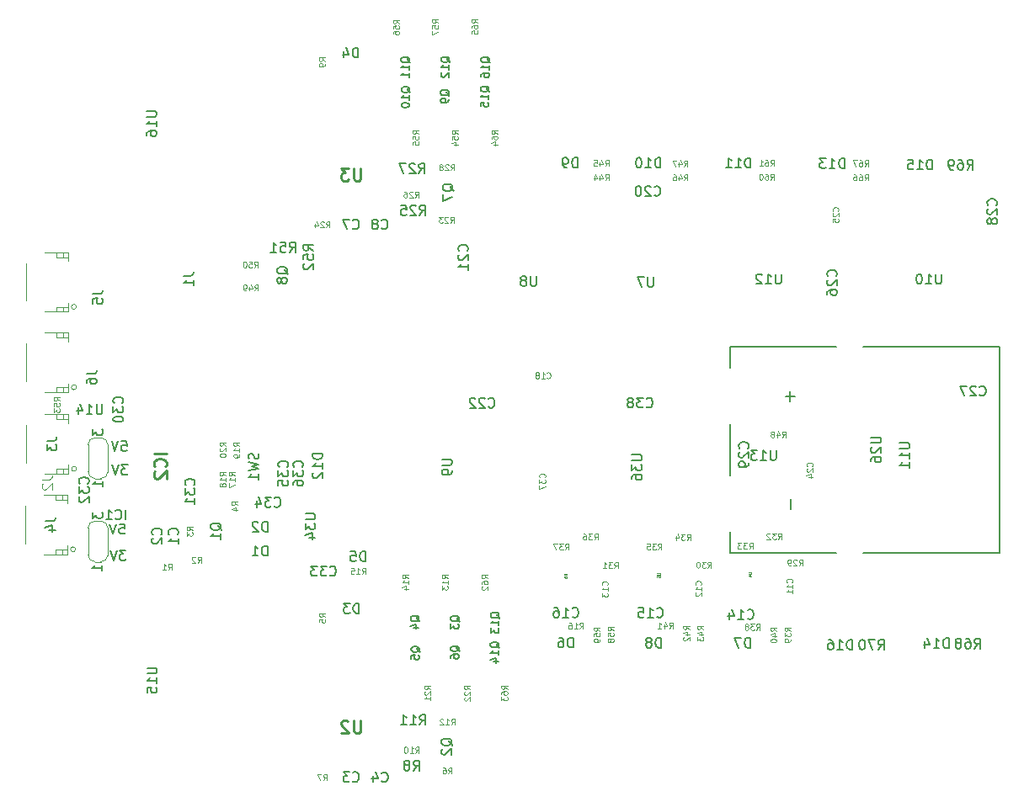
<source format=gbr>
%TF.GenerationSoftware,KiCad,Pcbnew,(6.0.10-0)*%
%TF.CreationDate,2023-03-03T19:39:16-08:00*%
%TF.ProjectId,1.0,312e302e-6b69-4636-9164-5f7063625858,rev?*%
%TF.SameCoordinates,Original*%
%TF.FileFunction,Legend,Bot*%
%TF.FilePolarity,Positive*%
%FSLAX46Y46*%
G04 Gerber Fmt 4.6, Leading zero omitted, Abs format (unit mm)*
G04 Created by KiCad (PCBNEW (6.0.10-0)) date 2023-03-03 19:39:16*
%MOMM*%
%LPD*%
G01*
G04 APERTURE LIST*
%ADD10C,0.200000*%
%ADD11C,0.150000*%
%ADD12C,0.100000*%
%ADD13C,0.254000*%
%ADD14C,0.069417*%
%ADD15C,0.120000*%
%ADD16C,0.127000*%
G04 APERTURE END LIST*
D10*
X161581904Y-154882380D02*
X160962857Y-154882380D01*
X161296190Y-155263333D01*
X161153333Y-155263333D01*
X161058095Y-155310952D01*
X161010476Y-155358571D01*
X160962857Y-155453809D01*
X160962857Y-155691904D01*
X161010476Y-155787142D01*
X161058095Y-155834761D01*
X161153333Y-155882380D01*
X161439047Y-155882380D01*
X161534285Y-155834761D01*
X161581904Y-155787142D01*
X160677142Y-154882380D02*
X160343809Y-155882380D01*
X160010476Y-154882380D01*
X161781904Y-146292380D02*
X161162857Y-146292380D01*
X161496190Y-146673333D01*
X161353333Y-146673333D01*
X161258095Y-146720952D01*
X161210476Y-146768571D01*
X161162857Y-146863809D01*
X161162857Y-147101904D01*
X161210476Y-147197142D01*
X161258095Y-147244761D01*
X161353333Y-147292380D01*
X161639047Y-147292380D01*
X161734285Y-147244761D01*
X161781904Y-147197142D01*
X160877142Y-146292380D02*
X160543809Y-147292380D01*
X160210476Y-146292380D01*
X160970476Y-152242380D02*
X161446666Y-152242380D01*
X161494285Y-152718571D01*
X161446666Y-152670952D01*
X161351428Y-152623333D01*
X161113333Y-152623333D01*
X161018095Y-152670952D01*
X160970476Y-152718571D01*
X160922857Y-152813809D01*
X160922857Y-153051904D01*
X160970476Y-153147142D01*
X161018095Y-153194761D01*
X161113333Y-153242380D01*
X161351428Y-153242380D01*
X161446666Y-153194761D01*
X161494285Y-153147142D01*
X160637142Y-152242380D02*
X160303809Y-153242380D01*
X159970476Y-152242380D01*
X161170476Y-143912380D02*
X161646666Y-143912380D01*
X161694285Y-144388571D01*
X161646666Y-144340952D01*
X161551428Y-144293333D01*
X161313333Y-144293333D01*
X161218095Y-144340952D01*
X161170476Y-144388571D01*
X161122857Y-144483809D01*
X161122857Y-144721904D01*
X161170476Y-144817142D01*
X161218095Y-144864761D01*
X161313333Y-144912380D01*
X161551428Y-144912380D01*
X161646666Y-144864761D01*
X161694285Y-144817142D01*
X160837142Y-143912380D02*
X160503809Y-144912380D01*
X160170476Y-143912380D01*
D11*
%TO.C,C22*%
X198067857Y-140464642D02*
X198115476Y-140512261D01*
X198258333Y-140559880D01*
X198353571Y-140559880D01*
X198496428Y-140512261D01*
X198591666Y-140417023D01*
X198639285Y-140321785D01*
X198686904Y-140131309D01*
X198686904Y-139988452D01*
X198639285Y-139797976D01*
X198591666Y-139702738D01*
X198496428Y-139607500D01*
X198353571Y-139559880D01*
X198258333Y-139559880D01*
X198115476Y-139607500D01*
X198067857Y-139655119D01*
X197686904Y-139655119D02*
X197639285Y-139607500D01*
X197544047Y-139559880D01*
X197305952Y-139559880D01*
X197210714Y-139607500D01*
X197163095Y-139655119D01*
X197115476Y-139750357D01*
X197115476Y-139845595D01*
X197163095Y-139988452D01*
X197734523Y-140559880D01*
X197115476Y-140559880D01*
X196734523Y-139655119D02*
X196686904Y-139607500D01*
X196591666Y-139559880D01*
X196353571Y-139559880D01*
X196258333Y-139607500D01*
X196210714Y-139655119D01*
X196163095Y-139750357D01*
X196163095Y-139845595D01*
X196210714Y-139988452D01*
X196782142Y-140559880D01*
X196163095Y-140559880D01*
D12*
%TO.C,R18*%
X171631428Y-147364285D02*
X171345714Y-147164285D01*
X171631428Y-147021428D02*
X171031428Y-147021428D01*
X171031428Y-147250000D01*
X171060000Y-147307142D01*
X171088571Y-147335714D01*
X171145714Y-147364285D01*
X171231428Y-147364285D01*
X171288571Y-147335714D01*
X171317142Y-147307142D01*
X171345714Y-147250000D01*
X171345714Y-147021428D01*
X171631428Y-147935714D02*
X171631428Y-147592857D01*
X171631428Y-147764285D02*
X171031428Y-147764285D01*
X171117142Y-147707142D01*
X171174285Y-147650000D01*
X171202857Y-147592857D01*
X171288571Y-148278571D02*
X171260000Y-148221428D01*
X171231428Y-148192857D01*
X171174285Y-148164285D01*
X171145714Y-148164285D01*
X171088571Y-148192857D01*
X171060000Y-148221428D01*
X171031428Y-148278571D01*
X171031428Y-148392857D01*
X171060000Y-148450000D01*
X171088571Y-148478571D01*
X171145714Y-148507142D01*
X171174285Y-148507142D01*
X171231428Y-148478571D01*
X171260000Y-148450000D01*
X171288571Y-148392857D01*
X171288571Y-148278571D01*
X171317142Y-148221428D01*
X171345714Y-148192857D01*
X171402857Y-148164285D01*
X171517142Y-148164285D01*
X171574285Y-148192857D01*
X171602857Y-148221428D01*
X171631428Y-148278571D01*
X171631428Y-148392857D01*
X171602857Y-148450000D01*
X171574285Y-148478571D01*
X171517142Y-148507142D01*
X171402857Y-148507142D01*
X171345714Y-148478571D01*
X171317142Y-148450000D01*
X171288571Y-148392857D01*
D11*
%TO.C,C29*%
X224132142Y-144632142D02*
X224179761Y-144584523D01*
X224227380Y-144441666D01*
X224227380Y-144346428D01*
X224179761Y-144203571D01*
X224084523Y-144108333D01*
X223989285Y-144060714D01*
X223798809Y-144013095D01*
X223655952Y-144013095D01*
X223465476Y-144060714D01*
X223370238Y-144108333D01*
X223275000Y-144203571D01*
X223227380Y-144346428D01*
X223227380Y-144441666D01*
X223275000Y-144584523D01*
X223322619Y-144632142D01*
X223322619Y-145013095D02*
X223275000Y-145060714D01*
X223227380Y-145155952D01*
X223227380Y-145394047D01*
X223275000Y-145489285D01*
X223322619Y-145536904D01*
X223417857Y-145584523D01*
X223513095Y-145584523D01*
X223655952Y-145536904D01*
X224227380Y-144965476D01*
X224227380Y-145584523D01*
X224227380Y-146060714D02*
X224227380Y-146251190D01*
X224179761Y-146346428D01*
X224132142Y-146394047D01*
X223989285Y-146489285D01*
X223798809Y-146536904D01*
X223417857Y-146536904D01*
X223322619Y-146489285D01*
X223275000Y-146441666D01*
X223227380Y-146346428D01*
X223227380Y-146155952D01*
X223275000Y-146060714D01*
X223322619Y-146013095D01*
X223417857Y-145965476D01*
X223655952Y-145965476D01*
X223751190Y-146013095D01*
X223798809Y-146060714D01*
X223846428Y-146155952D01*
X223846428Y-146346428D01*
X223798809Y-146441666D01*
X223751190Y-146489285D01*
X223655952Y-146536904D01*
%TO.C,D16*%
X234639285Y-164877380D02*
X234639285Y-163877380D01*
X234401190Y-163877380D01*
X234258333Y-163925000D01*
X234163095Y-164020238D01*
X234115476Y-164115476D01*
X234067857Y-164305952D01*
X234067857Y-164448809D01*
X234115476Y-164639285D01*
X234163095Y-164734523D01*
X234258333Y-164829761D01*
X234401190Y-164877380D01*
X234639285Y-164877380D01*
X233115476Y-164877380D02*
X233686904Y-164877380D01*
X233401190Y-164877380D02*
X233401190Y-163877380D01*
X233496428Y-164020238D01*
X233591666Y-164115476D01*
X233686904Y-164163095D01*
X232258333Y-163877380D02*
X232448809Y-163877380D01*
X232544047Y-163925000D01*
X232591666Y-163972619D01*
X232686904Y-164115476D01*
X232734523Y-164305952D01*
X232734523Y-164686904D01*
X232686904Y-164782142D01*
X232639285Y-164829761D01*
X232544047Y-164877380D01*
X232353571Y-164877380D01*
X232258333Y-164829761D01*
X232210714Y-164782142D01*
X232163095Y-164686904D01*
X232163095Y-164448809D01*
X232210714Y-164353571D01*
X232258333Y-164305952D01*
X232353571Y-164258333D01*
X232544047Y-164258333D01*
X232639285Y-164305952D01*
X232686904Y-164353571D01*
X232734523Y-164448809D01*
%TO.C,D15*%
X242664285Y-116577380D02*
X242664285Y-115577380D01*
X242426190Y-115577380D01*
X242283333Y-115625000D01*
X242188095Y-115720238D01*
X242140476Y-115815476D01*
X242092857Y-116005952D01*
X242092857Y-116148809D01*
X242140476Y-116339285D01*
X242188095Y-116434523D01*
X242283333Y-116529761D01*
X242426190Y-116577380D01*
X242664285Y-116577380D01*
X241140476Y-116577380D02*
X241711904Y-116577380D01*
X241426190Y-116577380D02*
X241426190Y-115577380D01*
X241521428Y-115720238D01*
X241616666Y-115815476D01*
X241711904Y-115863095D01*
X240235714Y-115577380D02*
X240711904Y-115577380D01*
X240759523Y-116053571D01*
X240711904Y-116005952D01*
X240616666Y-115958333D01*
X240378571Y-115958333D01*
X240283333Y-116005952D01*
X240235714Y-116053571D01*
X240188095Y-116148809D01*
X240188095Y-116386904D01*
X240235714Y-116482142D01*
X240283333Y-116529761D01*
X240378571Y-116577380D01*
X240616666Y-116577380D01*
X240711904Y-116529761D01*
X240759523Y-116482142D01*
%TO.C,R51*%
X178067857Y-124902380D02*
X178401190Y-124426190D01*
X178639285Y-124902380D02*
X178639285Y-123902380D01*
X178258333Y-123902380D01*
X178163095Y-123950000D01*
X178115476Y-123997619D01*
X178067857Y-124092857D01*
X178067857Y-124235714D01*
X178115476Y-124330952D01*
X178163095Y-124378571D01*
X178258333Y-124426190D01*
X178639285Y-124426190D01*
X177163095Y-123902380D02*
X177639285Y-123902380D01*
X177686904Y-124378571D01*
X177639285Y-124330952D01*
X177544047Y-124283333D01*
X177305952Y-124283333D01*
X177210714Y-124330952D01*
X177163095Y-124378571D01*
X177115476Y-124473809D01*
X177115476Y-124711904D01*
X177163095Y-124807142D01*
X177210714Y-124854761D01*
X177305952Y-124902380D01*
X177544047Y-124902380D01*
X177639285Y-124854761D01*
X177686904Y-124807142D01*
X176163095Y-124902380D02*
X176734523Y-124902380D01*
X176448809Y-124902380D02*
X176448809Y-123902380D01*
X176544047Y-124045238D01*
X176639285Y-124140476D01*
X176734523Y-124188095D01*
%TO.C,D2*%
X175838095Y-153002380D02*
X175838095Y-152002380D01*
X175600000Y-152002380D01*
X175457142Y-152050000D01*
X175361904Y-152145238D01*
X175314285Y-152240476D01*
X175266666Y-152430952D01*
X175266666Y-152573809D01*
X175314285Y-152764285D01*
X175361904Y-152859523D01*
X175457142Y-152954761D01*
X175600000Y-153002380D01*
X175838095Y-153002380D01*
X174885714Y-152097619D02*
X174838095Y-152050000D01*
X174742857Y-152002380D01*
X174504761Y-152002380D01*
X174409523Y-152050000D01*
X174361904Y-152097619D01*
X174314285Y-152192857D01*
X174314285Y-152288095D01*
X174361904Y-152430952D01*
X174933333Y-153002380D01*
X174314285Y-153002380D01*
D12*
%TO.C,R1*%
X165850000Y-156871428D02*
X166050000Y-156585714D01*
X166192857Y-156871428D02*
X166192857Y-156271428D01*
X165964285Y-156271428D01*
X165907142Y-156300000D01*
X165878571Y-156328571D01*
X165850000Y-156385714D01*
X165850000Y-156471428D01*
X165878571Y-156528571D01*
X165907142Y-156557142D01*
X165964285Y-156585714D01*
X166192857Y-156585714D01*
X165278571Y-156871428D02*
X165621428Y-156871428D01*
X165450000Y-156871428D02*
X165450000Y-156271428D01*
X165507142Y-156357142D01*
X165564285Y-156414285D01*
X165621428Y-156442857D01*
%TO.C,R45*%
X209785714Y-116245178D02*
X209985714Y-115959464D01*
X210128571Y-116245178D02*
X210128571Y-115645178D01*
X209900000Y-115645178D01*
X209842857Y-115673750D01*
X209814285Y-115702321D01*
X209785714Y-115759464D01*
X209785714Y-115845178D01*
X209814285Y-115902321D01*
X209842857Y-115930892D01*
X209900000Y-115959464D01*
X210128571Y-115959464D01*
X209271428Y-115845178D02*
X209271428Y-116245178D01*
X209414285Y-115616607D02*
X209557142Y-116045178D01*
X209185714Y-116045178D01*
X208671428Y-115645178D02*
X208957142Y-115645178D01*
X208985714Y-115930892D01*
X208957142Y-115902321D01*
X208900000Y-115873750D01*
X208757142Y-115873750D01*
X208700000Y-115902321D01*
X208671428Y-115930892D01*
X208642857Y-115988035D01*
X208642857Y-116130892D01*
X208671428Y-116188035D01*
X208700000Y-116216607D01*
X208757142Y-116245178D01*
X208900000Y-116245178D01*
X208957142Y-116216607D01*
X208985714Y-116188035D01*
D11*
%TO.C,C20*%
X214742857Y-119162142D02*
X214790476Y-119209761D01*
X214933333Y-119257380D01*
X215028571Y-119257380D01*
X215171428Y-119209761D01*
X215266666Y-119114523D01*
X215314285Y-119019285D01*
X215361904Y-118828809D01*
X215361904Y-118685952D01*
X215314285Y-118495476D01*
X215266666Y-118400238D01*
X215171428Y-118305000D01*
X215028571Y-118257380D01*
X214933333Y-118257380D01*
X214790476Y-118305000D01*
X214742857Y-118352619D01*
X214361904Y-118352619D02*
X214314285Y-118305000D01*
X214219047Y-118257380D01*
X213980952Y-118257380D01*
X213885714Y-118305000D01*
X213838095Y-118352619D01*
X213790476Y-118447857D01*
X213790476Y-118543095D01*
X213838095Y-118685952D01*
X214409523Y-119257380D01*
X213790476Y-119257380D01*
X213171428Y-118257380D02*
X213076190Y-118257380D01*
X212980952Y-118305000D01*
X212933333Y-118352619D01*
X212885714Y-118447857D01*
X212838095Y-118638333D01*
X212838095Y-118876428D01*
X212885714Y-119066904D01*
X212933333Y-119162142D01*
X212980952Y-119209761D01*
X213076190Y-119257380D01*
X213171428Y-119257380D01*
X213266666Y-119209761D01*
X213314285Y-119162142D01*
X213361904Y-119066904D01*
X213409523Y-118876428D01*
X213409523Y-118638333D01*
X213361904Y-118447857D01*
X213314285Y-118352619D01*
X213266666Y-118305000D01*
X213171428Y-118257380D01*
%TO.C,R25*%
X191142857Y-121177380D02*
X191476190Y-120701190D01*
X191714285Y-121177380D02*
X191714285Y-120177380D01*
X191333333Y-120177380D01*
X191238095Y-120225000D01*
X191190476Y-120272619D01*
X191142857Y-120367857D01*
X191142857Y-120510714D01*
X191190476Y-120605952D01*
X191238095Y-120653571D01*
X191333333Y-120701190D01*
X191714285Y-120701190D01*
X190761904Y-120272619D02*
X190714285Y-120225000D01*
X190619047Y-120177380D01*
X190380952Y-120177380D01*
X190285714Y-120225000D01*
X190238095Y-120272619D01*
X190190476Y-120367857D01*
X190190476Y-120463095D01*
X190238095Y-120605952D01*
X190809523Y-121177380D01*
X190190476Y-121177380D01*
X189285714Y-120177380D02*
X189761904Y-120177380D01*
X189809523Y-120653571D01*
X189761904Y-120605952D01*
X189666666Y-120558333D01*
X189428571Y-120558333D01*
X189333333Y-120605952D01*
X189285714Y-120653571D01*
X189238095Y-120748809D01*
X189238095Y-120986904D01*
X189285714Y-121082142D01*
X189333333Y-121129761D01*
X189428571Y-121177380D01*
X189666666Y-121177380D01*
X189761904Y-121129761D01*
X189809523Y-121082142D01*
%TO.C,C14*%
X224092857Y-161742142D02*
X224140476Y-161789761D01*
X224283333Y-161837380D01*
X224378571Y-161837380D01*
X224521428Y-161789761D01*
X224616666Y-161694523D01*
X224664285Y-161599285D01*
X224711904Y-161408809D01*
X224711904Y-161265952D01*
X224664285Y-161075476D01*
X224616666Y-160980238D01*
X224521428Y-160885000D01*
X224378571Y-160837380D01*
X224283333Y-160837380D01*
X224140476Y-160885000D01*
X224092857Y-160932619D01*
X223140476Y-161837380D02*
X223711904Y-161837380D01*
X223426190Y-161837380D02*
X223426190Y-160837380D01*
X223521428Y-160980238D01*
X223616666Y-161075476D01*
X223711904Y-161123095D01*
X222283333Y-161170714D02*
X222283333Y-161837380D01*
X222521428Y-160789761D02*
X222759523Y-161504047D01*
X222140476Y-161504047D01*
D12*
%TO.C,R66*%
X235875714Y-117681428D02*
X236075714Y-117395714D01*
X236218571Y-117681428D02*
X236218571Y-117081428D01*
X235990000Y-117081428D01*
X235932857Y-117110000D01*
X235904285Y-117138571D01*
X235875714Y-117195714D01*
X235875714Y-117281428D01*
X235904285Y-117338571D01*
X235932857Y-117367142D01*
X235990000Y-117395714D01*
X236218571Y-117395714D01*
X235361428Y-117081428D02*
X235475714Y-117081428D01*
X235532857Y-117110000D01*
X235561428Y-117138571D01*
X235618571Y-117224285D01*
X235647142Y-117338571D01*
X235647142Y-117567142D01*
X235618571Y-117624285D01*
X235590000Y-117652857D01*
X235532857Y-117681428D01*
X235418571Y-117681428D01*
X235361428Y-117652857D01*
X235332857Y-117624285D01*
X235304285Y-117567142D01*
X235304285Y-117424285D01*
X235332857Y-117367142D01*
X235361428Y-117338571D01*
X235418571Y-117310000D01*
X235532857Y-117310000D01*
X235590000Y-117338571D01*
X235618571Y-117367142D01*
X235647142Y-117424285D01*
X234790000Y-117081428D02*
X234904285Y-117081428D01*
X234961428Y-117110000D01*
X234990000Y-117138571D01*
X235047142Y-117224285D01*
X235075714Y-117338571D01*
X235075714Y-117567142D01*
X235047142Y-117624285D01*
X235018571Y-117652857D01*
X234961428Y-117681428D01*
X234847142Y-117681428D01*
X234790000Y-117652857D01*
X234761428Y-117624285D01*
X234732857Y-117567142D01*
X234732857Y-117424285D01*
X234761428Y-117367142D01*
X234790000Y-117338571D01*
X234847142Y-117310000D01*
X234961428Y-117310000D01*
X235018571Y-117338571D01*
X235047142Y-117367142D01*
X235075714Y-117424285D01*
D11*
%TO.C,C32*%
X157787142Y-148177142D02*
X157834761Y-148129523D01*
X157882380Y-147986666D01*
X157882380Y-147891428D01*
X157834761Y-147748571D01*
X157739523Y-147653333D01*
X157644285Y-147605714D01*
X157453809Y-147558095D01*
X157310952Y-147558095D01*
X157120476Y-147605714D01*
X157025238Y-147653333D01*
X156930000Y-147748571D01*
X156882380Y-147891428D01*
X156882380Y-147986666D01*
X156930000Y-148129523D01*
X156977619Y-148177142D01*
X156882380Y-148510476D02*
X156882380Y-149129523D01*
X157263333Y-148796190D01*
X157263333Y-148939047D01*
X157310952Y-149034285D01*
X157358571Y-149081904D01*
X157453809Y-149129523D01*
X157691904Y-149129523D01*
X157787142Y-149081904D01*
X157834761Y-149034285D01*
X157882380Y-148939047D01*
X157882380Y-148653333D01*
X157834761Y-148558095D01*
X157787142Y-148510476D01*
X156977619Y-149510476D02*
X156930000Y-149558095D01*
X156882380Y-149653333D01*
X156882380Y-149891428D01*
X156930000Y-149986666D01*
X156977619Y-150034285D01*
X157072857Y-150081904D01*
X157168095Y-150081904D01*
X157310952Y-150034285D01*
X157882380Y-149462857D01*
X157882380Y-150081904D01*
D12*
%TO.C,C37*%
X203714285Y-147574285D02*
X203742857Y-147545714D01*
X203771428Y-147460000D01*
X203771428Y-147402857D01*
X203742857Y-147317142D01*
X203685714Y-147260000D01*
X203628571Y-147231428D01*
X203514285Y-147202857D01*
X203428571Y-147202857D01*
X203314285Y-147231428D01*
X203257142Y-147260000D01*
X203200000Y-147317142D01*
X203171428Y-147402857D01*
X203171428Y-147460000D01*
X203200000Y-147545714D01*
X203228571Y-147574285D01*
X203171428Y-147774285D02*
X203171428Y-148145714D01*
X203400000Y-147945714D01*
X203400000Y-148031428D01*
X203428571Y-148088571D01*
X203457142Y-148117142D01*
X203514285Y-148145714D01*
X203657142Y-148145714D01*
X203714285Y-148117142D01*
X203742857Y-148088571D01*
X203771428Y-148031428D01*
X203771428Y-147860000D01*
X203742857Y-147802857D01*
X203714285Y-147774285D01*
X203171428Y-148345714D02*
X203171428Y-148745714D01*
X203771428Y-148488571D01*
D11*
%TO.C,R69*%
X246192857Y-116602380D02*
X246526190Y-116126190D01*
X246764285Y-116602380D02*
X246764285Y-115602380D01*
X246383333Y-115602380D01*
X246288095Y-115650000D01*
X246240476Y-115697619D01*
X246192857Y-115792857D01*
X246192857Y-115935714D01*
X246240476Y-116030952D01*
X246288095Y-116078571D01*
X246383333Y-116126190D01*
X246764285Y-116126190D01*
X245335714Y-115602380D02*
X245526190Y-115602380D01*
X245621428Y-115650000D01*
X245669047Y-115697619D01*
X245764285Y-115840476D01*
X245811904Y-116030952D01*
X245811904Y-116411904D01*
X245764285Y-116507142D01*
X245716666Y-116554761D01*
X245621428Y-116602380D01*
X245430952Y-116602380D01*
X245335714Y-116554761D01*
X245288095Y-116507142D01*
X245240476Y-116411904D01*
X245240476Y-116173809D01*
X245288095Y-116078571D01*
X245335714Y-116030952D01*
X245430952Y-115983333D01*
X245621428Y-115983333D01*
X245716666Y-116030952D01*
X245764285Y-116078571D01*
X245811904Y-116173809D01*
X244764285Y-116602380D02*
X244573809Y-116602380D01*
X244478571Y-116554761D01*
X244430952Y-116507142D01*
X244335714Y-116364285D01*
X244288095Y-116173809D01*
X244288095Y-115792857D01*
X244335714Y-115697619D01*
X244383333Y-115650000D01*
X244478571Y-115602380D01*
X244669047Y-115602380D01*
X244764285Y-115650000D01*
X244811904Y-115697619D01*
X244859523Y-115792857D01*
X244859523Y-116030952D01*
X244811904Y-116126190D01*
X244764285Y-116173809D01*
X244669047Y-116221428D01*
X244478571Y-116221428D01*
X244383333Y-116173809D01*
X244335714Y-116126190D01*
X244288095Y-116030952D01*
D12*
%TO.C,R59*%
X209261428Y-162999285D02*
X208975714Y-162799285D01*
X209261428Y-162656428D02*
X208661428Y-162656428D01*
X208661428Y-162885000D01*
X208690000Y-162942142D01*
X208718571Y-162970714D01*
X208775714Y-162999285D01*
X208861428Y-162999285D01*
X208918571Y-162970714D01*
X208947142Y-162942142D01*
X208975714Y-162885000D01*
X208975714Y-162656428D01*
X208661428Y-163542142D02*
X208661428Y-163256428D01*
X208947142Y-163227857D01*
X208918571Y-163256428D01*
X208890000Y-163313571D01*
X208890000Y-163456428D01*
X208918571Y-163513571D01*
X208947142Y-163542142D01*
X209004285Y-163570714D01*
X209147142Y-163570714D01*
X209204285Y-163542142D01*
X209232857Y-163513571D01*
X209261428Y-163456428D01*
X209261428Y-163313571D01*
X209232857Y-163256428D01*
X209204285Y-163227857D01*
X209261428Y-163856428D02*
X209261428Y-163970714D01*
X209232857Y-164027857D01*
X209204285Y-164056428D01*
X209118571Y-164113571D01*
X209004285Y-164142142D01*
X208775714Y-164142142D01*
X208718571Y-164113571D01*
X208690000Y-164085000D01*
X208661428Y-164027857D01*
X208661428Y-163913571D01*
X208690000Y-163856428D01*
X208718571Y-163827857D01*
X208775714Y-163799285D01*
X208918571Y-163799285D01*
X208975714Y-163827857D01*
X209004285Y-163856428D01*
X209032857Y-163913571D01*
X209032857Y-164027857D01*
X209004285Y-164085000D01*
X208975714Y-164113571D01*
X208918571Y-164142142D01*
D11*
%TO.C,J1*%
X167402380Y-127266666D02*
X168116666Y-127266666D01*
X168259523Y-127219047D01*
X168354761Y-127123809D01*
X168402380Y-126980952D01*
X168402380Y-126885714D01*
X168402380Y-128266666D02*
X168402380Y-127695238D01*
X168402380Y-127980952D02*
X167402380Y-127980952D01*
X167545238Y-127885714D01*
X167640476Y-127790476D01*
X167688095Y-127695238D01*
D12*
%TO.C,C25*%
X233204285Y-120754285D02*
X233232857Y-120725714D01*
X233261428Y-120640000D01*
X233261428Y-120582857D01*
X233232857Y-120497142D01*
X233175714Y-120440000D01*
X233118571Y-120411428D01*
X233004285Y-120382857D01*
X232918571Y-120382857D01*
X232804285Y-120411428D01*
X232747142Y-120440000D01*
X232690000Y-120497142D01*
X232661428Y-120582857D01*
X232661428Y-120640000D01*
X232690000Y-120725714D01*
X232718571Y-120754285D01*
X232718571Y-120982857D02*
X232690000Y-121011428D01*
X232661428Y-121068571D01*
X232661428Y-121211428D01*
X232690000Y-121268571D01*
X232718571Y-121297142D01*
X232775714Y-121325714D01*
X232832857Y-121325714D01*
X232918571Y-121297142D01*
X233261428Y-120954285D01*
X233261428Y-121325714D01*
X232661428Y-121868571D02*
X232661428Y-121582857D01*
X232947142Y-121554285D01*
X232918571Y-121582857D01*
X232890000Y-121640000D01*
X232890000Y-121782857D01*
X232918571Y-121840000D01*
X232947142Y-121868571D01*
X233004285Y-121897142D01*
X233147142Y-121897142D01*
X233204285Y-121868571D01*
X233232857Y-121840000D01*
X233261428Y-121782857D01*
X233261428Y-121640000D01*
X233232857Y-121582857D01*
X233204285Y-121554285D01*
D11*
%TO.C,Q1*%
X171222619Y-152879761D02*
X171175000Y-152784523D01*
X171079761Y-152689285D01*
X170936904Y-152546428D01*
X170889285Y-152451190D01*
X170889285Y-152355952D01*
X171127380Y-152403571D02*
X171079761Y-152308333D01*
X170984523Y-152213095D01*
X170794047Y-152165476D01*
X170460714Y-152165476D01*
X170270238Y-152213095D01*
X170175000Y-152308333D01*
X170127380Y-152403571D01*
X170127380Y-152594047D01*
X170175000Y-152689285D01*
X170270238Y-152784523D01*
X170460714Y-152832142D01*
X170794047Y-152832142D01*
X170984523Y-152784523D01*
X171079761Y-152689285D01*
X171127380Y-152594047D01*
X171127380Y-152403571D01*
X171127380Y-153784523D02*
X171127380Y-153213095D01*
X171127380Y-153498809D02*
X170127380Y-153498809D01*
X170270238Y-153403571D01*
X170365476Y-153308333D01*
X170413095Y-153213095D01*
%TO.C,U12*%
X227488095Y-127107380D02*
X227488095Y-127916904D01*
X227440476Y-128012142D01*
X227392857Y-128059761D01*
X227297619Y-128107380D01*
X227107142Y-128107380D01*
X227011904Y-128059761D01*
X226964285Y-128012142D01*
X226916666Y-127916904D01*
X226916666Y-127107380D01*
X225916666Y-128107380D02*
X226488095Y-128107380D01*
X226202380Y-128107380D02*
X226202380Y-127107380D01*
X226297619Y-127250238D01*
X226392857Y-127345476D01*
X226488095Y-127393095D01*
X225535714Y-127202619D02*
X225488095Y-127155000D01*
X225392857Y-127107380D01*
X225154761Y-127107380D01*
X225059523Y-127155000D01*
X225011904Y-127202619D01*
X224964285Y-127297857D01*
X224964285Y-127393095D01*
X225011904Y-127535952D01*
X225583333Y-128107380D01*
X224964285Y-128107380D01*
%TO.C,Q10*%
X190178095Y-108842857D02*
X190140000Y-108766666D01*
X190063809Y-108690476D01*
X189949523Y-108576190D01*
X189911428Y-108500000D01*
X189911428Y-108423809D01*
X190101904Y-108461904D02*
X190063809Y-108385714D01*
X189987619Y-108309523D01*
X189835238Y-108271428D01*
X189568571Y-108271428D01*
X189416190Y-108309523D01*
X189340000Y-108385714D01*
X189301904Y-108461904D01*
X189301904Y-108614285D01*
X189340000Y-108690476D01*
X189416190Y-108766666D01*
X189568571Y-108804761D01*
X189835238Y-108804761D01*
X189987619Y-108766666D01*
X190063809Y-108690476D01*
X190101904Y-108614285D01*
X190101904Y-108461904D01*
X190101904Y-109566666D02*
X190101904Y-109109523D01*
X190101904Y-109338095D02*
X189301904Y-109338095D01*
X189416190Y-109261904D01*
X189492380Y-109185714D01*
X189530476Y-109109523D01*
X189301904Y-110061904D02*
X189301904Y-110138095D01*
X189340000Y-110214285D01*
X189378095Y-110252380D01*
X189454285Y-110290476D01*
X189606666Y-110328571D01*
X189797142Y-110328571D01*
X189949523Y-110290476D01*
X190025714Y-110252380D01*
X190063809Y-110214285D01*
X190101904Y-110138095D01*
X190101904Y-110061904D01*
X190063809Y-109985714D01*
X190025714Y-109947619D01*
X189949523Y-109909523D01*
X189797142Y-109871428D01*
X189606666Y-109871428D01*
X189454285Y-109909523D01*
X189378095Y-109947619D01*
X189340000Y-109985714D01*
X189301904Y-110061904D01*
D12*
%TO.C,R28*%
X194265714Y-116671428D02*
X194465714Y-116385714D01*
X194608571Y-116671428D02*
X194608571Y-116071428D01*
X194380000Y-116071428D01*
X194322857Y-116100000D01*
X194294285Y-116128571D01*
X194265714Y-116185714D01*
X194265714Y-116271428D01*
X194294285Y-116328571D01*
X194322857Y-116357142D01*
X194380000Y-116385714D01*
X194608571Y-116385714D01*
X194037142Y-116128571D02*
X194008571Y-116100000D01*
X193951428Y-116071428D01*
X193808571Y-116071428D01*
X193751428Y-116100000D01*
X193722857Y-116128571D01*
X193694285Y-116185714D01*
X193694285Y-116242857D01*
X193722857Y-116328571D01*
X194065714Y-116671428D01*
X193694285Y-116671428D01*
X193351428Y-116328571D02*
X193408571Y-116300000D01*
X193437142Y-116271428D01*
X193465714Y-116214285D01*
X193465714Y-116185714D01*
X193437142Y-116128571D01*
X193408571Y-116100000D01*
X193351428Y-116071428D01*
X193237142Y-116071428D01*
X193180000Y-116100000D01*
X193151428Y-116128571D01*
X193122857Y-116185714D01*
X193122857Y-116214285D01*
X193151428Y-116271428D01*
X193180000Y-116300000D01*
X193237142Y-116328571D01*
X193351428Y-116328571D01*
X193408571Y-116357142D01*
X193437142Y-116385714D01*
X193465714Y-116442857D01*
X193465714Y-116557142D01*
X193437142Y-116614285D01*
X193408571Y-116642857D01*
X193351428Y-116671428D01*
X193237142Y-116671428D01*
X193180000Y-116642857D01*
X193151428Y-116614285D01*
X193122857Y-116557142D01*
X193122857Y-116442857D01*
X193151428Y-116385714D01*
X193180000Y-116357142D01*
X193237142Y-116328571D01*
D11*
%TO.C,Q13*%
X199188095Y-161732857D02*
X199150000Y-161656666D01*
X199073809Y-161580476D01*
X198959523Y-161466190D01*
X198921428Y-161390000D01*
X198921428Y-161313809D01*
X199111904Y-161351904D02*
X199073809Y-161275714D01*
X198997619Y-161199523D01*
X198845238Y-161161428D01*
X198578571Y-161161428D01*
X198426190Y-161199523D01*
X198350000Y-161275714D01*
X198311904Y-161351904D01*
X198311904Y-161504285D01*
X198350000Y-161580476D01*
X198426190Y-161656666D01*
X198578571Y-161694761D01*
X198845238Y-161694761D01*
X198997619Y-161656666D01*
X199073809Y-161580476D01*
X199111904Y-161504285D01*
X199111904Y-161351904D01*
X199111904Y-162456666D02*
X199111904Y-161999523D01*
X199111904Y-162228095D02*
X198311904Y-162228095D01*
X198426190Y-162151904D01*
X198502380Y-162075714D01*
X198540476Y-161999523D01*
X198311904Y-162723333D02*
X198311904Y-163218571D01*
X198616666Y-162951904D01*
X198616666Y-163066190D01*
X198654761Y-163142380D01*
X198692857Y-163180476D01*
X198769047Y-163218571D01*
X198959523Y-163218571D01*
X199035714Y-163180476D01*
X199073809Y-163142380D01*
X199111904Y-163066190D01*
X199111904Y-162837619D01*
X199073809Y-162761428D01*
X199035714Y-162723333D01*
D12*
%TO.C,R44*%
X209785714Y-117645178D02*
X209985714Y-117359464D01*
X210128571Y-117645178D02*
X210128571Y-117045178D01*
X209900000Y-117045178D01*
X209842857Y-117073750D01*
X209814285Y-117102321D01*
X209785714Y-117159464D01*
X209785714Y-117245178D01*
X209814285Y-117302321D01*
X209842857Y-117330892D01*
X209900000Y-117359464D01*
X210128571Y-117359464D01*
X209271428Y-117245178D02*
X209271428Y-117645178D01*
X209414285Y-117016607D02*
X209557142Y-117445178D01*
X209185714Y-117445178D01*
X208700000Y-117245178D02*
X208700000Y-117645178D01*
X208842857Y-117016607D02*
X208985714Y-117445178D01*
X208614285Y-117445178D01*
%TO.C,R10*%
X190715714Y-175271428D02*
X190915714Y-174985714D01*
X191058571Y-175271428D02*
X191058571Y-174671428D01*
X190830000Y-174671428D01*
X190772857Y-174700000D01*
X190744285Y-174728571D01*
X190715714Y-174785714D01*
X190715714Y-174871428D01*
X190744285Y-174928571D01*
X190772857Y-174957142D01*
X190830000Y-174985714D01*
X191058571Y-174985714D01*
X190144285Y-175271428D02*
X190487142Y-175271428D01*
X190315714Y-175271428D02*
X190315714Y-174671428D01*
X190372857Y-174757142D01*
X190430000Y-174814285D01*
X190487142Y-174842857D01*
X189772857Y-174671428D02*
X189715714Y-174671428D01*
X189658571Y-174700000D01*
X189630000Y-174728571D01*
X189601428Y-174785714D01*
X189572857Y-174900000D01*
X189572857Y-175042857D01*
X189601428Y-175157142D01*
X189630000Y-175214285D01*
X189658571Y-175242857D01*
X189715714Y-175271428D01*
X189772857Y-175271428D01*
X189830000Y-175242857D01*
X189858571Y-175214285D01*
X189887142Y-175157142D01*
X189915714Y-175042857D01*
X189915714Y-174900000D01*
X189887142Y-174785714D01*
X189858571Y-174728571D01*
X189830000Y-174700000D01*
X189772857Y-174671428D01*
%TO.C,R55*%
X191046428Y-112989285D02*
X190760714Y-112789285D01*
X191046428Y-112646428D02*
X190446428Y-112646428D01*
X190446428Y-112875000D01*
X190475000Y-112932142D01*
X190503571Y-112960714D01*
X190560714Y-112989285D01*
X190646428Y-112989285D01*
X190703571Y-112960714D01*
X190732142Y-112932142D01*
X190760714Y-112875000D01*
X190760714Y-112646428D01*
X190446428Y-113532142D02*
X190446428Y-113246428D01*
X190732142Y-113217857D01*
X190703571Y-113246428D01*
X190675000Y-113303571D01*
X190675000Y-113446428D01*
X190703571Y-113503571D01*
X190732142Y-113532142D01*
X190789285Y-113560714D01*
X190932142Y-113560714D01*
X190989285Y-113532142D01*
X191017857Y-113503571D01*
X191046428Y-113446428D01*
X191046428Y-113303571D01*
X191017857Y-113246428D01*
X190989285Y-113217857D01*
X190446428Y-114103571D02*
X190446428Y-113817857D01*
X190732142Y-113789285D01*
X190703571Y-113817857D01*
X190675000Y-113875000D01*
X190675000Y-114017857D01*
X190703571Y-114075000D01*
X190732142Y-114103571D01*
X190789285Y-114132142D01*
X190932142Y-114132142D01*
X190989285Y-114103571D01*
X191017857Y-114075000D01*
X191046428Y-114017857D01*
X191046428Y-113875000D01*
X191017857Y-113817857D01*
X190989285Y-113789285D01*
D13*
%TO.C,U2*%
X185217619Y-172004523D02*
X185217619Y-173032619D01*
X185157142Y-173153571D01*
X185096666Y-173214047D01*
X184975714Y-173274523D01*
X184733809Y-173274523D01*
X184612857Y-173214047D01*
X184552380Y-173153571D01*
X184491904Y-173032619D01*
X184491904Y-172004523D01*
X183947619Y-172125476D02*
X183887142Y-172065000D01*
X183766190Y-172004523D01*
X183463809Y-172004523D01*
X183342857Y-172065000D01*
X183282380Y-172125476D01*
X183221904Y-172246428D01*
X183221904Y-172367380D01*
X183282380Y-172548809D01*
X184008095Y-173274523D01*
X183221904Y-173274523D01*
D12*
%TO.C,R7*%
X181450000Y-178031428D02*
X181650000Y-177745714D01*
X181792857Y-178031428D02*
X181792857Y-177431428D01*
X181564285Y-177431428D01*
X181507142Y-177460000D01*
X181478571Y-177488571D01*
X181450000Y-177545714D01*
X181450000Y-177631428D01*
X181478571Y-177688571D01*
X181507142Y-177717142D01*
X181564285Y-177745714D01*
X181792857Y-177745714D01*
X181250000Y-177431428D02*
X180850000Y-177431428D01*
X181107142Y-178031428D01*
D11*
%TO.C,D9*%
X207018095Y-116406130D02*
X207018095Y-115406130D01*
X206780000Y-115406130D01*
X206637142Y-115453750D01*
X206541904Y-115548988D01*
X206494285Y-115644226D01*
X206446666Y-115834702D01*
X206446666Y-115977559D01*
X206494285Y-116168035D01*
X206541904Y-116263273D01*
X206637142Y-116358511D01*
X206780000Y-116406130D01*
X207018095Y-116406130D01*
X205970476Y-116406130D02*
X205780000Y-116406130D01*
X205684761Y-116358511D01*
X205637142Y-116310892D01*
X205541904Y-116168035D01*
X205494285Y-115977559D01*
X205494285Y-115596607D01*
X205541904Y-115501369D01*
X205589523Y-115453750D01*
X205684761Y-115406130D01*
X205875238Y-115406130D01*
X205970476Y-115453750D01*
X206018095Y-115501369D01*
X206065714Y-115596607D01*
X206065714Y-115834702D01*
X206018095Y-115929940D01*
X205970476Y-115977559D01*
X205875238Y-116025178D01*
X205684761Y-116025178D01*
X205589523Y-115977559D01*
X205541904Y-115929940D01*
X205494285Y-115834702D01*
D12*
%TO.C,R12*%
X194325714Y-172461428D02*
X194525714Y-172175714D01*
X194668571Y-172461428D02*
X194668571Y-171861428D01*
X194440000Y-171861428D01*
X194382857Y-171890000D01*
X194354285Y-171918571D01*
X194325714Y-171975714D01*
X194325714Y-172061428D01*
X194354285Y-172118571D01*
X194382857Y-172147142D01*
X194440000Y-172175714D01*
X194668571Y-172175714D01*
X193754285Y-172461428D02*
X194097142Y-172461428D01*
X193925714Y-172461428D02*
X193925714Y-171861428D01*
X193982857Y-171947142D01*
X194040000Y-172004285D01*
X194097142Y-172032857D01*
X193525714Y-171918571D02*
X193497142Y-171890000D01*
X193440000Y-171861428D01*
X193297142Y-171861428D01*
X193240000Y-171890000D01*
X193211428Y-171918571D01*
X193182857Y-171975714D01*
X193182857Y-172032857D01*
X193211428Y-172118571D01*
X193554285Y-172461428D01*
X193182857Y-172461428D01*
D11*
%TO.C,C28*%
X249112142Y-120167142D02*
X249159761Y-120119523D01*
X249207380Y-119976666D01*
X249207380Y-119881428D01*
X249159761Y-119738571D01*
X249064523Y-119643333D01*
X248969285Y-119595714D01*
X248778809Y-119548095D01*
X248635952Y-119548095D01*
X248445476Y-119595714D01*
X248350238Y-119643333D01*
X248255000Y-119738571D01*
X248207380Y-119881428D01*
X248207380Y-119976666D01*
X248255000Y-120119523D01*
X248302619Y-120167142D01*
X248302619Y-120548095D02*
X248255000Y-120595714D01*
X248207380Y-120690952D01*
X248207380Y-120929047D01*
X248255000Y-121024285D01*
X248302619Y-121071904D01*
X248397857Y-121119523D01*
X248493095Y-121119523D01*
X248635952Y-121071904D01*
X249207380Y-120500476D01*
X249207380Y-121119523D01*
X248635952Y-121690952D02*
X248588333Y-121595714D01*
X248540714Y-121548095D01*
X248445476Y-121500476D01*
X248397857Y-121500476D01*
X248302619Y-121548095D01*
X248255000Y-121595714D01*
X248207380Y-121690952D01*
X248207380Y-121881428D01*
X248255000Y-121976666D01*
X248302619Y-122024285D01*
X248397857Y-122071904D01*
X248445476Y-122071904D01*
X248540714Y-122024285D01*
X248588333Y-121976666D01*
X248635952Y-121881428D01*
X248635952Y-121690952D01*
X248683571Y-121595714D01*
X248731190Y-121548095D01*
X248826428Y-121500476D01*
X249016904Y-121500476D01*
X249112142Y-121548095D01*
X249159761Y-121595714D01*
X249207380Y-121690952D01*
X249207380Y-121881428D01*
X249159761Y-121976666D01*
X249112142Y-122024285D01*
X249016904Y-122071904D01*
X248826428Y-122071904D01*
X248731190Y-122024285D01*
X248683571Y-121976666D01*
X248635952Y-121881428D01*
%TO.C,U7*%
X214646904Y-127407380D02*
X214646904Y-128216904D01*
X214599285Y-128312142D01*
X214551666Y-128359761D01*
X214456428Y-128407380D01*
X214265952Y-128407380D01*
X214170714Y-128359761D01*
X214123095Y-128312142D01*
X214075476Y-128216904D01*
X214075476Y-127407380D01*
X213694523Y-127407380D02*
X213027857Y-127407380D01*
X213456428Y-128407380D01*
D12*
%TO.C,R19*%
X173021428Y-144414285D02*
X172735714Y-144214285D01*
X173021428Y-144071428D02*
X172421428Y-144071428D01*
X172421428Y-144300000D01*
X172450000Y-144357142D01*
X172478571Y-144385714D01*
X172535714Y-144414285D01*
X172621428Y-144414285D01*
X172678571Y-144385714D01*
X172707142Y-144357142D01*
X172735714Y-144300000D01*
X172735714Y-144071428D01*
X173021428Y-144985714D02*
X173021428Y-144642857D01*
X173021428Y-144814285D02*
X172421428Y-144814285D01*
X172507142Y-144757142D01*
X172564285Y-144700000D01*
X172592857Y-144642857D01*
X173021428Y-145271428D02*
X173021428Y-145385714D01*
X172992857Y-145442857D01*
X172964285Y-145471428D01*
X172878571Y-145528571D01*
X172764285Y-145557142D01*
X172535714Y-145557142D01*
X172478571Y-145528571D01*
X172450000Y-145500000D01*
X172421428Y-145442857D01*
X172421428Y-145328571D01*
X172450000Y-145271428D01*
X172478571Y-145242857D01*
X172535714Y-145214285D01*
X172678571Y-145214285D01*
X172735714Y-145242857D01*
X172764285Y-145271428D01*
X172792857Y-145328571D01*
X172792857Y-145442857D01*
X172764285Y-145500000D01*
X172735714Y-145528571D01*
X172678571Y-145557142D01*
D11*
%TO.C,C2*%
X165132142Y-153308333D02*
X165179761Y-153260714D01*
X165227380Y-153117857D01*
X165227380Y-153022619D01*
X165179761Y-152879761D01*
X165084523Y-152784523D01*
X164989285Y-152736904D01*
X164798809Y-152689285D01*
X164655952Y-152689285D01*
X164465476Y-152736904D01*
X164370238Y-152784523D01*
X164275000Y-152879761D01*
X164227380Y-153022619D01*
X164227380Y-153117857D01*
X164275000Y-153260714D01*
X164322619Y-153308333D01*
X164322619Y-153689285D02*
X164275000Y-153736904D01*
X164227380Y-153832142D01*
X164227380Y-154070238D01*
X164275000Y-154165476D01*
X164322619Y-154213095D01*
X164417857Y-154260714D01*
X164513095Y-154260714D01*
X164655952Y-154213095D01*
X165227380Y-153641666D01*
X165227380Y-154260714D01*
%TO.C,C33*%
X182117857Y-157382142D02*
X182165476Y-157429761D01*
X182308333Y-157477380D01*
X182403571Y-157477380D01*
X182546428Y-157429761D01*
X182641666Y-157334523D01*
X182689285Y-157239285D01*
X182736904Y-157048809D01*
X182736904Y-156905952D01*
X182689285Y-156715476D01*
X182641666Y-156620238D01*
X182546428Y-156525000D01*
X182403571Y-156477380D01*
X182308333Y-156477380D01*
X182165476Y-156525000D01*
X182117857Y-156572619D01*
X181784523Y-156477380D02*
X181165476Y-156477380D01*
X181498809Y-156858333D01*
X181355952Y-156858333D01*
X181260714Y-156905952D01*
X181213095Y-156953571D01*
X181165476Y-157048809D01*
X181165476Y-157286904D01*
X181213095Y-157382142D01*
X181260714Y-157429761D01*
X181355952Y-157477380D01*
X181641666Y-157477380D01*
X181736904Y-157429761D01*
X181784523Y-157382142D01*
X180832142Y-156477380D02*
X180213095Y-156477380D01*
X180546428Y-156858333D01*
X180403571Y-156858333D01*
X180308333Y-156905952D01*
X180260714Y-156953571D01*
X180213095Y-157048809D01*
X180213095Y-157286904D01*
X180260714Y-157382142D01*
X180308333Y-157429761D01*
X180403571Y-157477380D01*
X180689285Y-157477380D01*
X180784523Y-157429761D01*
X180832142Y-157382142D01*
%TO.C,C34*%
X176542857Y-150457142D02*
X176590476Y-150504761D01*
X176733333Y-150552380D01*
X176828571Y-150552380D01*
X176971428Y-150504761D01*
X177066666Y-150409523D01*
X177114285Y-150314285D01*
X177161904Y-150123809D01*
X177161904Y-149980952D01*
X177114285Y-149790476D01*
X177066666Y-149695238D01*
X176971428Y-149600000D01*
X176828571Y-149552380D01*
X176733333Y-149552380D01*
X176590476Y-149600000D01*
X176542857Y-149647619D01*
X176209523Y-149552380D02*
X175590476Y-149552380D01*
X175923809Y-149933333D01*
X175780952Y-149933333D01*
X175685714Y-149980952D01*
X175638095Y-150028571D01*
X175590476Y-150123809D01*
X175590476Y-150361904D01*
X175638095Y-150457142D01*
X175685714Y-150504761D01*
X175780952Y-150552380D01*
X176066666Y-150552380D01*
X176161904Y-150504761D01*
X176209523Y-150457142D01*
X174733333Y-149885714D02*
X174733333Y-150552380D01*
X174971428Y-149504761D02*
X175209523Y-150219047D01*
X174590476Y-150219047D01*
%TO.C,R68*%
X246927857Y-164772380D02*
X247261190Y-164296190D01*
X247499285Y-164772380D02*
X247499285Y-163772380D01*
X247118333Y-163772380D01*
X247023095Y-163820000D01*
X246975476Y-163867619D01*
X246927857Y-163962857D01*
X246927857Y-164105714D01*
X246975476Y-164200952D01*
X247023095Y-164248571D01*
X247118333Y-164296190D01*
X247499285Y-164296190D01*
X246070714Y-163772380D02*
X246261190Y-163772380D01*
X246356428Y-163820000D01*
X246404047Y-163867619D01*
X246499285Y-164010476D01*
X246546904Y-164200952D01*
X246546904Y-164581904D01*
X246499285Y-164677142D01*
X246451666Y-164724761D01*
X246356428Y-164772380D01*
X246165952Y-164772380D01*
X246070714Y-164724761D01*
X246023095Y-164677142D01*
X245975476Y-164581904D01*
X245975476Y-164343809D01*
X246023095Y-164248571D01*
X246070714Y-164200952D01*
X246165952Y-164153333D01*
X246356428Y-164153333D01*
X246451666Y-164200952D01*
X246499285Y-164248571D01*
X246546904Y-164343809D01*
X245404047Y-164200952D02*
X245499285Y-164153333D01*
X245546904Y-164105714D01*
X245594523Y-164010476D01*
X245594523Y-163962857D01*
X245546904Y-163867619D01*
X245499285Y-163820000D01*
X245404047Y-163772380D01*
X245213571Y-163772380D01*
X245118333Y-163820000D01*
X245070714Y-163867619D01*
X245023095Y-163962857D01*
X245023095Y-164010476D01*
X245070714Y-164105714D01*
X245118333Y-164153333D01*
X245213571Y-164200952D01*
X245404047Y-164200952D01*
X245499285Y-164248571D01*
X245546904Y-164296190D01*
X245594523Y-164391428D01*
X245594523Y-164581904D01*
X245546904Y-164677142D01*
X245499285Y-164724761D01*
X245404047Y-164772380D01*
X245213571Y-164772380D01*
X245118333Y-164724761D01*
X245070714Y-164677142D01*
X245023095Y-164581904D01*
X245023095Y-164391428D01*
X245070714Y-164296190D01*
X245118333Y-164248571D01*
X245213571Y-164200952D01*
%TO.C,Q14*%
X199138095Y-164712857D02*
X199100000Y-164636666D01*
X199023809Y-164560476D01*
X198909523Y-164446190D01*
X198871428Y-164370000D01*
X198871428Y-164293809D01*
X199061904Y-164331904D02*
X199023809Y-164255714D01*
X198947619Y-164179523D01*
X198795238Y-164141428D01*
X198528571Y-164141428D01*
X198376190Y-164179523D01*
X198300000Y-164255714D01*
X198261904Y-164331904D01*
X198261904Y-164484285D01*
X198300000Y-164560476D01*
X198376190Y-164636666D01*
X198528571Y-164674761D01*
X198795238Y-164674761D01*
X198947619Y-164636666D01*
X199023809Y-164560476D01*
X199061904Y-164484285D01*
X199061904Y-164331904D01*
X199061904Y-165436666D02*
X199061904Y-164979523D01*
X199061904Y-165208095D02*
X198261904Y-165208095D01*
X198376190Y-165131904D01*
X198452380Y-165055714D01*
X198490476Y-164979523D01*
X198528571Y-166122380D02*
X199061904Y-166122380D01*
X198223809Y-165931904D02*
X198795238Y-165741428D01*
X198795238Y-166236666D01*
%TO.C,D14*%
X244330285Y-164750380D02*
X244330285Y-163750380D01*
X244092190Y-163750380D01*
X243949333Y-163798000D01*
X243854095Y-163893238D01*
X243806476Y-163988476D01*
X243758857Y-164178952D01*
X243758857Y-164321809D01*
X243806476Y-164512285D01*
X243854095Y-164607523D01*
X243949333Y-164702761D01*
X244092190Y-164750380D01*
X244330285Y-164750380D01*
X242806476Y-164750380D02*
X243377904Y-164750380D01*
X243092190Y-164750380D02*
X243092190Y-163750380D01*
X243187428Y-163893238D01*
X243282666Y-163988476D01*
X243377904Y-164036095D01*
X241949333Y-164083714D02*
X241949333Y-164750380D01*
X242187428Y-163702761D02*
X242425523Y-164417047D01*
X241806476Y-164417047D01*
D12*
%TO.C,R63*%
X199961428Y-168854285D02*
X199675714Y-168654285D01*
X199961428Y-168511428D02*
X199361428Y-168511428D01*
X199361428Y-168740000D01*
X199390000Y-168797142D01*
X199418571Y-168825714D01*
X199475714Y-168854285D01*
X199561428Y-168854285D01*
X199618571Y-168825714D01*
X199647142Y-168797142D01*
X199675714Y-168740000D01*
X199675714Y-168511428D01*
X199361428Y-169368571D02*
X199361428Y-169254285D01*
X199390000Y-169197142D01*
X199418571Y-169168571D01*
X199504285Y-169111428D01*
X199618571Y-169082857D01*
X199847142Y-169082857D01*
X199904285Y-169111428D01*
X199932857Y-169140000D01*
X199961428Y-169197142D01*
X199961428Y-169311428D01*
X199932857Y-169368571D01*
X199904285Y-169397142D01*
X199847142Y-169425714D01*
X199704285Y-169425714D01*
X199647142Y-169397142D01*
X199618571Y-169368571D01*
X199590000Y-169311428D01*
X199590000Y-169197142D01*
X199618571Y-169140000D01*
X199647142Y-169111428D01*
X199704285Y-169082857D01*
X199361428Y-169625714D02*
X199361428Y-169997142D01*
X199590000Y-169797142D01*
X199590000Y-169882857D01*
X199618571Y-169940000D01*
X199647142Y-169968571D01*
X199704285Y-169997142D01*
X199847142Y-169997142D01*
X199904285Y-169968571D01*
X199932857Y-169940000D01*
X199961428Y-169882857D01*
X199961428Y-169711428D01*
X199932857Y-169654285D01*
X199904285Y-169625714D01*
D11*
%TO.C,Q7*%
X194547619Y-118779761D02*
X194500000Y-118684523D01*
X194404761Y-118589285D01*
X194261904Y-118446428D01*
X194214285Y-118351190D01*
X194214285Y-118255952D01*
X194452380Y-118303571D02*
X194404761Y-118208333D01*
X194309523Y-118113095D01*
X194119047Y-118065476D01*
X193785714Y-118065476D01*
X193595238Y-118113095D01*
X193500000Y-118208333D01*
X193452380Y-118303571D01*
X193452380Y-118494047D01*
X193500000Y-118589285D01*
X193595238Y-118684523D01*
X193785714Y-118732142D01*
X194119047Y-118732142D01*
X194309523Y-118684523D01*
X194404761Y-118589285D01*
X194452380Y-118494047D01*
X194452380Y-118303571D01*
X193452380Y-119065476D02*
X193452380Y-119732142D01*
X194452380Y-119303571D01*
D12*
%TO.C,R57*%
X193011428Y-101854285D02*
X192725714Y-101654285D01*
X193011428Y-101511428D02*
X192411428Y-101511428D01*
X192411428Y-101740000D01*
X192440000Y-101797142D01*
X192468571Y-101825714D01*
X192525714Y-101854285D01*
X192611428Y-101854285D01*
X192668571Y-101825714D01*
X192697142Y-101797142D01*
X192725714Y-101740000D01*
X192725714Y-101511428D01*
X192411428Y-102397142D02*
X192411428Y-102111428D01*
X192697142Y-102082857D01*
X192668571Y-102111428D01*
X192640000Y-102168571D01*
X192640000Y-102311428D01*
X192668571Y-102368571D01*
X192697142Y-102397142D01*
X192754285Y-102425714D01*
X192897142Y-102425714D01*
X192954285Y-102397142D01*
X192982857Y-102368571D01*
X193011428Y-102311428D01*
X193011428Y-102168571D01*
X192982857Y-102111428D01*
X192954285Y-102082857D01*
X192411428Y-102625714D02*
X192411428Y-103025714D01*
X193011428Y-102768571D01*
%TO.C,R60*%
X226425714Y-117621428D02*
X226625714Y-117335714D01*
X226768571Y-117621428D02*
X226768571Y-117021428D01*
X226540000Y-117021428D01*
X226482857Y-117050000D01*
X226454285Y-117078571D01*
X226425714Y-117135714D01*
X226425714Y-117221428D01*
X226454285Y-117278571D01*
X226482857Y-117307142D01*
X226540000Y-117335714D01*
X226768571Y-117335714D01*
X225911428Y-117021428D02*
X226025714Y-117021428D01*
X226082857Y-117050000D01*
X226111428Y-117078571D01*
X226168571Y-117164285D01*
X226197142Y-117278571D01*
X226197142Y-117507142D01*
X226168571Y-117564285D01*
X226140000Y-117592857D01*
X226082857Y-117621428D01*
X225968571Y-117621428D01*
X225911428Y-117592857D01*
X225882857Y-117564285D01*
X225854285Y-117507142D01*
X225854285Y-117364285D01*
X225882857Y-117307142D01*
X225911428Y-117278571D01*
X225968571Y-117250000D01*
X226082857Y-117250000D01*
X226140000Y-117278571D01*
X226168571Y-117307142D01*
X226197142Y-117364285D01*
X225482857Y-117021428D02*
X225425714Y-117021428D01*
X225368571Y-117050000D01*
X225340000Y-117078571D01*
X225311428Y-117135714D01*
X225282857Y-117250000D01*
X225282857Y-117392857D01*
X225311428Y-117507142D01*
X225340000Y-117564285D01*
X225368571Y-117592857D01*
X225425714Y-117621428D01*
X225482857Y-117621428D01*
X225540000Y-117592857D01*
X225568571Y-117564285D01*
X225597142Y-117507142D01*
X225625714Y-117392857D01*
X225625714Y-117250000D01*
X225597142Y-117135714D01*
X225568571Y-117078571D01*
X225540000Y-117050000D01*
X225482857Y-117021428D01*
%TO.C,C18*%
X203935714Y-137539285D02*
X203964285Y-137567857D01*
X204050000Y-137596428D01*
X204107142Y-137596428D01*
X204192857Y-137567857D01*
X204250000Y-137510714D01*
X204278571Y-137453571D01*
X204307142Y-137339285D01*
X204307142Y-137253571D01*
X204278571Y-137139285D01*
X204250000Y-137082142D01*
X204192857Y-137025000D01*
X204107142Y-136996428D01*
X204050000Y-136996428D01*
X203964285Y-137025000D01*
X203935714Y-137053571D01*
X203364285Y-137596428D02*
X203707142Y-137596428D01*
X203535714Y-137596428D02*
X203535714Y-136996428D01*
X203592857Y-137082142D01*
X203650000Y-137139285D01*
X203707142Y-137167857D01*
X203021428Y-137253571D02*
X203078571Y-137225000D01*
X203107142Y-137196428D01*
X203135714Y-137139285D01*
X203135714Y-137110714D01*
X203107142Y-137053571D01*
X203078571Y-137025000D01*
X203021428Y-136996428D01*
X202907142Y-136996428D01*
X202850000Y-137025000D01*
X202821428Y-137053571D01*
X202792857Y-137110714D01*
X202792857Y-137139285D01*
X202821428Y-137196428D01*
X202850000Y-137225000D01*
X202907142Y-137253571D01*
X203021428Y-137253571D01*
X203078571Y-137282142D01*
X203107142Y-137310714D01*
X203135714Y-137367857D01*
X203135714Y-137482142D01*
X203107142Y-137539285D01*
X203078571Y-137567857D01*
X203021428Y-137596428D01*
X202907142Y-137596428D01*
X202850000Y-137567857D01*
X202821428Y-137539285D01*
X202792857Y-137482142D01*
X202792857Y-137367857D01*
X202821428Y-137310714D01*
X202850000Y-137282142D01*
X202907142Y-137253571D01*
D11*
%TO.C,C38*%
X213942857Y-140457142D02*
X213990476Y-140504761D01*
X214133333Y-140552380D01*
X214228571Y-140552380D01*
X214371428Y-140504761D01*
X214466666Y-140409523D01*
X214514285Y-140314285D01*
X214561904Y-140123809D01*
X214561904Y-139980952D01*
X214514285Y-139790476D01*
X214466666Y-139695238D01*
X214371428Y-139600000D01*
X214228571Y-139552380D01*
X214133333Y-139552380D01*
X213990476Y-139600000D01*
X213942857Y-139647619D01*
X213609523Y-139552380D02*
X212990476Y-139552380D01*
X213323809Y-139933333D01*
X213180952Y-139933333D01*
X213085714Y-139980952D01*
X213038095Y-140028571D01*
X212990476Y-140123809D01*
X212990476Y-140361904D01*
X213038095Y-140457142D01*
X213085714Y-140504761D01*
X213180952Y-140552380D01*
X213466666Y-140552380D01*
X213561904Y-140504761D01*
X213609523Y-140457142D01*
X212419047Y-139980952D02*
X212514285Y-139933333D01*
X212561904Y-139885714D01*
X212609523Y-139790476D01*
X212609523Y-139742857D01*
X212561904Y-139647619D01*
X212514285Y-139600000D01*
X212419047Y-139552380D01*
X212228571Y-139552380D01*
X212133333Y-139600000D01*
X212085714Y-139647619D01*
X212038095Y-139742857D01*
X212038095Y-139790476D01*
X212085714Y-139885714D01*
X212133333Y-139933333D01*
X212228571Y-139980952D01*
X212419047Y-139980952D01*
X212514285Y-140028571D01*
X212561904Y-140076190D01*
X212609523Y-140171428D01*
X212609523Y-140361904D01*
X212561904Y-140457142D01*
X212514285Y-140504761D01*
X212419047Y-140552380D01*
X212228571Y-140552380D01*
X212133333Y-140504761D01*
X212085714Y-140457142D01*
X212038095Y-140361904D01*
X212038095Y-140171428D01*
X212085714Y-140076190D01*
X212133333Y-140028571D01*
X212228571Y-139980952D01*
D12*
%TO.C,R4*%
X172821428Y-150350000D02*
X172535714Y-150150000D01*
X172821428Y-150007142D02*
X172221428Y-150007142D01*
X172221428Y-150235714D01*
X172250000Y-150292857D01*
X172278571Y-150321428D01*
X172335714Y-150350000D01*
X172421428Y-150350000D01*
X172478571Y-150321428D01*
X172507142Y-150292857D01*
X172535714Y-150235714D01*
X172535714Y-150007142D01*
X172421428Y-150864285D02*
X172821428Y-150864285D01*
X172192857Y-150721428D02*
X172621428Y-150578571D01*
X172621428Y-150950000D01*
%TO.C,R20*%
X171641428Y-144374285D02*
X171355714Y-144174285D01*
X171641428Y-144031428D02*
X171041428Y-144031428D01*
X171041428Y-144260000D01*
X171070000Y-144317142D01*
X171098571Y-144345714D01*
X171155714Y-144374285D01*
X171241428Y-144374285D01*
X171298571Y-144345714D01*
X171327142Y-144317142D01*
X171355714Y-144260000D01*
X171355714Y-144031428D01*
X171098571Y-144602857D02*
X171070000Y-144631428D01*
X171041428Y-144688571D01*
X171041428Y-144831428D01*
X171070000Y-144888571D01*
X171098571Y-144917142D01*
X171155714Y-144945714D01*
X171212857Y-144945714D01*
X171298571Y-144917142D01*
X171641428Y-144574285D01*
X171641428Y-144945714D01*
X171041428Y-145317142D02*
X171041428Y-145374285D01*
X171070000Y-145431428D01*
X171098571Y-145460000D01*
X171155714Y-145488571D01*
X171270000Y-145517142D01*
X171412857Y-145517142D01*
X171527142Y-145488571D01*
X171584285Y-145460000D01*
X171612857Y-145431428D01*
X171641428Y-145374285D01*
X171641428Y-145317142D01*
X171612857Y-145260000D01*
X171584285Y-145231428D01*
X171527142Y-145202857D01*
X171412857Y-145174285D01*
X171270000Y-145174285D01*
X171155714Y-145202857D01*
X171098571Y-145231428D01*
X171070000Y-145260000D01*
X171041428Y-145317142D01*
%TO.C,R32*%
X227175714Y-153776428D02*
X227375714Y-153490714D01*
X227518571Y-153776428D02*
X227518571Y-153176428D01*
X227290000Y-153176428D01*
X227232857Y-153205000D01*
X227204285Y-153233571D01*
X227175714Y-153290714D01*
X227175714Y-153376428D01*
X227204285Y-153433571D01*
X227232857Y-153462142D01*
X227290000Y-153490714D01*
X227518571Y-153490714D01*
X226975714Y-153176428D02*
X226604285Y-153176428D01*
X226804285Y-153405000D01*
X226718571Y-153405000D01*
X226661428Y-153433571D01*
X226632857Y-153462142D01*
X226604285Y-153519285D01*
X226604285Y-153662142D01*
X226632857Y-153719285D01*
X226661428Y-153747857D01*
X226718571Y-153776428D01*
X226890000Y-153776428D01*
X226947142Y-153747857D01*
X226975714Y-153719285D01*
X226375714Y-153233571D02*
X226347142Y-153205000D01*
X226290000Y-153176428D01*
X226147142Y-153176428D01*
X226090000Y-153205000D01*
X226061428Y-153233571D01*
X226032857Y-153290714D01*
X226032857Y-153347857D01*
X226061428Y-153433571D01*
X226404285Y-153776428D01*
X226032857Y-153776428D01*
%TO.C,R54*%
X194981428Y-113014285D02*
X194695714Y-112814285D01*
X194981428Y-112671428D02*
X194381428Y-112671428D01*
X194381428Y-112900000D01*
X194410000Y-112957142D01*
X194438571Y-112985714D01*
X194495714Y-113014285D01*
X194581428Y-113014285D01*
X194638571Y-112985714D01*
X194667142Y-112957142D01*
X194695714Y-112900000D01*
X194695714Y-112671428D01*
X194381428Y-113557142D02*
X194381428Y-113271428D01*
X194667142Y-113242857D01*
X194638571Y-113271428D01*
X194610000Y-113328571D01*
X194610000Y-113471428D01*
X194638571Y-113528571D01*
X194667142Y-113557142D01*
X194724285Y-113585714D01*
X194867142Y-113585714D01*
X194924285Y-113557142D01*
X194952857Y-113528571D01*
X194981428Y-113471428D01*
X194981428Y-113328571D01*
X194952857Y-113271428D01*
X194924285Y-113242857D01*
X194581428Y-114100000D02*
X194981428Y-114100000D01*
X194352857Y-113957142D02*
X194781428Y-113814285D01*
X194781428Y-114185714D01*
D11*
%TO.C,R27*%
X191067857Y-116972380D02*
X191401190Y-116496190D01*
X191639285Y-116972380D02*
X191639285Y-115972380D01*
X191258333Y-115972380D01*
X191163095Y-116020000D01*
X191115476Y-116067619D01*
X191067857Y-116162857D01*
X191067857Y-116305714D01*
X191115476Y-116400952D01*
X191163095Y-116448571D01*
X191258333Y-116496190D01*
X191639285Y-116496190D01*
X190686904Y-116067619D02*
X190639285Y-116020000D01*
X190544047Y-115972380D01*
X190305952Y-115972380D01*
X190210714Y-116020000D01*
X190163095Y-116067619D01*
X190115476Y-116162857D01*
X190115476Y-116258095D01*
X190163095Y-116400952D01*
X190734523Y-116972380D01*
X190115476Y-116972380D01*
X189782142Y-115972380D02*
X189115476Y-115972380D01*
X189544047Y-116972380D01*
D12*
%TO.C,R15*%
X185360714Y-157271428D02*
X185560714Y-156985714D01*
X185703571Y-157271428D02*
X185703571Y-156671428D01*
X185475000Y-156671428D01*
X185417857Y-156700000D01*
X185389285Y-156728571D01*
X185360714Y-156785714D01*
X185360714Y-156871428D01*
X185389285Y-156928571D01*
X185417857Y-156957142D01*
X185475000Y-156985714D01*
X185703571Y-156985714D01*
X184789285Y-157271428D02*
X185132142Y-157271428D01*
X184960714Y-157271428D02*
X184960714Y-156671428D01*
X185017857Y-156757142D01*
X185075000Y-156814285D01*
X185132142Y-156842857D01*
X184246428Y-156671428D02*
X184532142Y-156671428D01*
X184560714Y-156957142D01*
X184532142Y-156928571D01*
X184475000Y-156900000D01*
X184332142Y-156900000D01*
X184275000Y-156928571D01*
X184246428Y-156957142D01*
X184217857Y-157014285D01*
X184217857Y-157157142D01*
X184246428Y-157214285D01*
X184275000Y-157242857D01*
X184332142Y-157271428D01*
X184475000Y-157271428D01*
X184532142Y-157242857D01*
X184560714Y-157214285D01*
%TO.C,R26*%
X190685714Y-119396428D02*
X190885714Y-119110714D01*
X191028571Y-119396428D02*
X191028571Y-118796428D01*
X190800000Y-118796428D01*
X190742857Y-118825000D01*
X190714285Y-118853571D01*
X190685714Y-118910714D01*
X190685714Y-118996428D01*
X190714285Y-119053571D01*
X190742857Y-119082142D01*
X190800000Y-119110714D01*
X191028571Y-119110714D01*
X190457142Y-118853571D02*
X190428571Y-118825000D01*
X190371428Y-118796428D01*
X190228571Y-118796428D01*
X190171428Y-118825000D01*
X190142857Y-118853571D01*
X190114285Y-118910714D01*
X190114285Y-118967857D01*
X190142857Y-119053571D01*
X190485714Y-119396428D01*
X190114285Y-119396428D01*
X189600000Y-118796428D02*
X189714285Y-118796428D01*
X189771428Y-118825000D01*
X189800000Y-118853571D01*
X189857142Y-118939285D01*
X189885714Y-119053571D01*
X189885714Y-119282142D01*
X189857142Y-119339285D01*
X189828571Y-119367857D01*
X189771428Y-119396428D01*
X189657142Y-119396428D01*
X189600000Y-119367857D01*
X189571428Y-119339285D01*
X189542857Y-119282142D01*
X189542857Y-119139285D01*
X189571428Y-119082142D01*
X189600000Y-119053571D01*
X189657142Y-119025000D01*
X189771428Y-119025000D01*
X189828571Y-119053571D01*
X189857142Y-119082142D01*
X189885714Y-119139285D01*
%TO.C,R61*%
X226435714Y-116231428D02*
X226635714Y-115945714D01*
X226778571Y-116231428D02*
X226778571Y-115631428D01*
X226550000Y-115631428D01*
X226492857Y-115660000D01*
X226464285Y-115688571D01*
X226435714Y-115745714D01*
X226435714Y-115831428D01*
X226464285Y-115888571D01*
X226492857Y-115917142D01*
X226550000Y-115945714D01*
X226778571Y-115945714D01*
X225921428Y-115631428D02*
X226035714Y-115631428D01*
X226092857Y-115660000D01*
X226121428Y-115688571D01*
X226178571Y-115774285D01*
X226207142Y-115888571D01*
X226207142Y-116117142D01*
X226178571Y-116174285D01*
X226150000Y-116202857D01*
X226092857Y-116231428D01*
X225978571Y-116231428D01*
X225921428Y-116202857D01*
X225892857Y-116174285D01*
X225864285Y-116117142D01*
X225864285Y-115974285D01*
X225892857Y-115917142D01*
X225921428Y-115888571D01*
X225978571Y-115860000D01*
X226092857Y-115860000D01*
X226150000Y-115888571D01*
X226178571Y-115917142D01*
X226207142Y-115974285D01*
X225292857Y-116231428D02*
X225635714Y-116231428D01*
X225464285Y-116231428D02*
X225464285Y-115631428D01*
X225521428Y-115717142D01*
X225578571Y-115774285D01*
X225635714Y-115802857D01*
D11*
%TO.C,U10*%
X243588095Y-127102380D02*
X243588095Y-127911904D01*
X243540476Y-128007142D01*
X243492857Y-128054761D01*
X243397619Y-128102380D01*
X243207142Y-128102380D01*
X243111904Y-128054761D01*
X243064285Y-128007142D01*
X243016666Y-127911904D01*
X243016666Y-127102380D01*
X242016666Y-128102380D02*
X242588095Y-128102380D01*
X242302380Y-128102380D02*
X242302380Y-127102380D01*
X242397619Y-127245238D01*
X242492857Y-127340476D01*
X242588095Y-127388095D01*
X241397619Y-127102380D02*
X241302380Y-127102380D01*
X241207142Y-127150000D01*
X241159523Y-127197619D01*
X241111904Y-127292857D01*
X241064285Y-127483333D01*
X241064285Y-127721428D01*
X241111904Y-127911904D01*
X241159523Y-128007142D01*
X241207142Y-128054761D01*
X241302380Y-128102380D01*
X241397619Y-128102380D01*
X241492857Y-128054761D01*
X241540476Y-128007142D01*
X241588095Y-127911904D01*
X241635714Y-127721428D01*
X241635714Y-127483333D01*
X241588095Y-127292857D01*
X241540476Y-127197619D01*
X241492857Y-127150000D01*
X241397619Y-127102380D01*
%TO.C,C27*%
X247442857Y-139257142D02*
X247490476Y-139304761D01*
X247633333Y-139352380D01*
X247728571Y-139352380D01*
X247871428Y-139304761D01*
X247966666Y-139209523D01*
X248014285Y-139114285D01*
X248061904Y-138923809D01*
X248061904Y-138780952D01*
X248014285Y-138590476D01*
X247966666Y-138495238D01*
X247871428Y-138400000D01*
X247728571Y-138352380D01*
X247633333Y-138352380D01*
X247490476Y-138400000D01*
X247442857Y-138447619D01*
X247061904Y-138447619D02*
X247014285Y-138400000D01*
X246919047Y-138352380D01*
X246680952Y-138352380D01*
X246585714Y-138400000D01*
X246538095Y-138447619D01*
X246490476Y-138542857D01*
X246490476Y-138638095D01*
X246538095Y-138780952D01*
X247109523Y-139352380D01*
X246490476Y-139352380D01*
X246157142Y-138352380D02*
X245490476Y-138352380D01*
X245919047Y-139352380D01*
%TO.C,C4*%
X187326666Y-178127142D02*
X187374285Y-178174761D01*
X187517142Y-178222380D01*
X187612380Y-178222380D01*
X187755238Y-178174761D01*
X187850476Y-178079523D01*
X187898095Y-177984285D01*
X187945714Y-177793809D01*
X187945714Y-177650952D01*
X187898095Y-177460476D01*
X187850476Y-177365238D01*
X187755238Y-177270000D01*
X187612380Y-177222380D01*
X187517142Y-177222380D01*
X187374285Y-177270000D01*
X187326666Y-177317619D01*
X186469523Y-177555714D02*
X186469523Y-178222380D01*
X186707619Y-177174761D02*
X186945714Y-177889047D01*
X186326666Y-177889047D01*
D12*
%TO.C,R67*%
X235885714Y-116261428D02*
X236085714Y-115975714D01*
X236228571Y-116261428D02*
X236228571Y-115661428D01*
X236000000Y-115661428D01*
X235942857Y-115690000D01*
X235914285Y-115718571D01*
X235885714Y-115775714D01*
X235885714Y-115861428D01*
X235914285Y-115918571D01*
X235942857Y-115947142D01*
X236000000Y-115975714D01*
X236228571Y-115975714D01*
X235371428Y-115661428D02*
X235485714Y-115661428D01*
X235542857Y-115690000D01*
X235571428Y-115718571D01*
X235628571Y-115804285D01*
X235657142Y-115918571D01*
X235657142Y-116147142D01*
X235628571Y-116204285D01*
X235600000Y-116232857D01*
X235542857Y-116261428D01*
X235428571Y-116261428D01*
X235371428Y-116232857D01*
X235342857Y-116204285D01*
X235314285Y-116147142D01*
X235314285Y-116004285D01*
X235342857Y-115947142D01*
X235371428Y-115918571D01*
X235428571Y-115890000D01*
X235542857Y-115890000D01*
X235600000Y-115918571D01*
X235628571Y-115947142D01*
X235657142Y-116004285D01*
X235114285Y-115661428D02*
X234714285Y-115661428D01*
X234971428Y-116261428D01*
D13*
%TO.C,U3*%
X185217619Y-116429523D02*
X185217619Y-117457619D01*
X185157142Y-117578571D01*
X185096666Y-117639047D01*
X184975714Y-117699523D01*
X184733809Y-117699523D01*
X184612857Y-117639047D01*
X184552380Y-117578571D01*
X184491904Y-117457619D01*
X184491904Y-116429523D01*
X184008095Y-116429523D02*
X183221904Y-116429523D01*
X183645238Y-116913333D01*
X183463809Y-116913333D01*
X183342857Y-116973809D01*
X183282380Y-117034285D01*
X183221904Y-117155238D01*
X183221904Y-117457619D01*
X183282380Y-117578571D01*
X183342857Y-117639047D01*
X183463809Y-117699523D01*
X183826666Y-117699523D01*
X183947619Y-117639047D01*
X184008095Y-117578571D01*
D12*
%TO.C,R3*%
X168311428Y-152875000D02*
X168025714Y-152675000D01*
X168311428Y-152532142D02*
X167711428Y-152532142D01*
X167711428Y-152760714D01*
X167740000Y-152817857D01*
X167768571Y-152846428D01*
X167825714Y-152875000D01*
X167911428Y-152875000D01*
X167968571Y-152846428D01*
X167997142Y-152817857D01*
X168025714Y-152760714D01*
X168025714Y-152532142D01*
X167711428Y-153075000D02*
X167711428Y-153446428D01*
X167940000Y-153246428D01*
X167940000Y-153332142D01*
X167968571Y-153389285D01*
X167997142Y-153417857D01*
X168054285Y-153446428D01*
X168197142Y-153446428D01*
X168254285Y-153417857D01*
X168282857Y-153389285D01*
X168311428Y-153332142D01*
X168311428Y-153160714D01*
X168282857Y-153103571D01*
X168254285Y-153075000D01*
%TO.C,R35*%
X215105714Y-154831428D02*
X215305714Y-154545714D01*
X215448571Y-154831428D02*
X215448571Y-154231428D01*
X215220000Y-154231428D01*
X215162857Y-154260000D01*
X215134285Y-154288571D01*
X215105714Y-154345714D01*
X215105714Y-154431428D01*
X215134285Y-154488571D01*
X215162857Y-154517142D01*
X215220000Y-154545714D01*
X215448571Y-154545714D01*
X214905714Y-154231428D02*
X214534285Y-154231428D01*
X214734285Y-154460000D01*
X214648571Y-154460000D01*
X214591428Y-154488571D01*
X214562857Y-154517142D01*
X214534285Y-154574285D01*
X214534285Y-154717142D01*
X214562857Y-154774285D01*
X214591428Y-154802857D01*
X214648571Y-154831428D01*
X214820000Y-154831428D01*
X214877142Y-154802857D01*
X214905714Y-154774285D01*
X213991428Y-154231428D02*
X214277142Y-154231428D01*
X214305714Y-154517142D01*
X214277142Y-154488571D01*
X214220000Y-154460000D01*
X214077142Y-154460000D01*
X214020000Y-154488571D01*
X213991428Y-154517142D01*
X213962857Y-154574285D01*
X213962857Y-154717142D01*
X213991428Y-154774285D01*
X214020000Y-154802857D01*
X214077142Y-154831428D01*
X214220000Y-154831428D01*
X214277142Y-154802857D01*
X214305714Y-154774285D01*
%TO.C,R31*%
X210710714Y-156711428D02*
X210910714Y-156425714D01*
X211053571Y-156711428D02*
X211053571Y-156111428D01*
X210825000Y-156111428D01*
X210767857Y-156140000D01*
X210739285Y-156168571D01*
X210710714Y-156225714D01*
X210710714Y-156311428D01*
X210739285Y-156368571D01*
X210767857Y-156397142D01*
X210825000Y-156425714D01*
X211053571Y-156425714D01*
X210510714Y-156111428D02*
X210139285Y-156111428D01*
X210339285Y-156340000D01*
X210253571Y-156340000D01*
X210196428Y-156368571D01*
X210167857Y-156397142D01*
X210139285Y-156454285D01*
X210139285Y-156597142D01*
X210167857Y-156654285D01*
X210196428Y-156682857D01*
X210253571Y-156711428D01*
X210425000Y-156711428D01*
X210482142Y-156682857D01*
X210510714Y-156654285D01*
X209567857Y-156711428D02*
X209910714Y-156711428D01*
X209739285Y-156711428D02*
X209739285Y-156111428D01*
X209796428Y-156197142D01*
X209853571Y-156254285D01*
X209910714Y-156282857D01*
D11*
%TO.C,SW1*%
X174914761Y-145126666D02*
X174962380Y-145269523D01*
X174962380Y-145507619D01*
X174914761Y-145602857D01*
X174867142Y-145650476D01*
X174771904Y-145698095D01*
X174676666Y-145698095D01*
X174581428Y-145650476D01*
X174533809Y-145602857D01*
X174486190Y-145507619D01*
X174438571Y-145317142D01*
X174390952Y-145221904D01*
X174343333Y-145174285D01*
X174248095Y-145126666D01*
X174152857Y-145126666D01*
X174057619Y-145174285D01*
X174010000Y-145221904D01*
X173962380Y-145317142D01*
X173962380Y-145555238D01*
X174010000Y-145698095D01*
X173962380Y-146031428D02*
X174962380Y-146269523D01*
X174248095Y-146460000D01*
X174962380Y-146650476D01*
X173962380Y-146888571D01*
X174962380Y-147793333D02*
X174962380Y-147221904D01*
X174962380Y-147507619D02*
X173962380Y-147507619D01*
X174105238Y-147412380D01*
X174200476Y-147317142D01*
X174248095Y-147221904D01*
%TO.C,U16*%
X163702380Y-110701904D02*
X164511904Y-110701904D01*
X164607142Y-110749523D01*
X164654761Y-110797142D01*
X164702380Y-110892380D01*
X164702380Y-111082857D01*
X164654761Y-111178095D01*
X164607142Y-111225714D01*
X164511904Y-111273333D01*
X163702380Y-111273333D01*
X164702380Y-112273333D02*
X164702380Y-111701904D01*
X164702380Y-111987619D02*
X163702380Y-111987619D01*
X163845238Y-111892380D01*
X163940476Y-111797142D01*
X163988095Y-111701904D01*
X163702380Y-113130476D02*
X163702380Y-112940000D01*
X163750000Y-112844761D01*
X163797619Y-112797142D01*
X163940476Y-112701904D01*
X164130952Y-112654285D01*
X164511904Y-112654285D01*
X164607142Y-112701904D01*
X164654761Y-112749523D01*
X164702380Y-112844761D01*
X164702380Y-113035238D01*
X164654761Y-113130476D01*
X164607142Y-113178095D01*
X164511904Y-113225714D01*
X164273809Y-113225714D01*
X164178571Y-113178095D01*
X164130952Y-113130476D01*
X164083333Y-113035238D01*
X164083333Y-112844761D01*
X164130952Y-112749523D01*
X164178571Y-112701904D01*
X164273809Y-112654285D01*
D12*
%TO.C,R46*%
X217735714Y-117681428D02*
X217935714Y-117395714D01*
X218078571Y-117681428D02*
X218078571Y-117081428D01*
X217850000Y-117081428D01*
X217792857Y-117110000D01*
X217764285Y-117138571D01*
X217735714Y-117195714D01*
X217735714Y-117281428D01*
X217764285Y-117338571D01*
X217792857Y-117367142D01*
X217850000Y-117395714D01*
X218078571Y-117395714D01*
X217221428Y-117281428D02*
X217221428Y-117681428D01*
X217364285Y-117052857D02*
X217507142Y-117481428D01*
X217135714Y-117481428D01*
X216650000Y-117081428D02*
X216764285Y-117081428D01*
X216821428Y-117110000D01*
X216850000Y-117138571D01*
X216907142Y-117224285D01*
X216935714Y-117338571D01*
X216935714Y-117567142D01*
X216907142Y-117624285D01*
X216878571Y-117652857D01*
X216821428Y-117681428D01*
X216707142Y-117681428D01*
X216650000Y-117652857D01*
X216621428Y-117624285D01*
X216592857Y-117567142D01*
X216592857Y-117424285D01*
X216621428Y-117367142D01*
X216650000Y-117338571D01*
X216707142Y-117310000D01*
X216821428Y-117310000D01*
X216878571Y-117338571D01*
X216907142Y-117367142D01*
X216935714Y-117424285D01*
%TO.C,R48*%
X227590714Y-143538928D02*
X227790714Y-143253214D01*
X227933571Y-143538928D02*
X227933571Y-142938928D01*
X227705000Y-142938928D01*
X227647857Y-142967500D01*
X227619285Y-142996071D01*
X227590714Y-143053214D01*
X227590714Y-143138928D01*
X227619285Y-143196071D01*
X227647857Y-143224642D01*
X227705000Y-143253214D01*
X227933571Y-143253214D01*
X227076428Y-143138928D02*
X227076428Y-143538928D01*
X227219285Y-142910357D02*
X227362142Y-143338928D01*
X226990714Y-143338928D01*
X226676428Y-143196071D02*
X226733571Y-143167500D01*
X226762142Y-143138928D01*
X226790714Y-143081785D01*
X226790714Y-143053214D01*
X226762142Y-142996071D01*
X226733571Y-142967500D01*
X226676428Y-142938928D01*
X226562142Y-142938928D01*
X226505000Y-142967500D01*
X226476428Y-142996071D01*
X226447857Y-143053214D01*
X226447857Y-143081785D01*
X226476428Y-143138928D01*
X226505000Y-143167500D01*
X226562142Y-143196071D01*
X226676428Y-143196071D01*
X226733571Y-143224642D01*
X226762142Y-143253214D01*
X226790714Y-143310357D01*
X226790714Y-143424642D01*
X226762142Y-143481785D01*
X226733571Y-143510357D01*
X226676428Y-143538928D01*
X226562142Y-143538928D01*
X226505000Y-143510357D01*
X226476428Y-143481785D01*
X226447857Y-143424642D01*
X226447857Y-143310357D01*
X226476428Y-143253214D01*
X226505000Y-143224642D01*
X226562142Y-143196071D01*
D11*
%TO.C,C7*%
X184416666Y-122497142D02*
X184464285Y-122544761D01*
X184607142Y-122592380D01*
X184702380Y-122592380D01*
X184845238Y-122544761D01*
X184940476Y-122449523D01*
X184988095Y-122354285D01*
X185035714Y-122163809D01*
X185035714Y-122020952D01*
X184988095Y-121830476D01*
X184940476Y-121735238D01*
X184845238Y-121640000D01*
X184702380Y-121592380D01*
X184607142Y-121592380D01*
X184464285Y-121640000D01*
X184416666Y-121687619D01*
X184083333Y-121592380D02*
X183416666Y-121592380D01*
X183845238Y-122592380D01*
D12*
%TO.C,R50*%
X174525714Y-126446428D02*
X174725714Y-126160714D01*
X174868571Y-126446428D02*
X174868571Y-125846428D01*
X174640000Y-125846428D01*
X174582857Y-125875000D01*
X174554285Y-125903571D01*
X174525714Y-125960714D01*
X174525714Y-126046428D01*
X174554285Y-126103571D01*
X174582857Y-126132142D01*
X174640000Y-126160714D01*
X174868571Y-126160714D01*
X173982857Y-125846428D02*
X174268571Y-125846428D01*
X174297142Y-126132142D01*
X174268571Y-126103571D01*
X174211428Y-126075000D01*
X174068571Y-126075000D01*
X174011428Y-126103571D01*
X173982857Y-126132142D01*
X173954285Y-126189285D01*
X173954285Y-126332142D01*
X173982857Y-126389285D01*
X174011428Y-126417857D01*
X174068571Y-126446428D01*
X174211428Y-126446428D01*
X174268571Y-126417857D01*
X174297142Y-126389285D01*
X173582857Y-125846428D02*
X173525714Y-125846428D01*
X173468571Y-125875000D01*
X173440000Y-125903571D01*
X173411428Y-125960714D01*
X173382857Y-126075000D01*
X173382857Y-126217857D01*
X173411428Y-126332142D01*
X173440000Y-126389285D01*
X173468571Y-126417857D01*
X173525714Y-126446428D01*
X173582857Y-126446428D01*
X173640000Y-126417857D01*
X173668571Y-126389285D01*
X173697142Y-126332142D01*
X173725714Y-126217857D01*
X173725714Y-126075000D01*
X173697142Y-125960714D01*
X173668571Y-125903571D01*
X173640000Y-125875000D01*
X173582857Y-125846428D01*
%TO.C,R37*%
X205765714Y-154841428D02*
X205965714Y-154555714D01*
X206108571Y-154841428D02*
X206108571Y-154241428D01*
X205880000Y-154241428D01*
X205822857Y-154270000D01*
X205794285Y-154298571D01*
X205765714Y-154355714D01*
X205765714Y-154441428D01*
X205794285Y-154498571D01*
X205822857Y-154527142D01*
X205880000Y-154555714D01*
X206108571Y-154555714D01*
X205565714Y-154241428D02*
X205194285Y-154241428D01*
X205394285Y-154470000D01*
X205308571Y-154470000D01*
X205251428Y-154498571D01*
X205222857Y-154527142D01*
X205194285Y-154584285D01*
X205194285Y-154727142D01*
X205222857Y-154784285D01*
X205251428Y-154812857D01*
X205308571Y-154841428D01*
X205480000Y-154841428D01*
X205537142Y-154812857D01*
X205565714Y-154784285D01*
X204994285Y-154241428D02*
X204594285Y-154241428D01*
X204851428Y-154841428D01*
D11*
%TO.C,C26*%
X232997142Y-127322142D02*
X233044761Y-127274523D01*
X233092380Y-127131666D01*
X233092380Y-127036428D01*
X233044761Y-126893571D01*
X232949523Y-126798333D01*
X232854285Y-126750714D01*
X232663809Y-126703095D01*
X232520952Y-126703095D01*
X232330476Y-126750714D01*
X232235238Y-126798333D01*
X232140000Y-126893571D01*
X232092380Y-127036428D01*
X232092380Y-127131666D01*
X232140000Y-127274523D01*
X232187619Y-127322142D01*
X232187619Y-127703095D02*
X232140000Y-127750714D01*
X232092380Y-127845952D01*
X232092380Y-128084047D01*
X232140000Y-128179285D01*
X232187619Y-128226904D01*
X232282857Y-128274523D01*
X232378095Y-128274523D01*
X232520952Y-128226904D01*
X233092380Y-127655476D01*
X233092380Y-128274523D01*
X232092380Y-129131666D02*
X232092380Y-128941190D01*
X232140000Y-128845952D01*
X232187619Y-128798333D01*
X232330476Y-128703095D01*
X232520952Y-128655476D01*
X232901904Y-128655476D01*
X232997142Y-128703095D01*
X233044761Y-128750714D01*
X233092380Y-128845952D01*
X233092380Y-129036428D01*
X233044761Y-129131666D01*
X232997142Y-129179285D01*
X232901904Y-129226904D01*
X232663809Y-129226904D01*
X232568571Y-129179285D01*
X232520952Y-129131666D01*
X232473333Y-129036428D01*
X232473333Y-128845952D01*
X232520952Y-128750714D01*
X232568571Y-128703095D01*
X232663809Y-128655476D01*
D12*
%TO.C,R64*%
X198971428Y-112989285D02*
X198685714Y-112789285D01*
X198971428Y-112646428D02*
X198371428Y-112646428D01*
X198371428Y-112875000D01*
X198400000Y-112932142D01*
X198428571Y-112960714D01*
X198485714Y-112989285D01*
X198571428Y-112989285D01*
X198628571Y-112960714D01*
X198657142Y-112932142D01*
X198685714Y-112875000D01*
X198685714Y-112646428D01*
X198371428Y-113503571D02*
X198371428Y-113389285D01*
X198400000Y-113332142D01*
X198428571Y-113303571D01*
X198514285Y-113246428D01*
X198628571Y-113217857D01*
X198857142Y-113217857D01*
X198914285Y-113246428D01*
X198942857Y-113275000D01*
X198971428Y-113332142D01*
X198971428Y-113446428D01*
X198942857Y-113503571D01*
X198914285Y-113532142D01*
X198857142Y-113560714D01*
X198714285Y-113560714D01*
X198657142Y-113532142D01*
X198628571Y-113503571D01*
X198600000Y-113446428D01*
X198600000Y-113332142D01*
X198628571Y-113275000D01*
X198657142Y-113246428D01*
X198714285Y-113217857D01*
X198571428Y-114075000D02*
X198971428Y-114075000D01*
X198342857Y-113932142D02*
X198771428Y-113789285D01*
X198771428Y-114160714D01*
%TO.C,C24*%
X230589285Y-146434285D02*
X230617857Y-146405714D01*
X230646428Y-146320000D01*
X230646428Y-146262857D01*
X230617857Y-146177142D01*
X230560714Y-146120000D01*
X230503571Y-146091428D01*
X230389285Y-146062857D01*
X230303571Y-146062857D01*
X230189285Y-146091428D01*
X230132142Y-146120000D01*
X230075000Y-146177142D01*
X230046428Y-146262857D01*
X230046428Y-146320000D01*
X230075000Y-146405714D01*
X230103571Y-146434285D01*
X230103571Y-146662857D02*
X230075000Y-146691428D01*
X230046428Y-146748571D01*
X230046428Y-146891428D01*
X230075000Y-146948571D01*
X230103571Y-146977142D01*
X230160714Y-147005714D01*
X230217857Y-147005714D01*
X230303571Y-146977142D01*
X230646428Y-146634285D01*
X230646428Y-147005714D01*
X230246428Y-147520000D02*
X230646428Y-147520000D01*
X230017857Y-147377142D02*
X230446428Y-147234285D01*
X230446428Y-147605714D01*
%TO.C,R65*%
X196971428Y-101814285D02*
X196685714Y-101614285D01*
X196971428Y-101471428D02*
X196371428Y-101471428D01*
X196371428Y-101700000D01*
X196400000Y-101757142D01*
X196428571Y-101785714D01*
X196485714Y-101814285D01*
X196571428Y-101814285D01*
X196628571Y-101785714D01*
X196657142Y-101757142D01*
X196685714Y-101700000D01*
X196685714Y-101471428D01*
X196371428Y-102328571D02*
X196371428Y-102214285D01*
X196400000Y-102157142D01*
X196428571Y-102128571D01*
X196514285Y-102071428D01*
X196628571Y-102042857D01*
X196857142Y-102042857D01*
X196914285Y-102071428D01*
X196942857Y-102100000D01*
X196971428Y-102157142D01*
X196971428Y-102271428D01*
X196942857Y-102328571D01*
X196914285Y-102357142D01*
X196857142Y-102385714D01*
X196714285Y-102385714D01*
X196657142Y-102357142D01*
X196628571Y-102328571D01*
X196600000Y-102271428D01*
X196600000Y-102157142D01*
X196628571Y-102100000D01*
X196657142Y-102071428D01*
X196714285Y-102042857D01*
X196371428Y-102928571D02*
X196371428Y-102642857D01*
X196657142Y-102614285D01*
X196628571Y-102642857D01*
X196600000Y-102700000D01*
X196600000Y-102842857D01*
X196628571Y-102900000D01*
X196657142Y-102928571D01*
X196714285Y-102957142D01*
X196857142Y-102957142D01*
X196914285Y-102928571D01*
X196942857Y-102900000D01*
X196971428Y-102842857D01*
X196971428Y-102700000D01*
X196942857Y-102642857D01*
X196914285Y-102614285D01*
%TO.C,R56*%
X189071428Y-101874285D02*
X188785714Y-101674285D01*
X189071428Y-101531428D02*
X188471428Y-101531428D01*
X188471428Y-101760000D01*
X188500000Y-101817142D01*
X188528571Y-101845714D01*
X188585714Y-101874285D01*
X188671428Y-101874285D01*
X188728571Y-101845714D01*
X188757142Y-101817142D01*
X188785714Y-101760000D01*
X188785714Y-101531428D01*
X188471428Y-102417142D02*
X188471428Y-102131428D01*
X188757142Y-102102857D01*
X188728571Y-102131428D01*
X188700000Y-102188571D01*
X188700000Y-102331428D01*
X188728571Y-102388571D01*
X188757142Y-102417142D01*
X188814285Y-102445714D01*
X188957142Y-102445714D01*
X189014285Y-102417142D01*
X189042857Y-102388571D01*
X189071428Y-102331428D01*
X189071428Y-102188571D01*
X189042857Y-102131428D01*
X189014285Y-102102857D01*
X188471428Y-102960000D02*
X188471428Y-102845714D01*
X188500000Y-102788571D01*
X188528571Y-102760000D01*
X188614285Y-102702857D01*
X188728571Y-102674285D01*
X188957142Y-102674285D01*
X189014285Y-102702857D01*
X189042857Y-102731428D01*
X189071428Y-102788571D01*
X189071428Y-102902857D01*
X189042857Y-102960000D01*
X189014285Y-102988571D01*
X188957142Y-103017142D01*
X188814285Y-103017142D01*
X188757142Y-102988571D01*
X188728571Y-102960000D01*
X188700000Y-102902857D01*
X188700000Y-102788571D01*
X188728571Y-102731428D01*
X188757142Y-102702857D01*
X188814285Y-102674285D01*
D11*
%TO.C,Q15*%
X198148095Y-108792857D02*
X198110000Y-108716666D01*
X198033809Y-108640476D01*
X197919523Y-108526190D01*
X197881428Y-108450000D01*
X197881428Y-108373809D01*
X198071904Y-108411904D02*
X198033809Y-108335714D01*
X197957619Y-108259523D01*
X197805238Y-108221428D01*
X197538571Y-108221428D01*
X197386190Y-108259523D01*
X197310000Y-108335714D01*
X197271904Y-108411904D01*
X197271904Y-108564285D01*
X197310000Y-108640476D01*
X197386190Y-108716666D01*
X197538571Y-108754761D01*
X197805238Y-108754761D01*
X197957619Y-108716666D01*
X198033809Y-108640476D01*
X198071904Y-108564285D01*
X198071904Y-108411904D01*
X198071904Y-109516666D02*
X198071904Y-109059523D01*
X198071904Y-109288095D02*
X197271904Y-109288095D01*
X197386190Y-109211904D01*
X197462380Y-109135714D01*
X197500476Y-109059523D01*
X197271904Y-110240476D02*
X197271904Y-109859523D01*
X197652857Y-109821428D01*
X197614761Y-109859523D01*
X197576666Y-109935714D01*
X197576666Y-110126190D01*
X197614761Y-110202380D01*
X197652857Y-110240476D01*
X197729047Y-110278571D01*
X197919523Y-110278571D01*
X197995714Y-110240476D01*
X198033809Y-110202380D01*
X198071904Y-110126190D01*
X198071904Y-109935714D01*
X198033809Y-109859523D01*
X197995714Y-109821428D01*
%TO.C,R8*%
X190516666Y-177052380D02*
X190850000Y-176576190D01*
X191088095Y-177052380D02*
X191088095Y-176052380D01*
X190707142Y-176052380D01*
X190611904Y-176100000D01*
X190564285Y-176147619D01*
X190516666Y-176242857D01*
X190516666Y-176385714D01*
X190564285Y-176480952D01*
X190611904Y-176528571D01*
X190707142Y-176576190D01*
X191088095Y-176576190D01*
X189945238Y-176480952D02*
X190040476Y-176433333D01*
X190088095Y-176385714D01*
X190135714Y-176290476D01*
X190135714Y-176242857D01*
X190088095Y-176147619D01*
X190040476Y-176100000D01*
X189945238Y-176052380D01*
X189754761Y-176052380D01*
X189659523Y-176100000D01*
X189611904Y-176147619D01*
X189564285Y-176242857D01*
X189564285Y-176290476D01*
X189611904Y-176385714D01*
X189659523Y-176433333D01*
X189754761Y-176480952D01*
X189945238Y-176480952D01*
X190040476Y-176528571D01*
X190088095Y-176576190D01*
X190135714Y-176671428D01*
X190135714Y-176861904D01*
X190088095Y-176957142D01*
X190040476Y-177004761D01*
X189945238Y-177052380D01*
X189754761Y-177052380D01*
X189659523Y-177004761D01*
X189611904Y-176957142D01*
X189564285Y-176861904D01*
X189564285Y-176671428D01*
X189611904Y-176576190D01*
X189659523Y-176528571D01*
X189754761Y-176480952D01*
D12*
%TO.C,R21*%
X192231428Y-168864285D02*
X191945714Y-168664285D01*
X192231428Y-168521428D02*
X191631428Y-168521428D01*
X191631428Y-168750000D01*
X191660000Y-168807142D01*
X191688571Y-168835714D01*
X191745714Y-168864285D01*
X191831428Y-168864285D01*
X191888571Y-168835714D01*
X191917142Y-168807142D01*
X191945714Y-168750000D01*
X191945714Y-168521428D01*
X191688571Y-169092857D02*
X191660000Y-169121428D01*
X191631428Y-169178571D01*
X191631428Y-169321428D01*
X191660000Y-169378571D01*
X191688571Y-169407142D01*
X191745714Y-169435714D01*
X191802857Y-169435714D01*
X191888571Y-169407142D01*
X192231428Y-169064285D01*
X192231428Y-169435714D01*
X192231428Y-170007142D02*
X192231428Y-169664285D01*
X192231428Y-169835714D02*
X191631428Y-169835714D01*
X191717142Y-169778571D01*
X191774285Y-169721428D01*
X191802857Y-169664285D01*
%TO.C,R29*%
X229285714Y-156421428D02*
X229485714Y-156135714D01*
X229628571Y-156421428D02*
X229628571Y-155821428D01*
X229400000Y-155821428D01*
X229342857Y-155850000D01*
X229314285Y-155878571D01*
X229285714Y-155935714D01*
X229285714Y-156021428D01*
X229314285Y-156078571D01*
X229342857Y-156107142D01*
X229400000Y-156135714D01*
X229628571Y-156135714D01*
X229057142Y-155878571D02*
X229028571Y-155850000D01*
X228971428Y-155821428D01*
X228828571Y-155821428D01*
X228771428Y-155850000D01*
X228742857Y-155878571D01*
X228714285Y-155935714D01*
X228714285Y-155992857D01*
X228742857Y-156078571D01*
X229085714Y-156421428D01*
X228714285Y-156421428D01*
X228428571Y-156421428D02*
X228314285Y-156421428D01*
X228257142Y-156392857D01*
X228228571Y-156364285D01*
X228171428Y-156278571D01*
X228142857Y-156164285D01*
X228142857Y-155935714D01*
X228171428Y-155878571D01*
X228200000Y-155850000D01*
X228257142Y-155821428D01*
X228371428Y-155821428D01*
X228428571Y-155850000D01*
X228457142Y-155878571D01*
X228485714Y-155935714D01*
X228485714Y-156078571D01*
X228457142Y-156135714D01*
X228428571Y-156164285D01*
X228371428Y-156192857D01*
X228257142Y-156192857D01*
X228200000Y-156164285D01*
X228171428Y-156135714D01*
X228142857Y-156078571D01*
D13*
%TO.C,IC2*%
X165684523Y-145140238D02*
X164414523Y-145140238D01*
X165563571Y-146470714D02*
X165624047Y-146410238D01*
X165684523Y-146228809D01*
X165684523Y-146107857D01*
X165624047Y-145926428D01*
X165503095Y-145805476D01*
X165382142Y-145745000D01*
X165140238Y-145684523D01*
X164958809Y-145684523D01*
X164716904Y-145745000D01*
X164595952Y-145805476D01*
X164475000Y-145926428D01*
X164414523Y-146107857D01*
X164414523Y-146228809D01*
X164475000Y-146410238D01*
X164535476Y-146470714D01*
X164535476Y-146954523D02*
X164475000Y-147015000D01*
X164414523Y-147135952D01*
X164414523Y-147438333D01*
X164475000Y-147559285D01*
X164535476Y-147619761D01*
X164656428Y-147680238D01*
X164777380Y-147680238D01*
X164958809Y-147619761D01*
X165684523Y-146894047D01*
X165684523Y-147680238D01*
D12*
%TO.C,R14*%
X189996428Y-157689285D02*
X189710714Y-157489285D01*
X189996428Y-157346428D02*
X189396428Y-157346428D01*
X189396428Y-157575000D01*
X189425000Y-157632142D01*
X189453571Y-157660714D01*
X189510714Y-157689285D01*
X189596428Y-157689285D01*
X189653571Y-157660714D01*
X189682142Y-157632142D01*
X189710714Y-157575000D01*
X189710714Y-157346428D01*
X189996428Y-158260714D02*
X189996428Y-157917857D01*
X189996428Y-158089285D02*
X189396428Y-158089285D01*
X189482142Y-158032142D01*
X189539285Y-157975000D01*
X189567857Y-157917857D01*
X189596428Y-158775000D02*
X189996428Y-158775000D01*
X189367857Y-158632142D02*
X189796428Y-158489285D01*
X189796428Y-158860714D01*
D11*
%TO.C,U11*%
X239397380Y-144091904D02*
X240206904Y-144091904D01*
X240302142Y-144139523D01*
X240349761Y-144187142D01*
X240397380Y-144282380D01*
X240397380Y-144472857D01*
X240349761Y-144568095D01*
X240302142Y-144615714D01*
X240206904Y-144663333D01*
X239397380Y-144663333D01*
X240397380Y-145663333D02*
X240397380Y-145091904D01*
X240397380Y-145377619D02*
X239397380Y-145377619D01*
X239540238Y-145282380D01*
X239635476Y-145187142D01*
X239683095Y-145091904D01*
X240397380Y-146615714D02*
X240397380Y-146044285D01*
X240397380Y-146330000D02*
X239397380Y-146330000D01*
X239540238Y-146234761D01*
X239635476Y-146139523D01*
X239683095Y-146044285D01*
%TO.C,Q2*%
X194437619Y-174554761D02*
X194390000Y-174459523D01*
X194294761Y-174364285D01*
X194151904Y-174221428D01*
X194104285Y-174126190D01*
X194104285Y-174030952D01*
X194342380Y-174078571D02*
X194294761Y-173983333D01*
X194199523Y-173888095D01*
X194009047Y-173840476D01*
X193675714Y-173840476D01*
X193485238Y-173888095D01*
X193390000Y-173983333D01*
X193342380Y-174078571D01*
X193342380Y-174269047D01*
X193390000Y-174364285D01*
X193485238Y-174459523D01*
X193675714Y-174507142D01*
X194009047Y-174507142D01*
X194199523Y-174459523D01*
X194294761Y-174364285D01*
X194342380Y-174269047D01*
X194342380Y-174078571D01*
X193437619Y-174888095D02*
X193390000Y-174935714D01*
X193342380Y-175030952D01*
X193342380Y-175269047D01*
X193390000Y-175364285D01*
X193437619Y-175411904D01*
X193532857Y-175459523D01*
X193628095Y-175459523D01*
X193770952Y-175411904D01*
X194342380Y-174840476D01*
X194342380Y-175459523D01*
%TO.C,Q12*%
X194178095Y-105822857D02*
X194140000Y-105746666D01*
X194063809Y-105670476D01*
X193949523Y-105556190D01*
X193911428Y-105480000D01*
X193911428Y-105403809D01*
X194101904Y-105441904D02*
X194063809Y-105365714D01*
X193987619Y-105289523D01*
X193835238Y-105251428D01*
X193568571Y-105251428D01*
X193416190Y-105289523D01*
X193340000Y-105365714D01*
X193301904Y-105441904D01*
X193301904Y-105594285D01*
X193340000Y-105670476D01*
X193416190Y-105746666D01*
X193568571Y-105784761D01*
X193835238Y-105784761D01*
X193987619Y-105746666D01*
X194063809Y-105670476D01*
X194101904Y-105594285D01*
X194101904Y-105441904D01*
X194101904Y-106546666D02*
X194101904Y-106089523D01*
X194101904Y-106318095D02*
X193301904Y-106318095D01*
X193416190Y-106241904D01*
X193492380Y-106165714D01*
X193530476Y-106089523D01*
X193378095Y-106851428D02*
X193340000Y-106889523D01*
X193301904Y-106965714D01*
X193301904Y-107156190D01*
X193340000Y-107232380D01*
X193378095Y-107270476D01*
X193454285Y-107308571D01*
X193530476Y-107308571D01*
X193644761Y-107270476D01*
X194101904Y-106813333D01*
X194101904Y-107308571D01*
%TO.C,U13*%
X226978095Y-144815952D02*
X226978095Y-145625476D01*
X226930476Y-145720714D01*
X226882857Y-145768333D01*
X226787619Y-145815952D01*
X226597142Y-145815952D01*
X226501904Y-145768333D01*
X226454285Y-145720714D01*
X226406666Y-145625476D01*
X226406666Y-144815952D01*
X225406666Y-145815952D02*
X225978095Y-145815952D01*
X225692380Y-145815952D02*
X225692380Y-144815952D01*
X225787619Y-144958810D01*
X225882857Y-145054048D01*
X225978095Y-145101667D01*
X225073333Y-144815952D02*
X224454285Y-144815952D01*
X224787619Y-145196905D01*
X224644761Y-145196905D01*
X224549523Y-145244524D01*
X224501904Y-145292143D01*
X224454285Y-145387381D01*
X224454285Y-145625476D01*
X224501904Y-145720714D01*
X224549523Y-145768333D01*
X224644761Y-145815952D01*
X224930476Y-145815952D01*
X225025714Y-145768333D01*
X225073333Y-145720714D01*
%TO.C,C1*%
X166782142Y-153308333D02*
X166829761Y-153260714D01*
X166877380Y-153117857D01*
X166877380Y-153022619D01*
X166829761Y-152879761D01*
X166734523Y-152784523D01*
X166639285Y-152736904D01*
X166448809Y-152689285D01*
X166305952Y-152689285D01*
X166115476Y-152736904D01*
X166020238Y-152784523D01*
X165925000Y-152879761D01*
X165877380Y-153022619D01*
X165877380Y-153117857D01*
X165925000Y-153260714D01*
X165972619Y-153308333D01*
X166877380Y-154260714D02*
X166877380Y-153689285D01*
X166877380Y-153975000D02*
X165877380Y-153975000D01*
X166020238Y-153879761D01*
X166115476Y-153784523D01*
X166163095Y-153689285D01*
%TO.C,IC1*%
X161606190Y-151812380D02*
X161606190Y-150812380D01*
X160558571Y-151717142D02*
X160606190Y-151764761D01*
X160749047Y-151812380D01*
X160844285Y-151812380D01*
X160987142Y-151764761D01*
X161082380Y-151669523D01*
X161130000Y-151574285D01*
X161177619Y-151383809D01*
X161177619Y-151240952D01*
X161130000Y-151050476D01*
X161082380Y-150955238D01*
X160987142Y-150860000D01*
X160844285Y-150812380D01*
X160749047Y-150812380D01*
X160606190Y-150860000D01*
X160558571Y-150907619D01*
X159606190Y-151812380D02*
X160177619Y-151812380D01*
X159891904Y-151812380D02*
X159891904Y-150812380D01*
X159987142Y-150955238D01*
X160082380Y-151050476D01*
X160177619Y-151098095D01*
D12*
%TO.C,R43*%
X219651428Y-162849285D02*
X219365714Y-162649285D01*
X219651428Y-162506428D02*
X219051428Y-162506428D01*
X219051428Y-162735000D01*
X219080000Y-162792142D01*
X219108571Y-162820714D01*
X219165714Y-162849285D01*
X219251428Y-162849285D01*
X219308571Y-162820714D01*
X219337142Y-162792142D01*
X219365714Y-162735000D01*
X219365714Y-162506428D01*
X219251428Y-163363571D02*
X219651428Y-163363571D01*
X219022857Y-163220714D02*
X219451428Y-163077857D01*
X219451428Y-163449285D01*
X219051428Y-163620714D02*
X219051428Y-163992142D01*
X219280000Y-163792142D01*
X219280000Y-163877857D01*
X219308571Y-163935000D01*
X219337142Y-163963571D01*
X219394285Y-163992142D01*
X219537142Y-163992142D01*
X219594285Y-163963571D01*
X219622857Y-163935000D01*
X219651428Y-163877857D01*
X219651428Y-163706428D01*
X219622857Y-163649285D01*
X219594285Y-163620714D01*
D11*
%TO.C,C15*%
X215002857Y-161577142D02*
X215050476Y-161624761D01*
X215193333Y-161672380D01*
X215288571Y-161672380D01*
X215431428Y-161624761D01*
X215526666Y-161529523D01*
X215574285Y-161434285D01*
X215621904Y-161243809D01*
X215621904Y-161100952D01*
X215574285Y-160910476D01*
X215526666Y-160815238D01*
X215431428Y-160720000D01*
X215288571Y-160672380D01*
X215193333Y-160672380D01*
X215050476Y-160720000D01*
X215002857Y-160767619D01*
X214050476Y-161672380D02*
X214621904Y-161672380D01*
X214336190Y-161672380D02*
X214336190Y-160672380D01*
X214431428Y-160815238D01*
X214526666Y-160910476D01*
X214621904Y-160958095D01*
X213145714Y-160672380D02*
X213621904Y-160672380D01*
X213669523Y-161148571D01*
X213621904Y-161100952D01*
X213526666Y-161053333D01*
X213288571Y-161053333D01*
X213193333Y-161100952D01*
X213145714Y-161148571D01*
X213098095Y-161243809D01*
X213098095Y-161481904D01*
X213145714Y-161577142D01*
X213193333Y-161624761D01*
X213288571Y-161672380D01*
X213526666Y-161672380D01*
X213621904Y-161624761D01*
X213669523Y-161577142D01*
D12*
%TO.C,C13*%
X209989285Y-158414285D02*
X210017857Y-158385714D01*
X210046428Y-158300000D01*
X210046428Y-158242857D01*
X210017857Y-158157142D01*
X209960714Y-158100000D01*
X209903571Y-158071428D01*
X209789285Y-158042857D01*
X209703571Y-158042857D01*
X209589285Y-158071428D01*
X209532142Y-158100000D01*
X209475000Y-158157142D01*
X209446428Y-158242857D01*
X209446428Y-158300000D01*
X209475000Y-158385714D01*
X209503571Y-158414285D01*
X210046428Y-158985714D02*
X210046428Y-158642857D01*
X210046428Y-158814285D02*
X209446428Y-158814285D01*
X209532142Y-158757142D01*
X209589285Y-158700000D01*
X209617857Y-158642857D01*
X209446428Y-159185714D02*
X209446428Y-159557142D01*
X209675000Y-159357142D01*
X209675000Y-159442857D01*
X209703571Y-159500000D01*
X209732142Y-159528571D01*
X209789285Y-159557142D01*
X209932142Y-159557142D01*
X209989285Y-159528571D01*
X210017857Y-159500000D01*
X210046428Y-159442857D01*
X210046428Y-159271428D01*
X210017857Y-159214285D01*
X209989285Y-159185714D01*
D11*
%TO.C,D13*%
X233844285Y-116452380D02*
X233844285Y-115452380D01*
X233606190Y-115452380D01*
X233463333Y-115500000D01*
X233368095Y-115595238D01*
X233320476Y-115690476D01*
X233272857Y-115880952D01*
X233272857Y-116023809D01*
X233320476Y-116214285D01*
X233368095Y-116309523D01*
X233463333Y-116404761D01*
X233606190Y-116452380D01*
X233844285Y-116452380D01*
X232320476Y-116452380D02*
X232891904Y-116452380D01*
X232606190Y-116452380D02*
X232606190Y-115452380D01*
X232701428Y-115595238D01*
X232796666Y-115690476D01*
X232891904Y-115738095D01*
X231987142Y-115452380D02*
X231368095Y-115452380D01*
X231701428Y-115833333D01*
X231558571Y-115833333D01*
X231463333Y-115880952D01*
X231415714Y-115928571D01*
X231368095Y-116023809D01*
X231368095Y-116261904D01*
X231415714Y-116357142D01*
X231463333Y-116404761D01*
X231558571Y-116452380D01*
X231844285Y-116452380D01*
X231939523Y-116404761D01*
X231987142Y-116357142D01*
D12*
%TO.C,R42*%
X218251428Y-162849285D02*
X217965714Y-162649285D01*
X218251428Y-162506428D02*
X217651428Y-162506428D01*
X217651428Y-162735000D01*
X217680000Y-162792142D01*
X217708571Y-162820714D01*
X217765714Y-162849285D01*
X217851428Y-162849285D01*
X217908571Y-162820714D01*
X217937142Y-162792142D01*
X217965714Y-162735000D01*
X217965714Y-162506428D01*
X217851428Y-163363571D02*
X218251428Y-163363571D01*
X217622857Y-163220714D02*
X218051428Y-163077857D01*
X218051428Y-163449285D01*
X217708571Y-163649285D02*
X217680000Y-163677857D01*
X217651428Y-163735000D01*
X217651428Y-163877857D01*
X217680000Y-163935000D01*
X217708571Y-163963571D01*
X217765714Y-163992142D01*
X217822857Y-163992142D01*
X217908571Y-163963571D01*
X218251428Y-163620714D01*
X218251428Y-163992142D01*
%TO.C,R23*%
X194225714Y-121941428D02*
X194425714Y-121655714D01*
X194568571Y-121941428D02*
X194568571Y-121341428D01*
X194340000Y-121341428D01*
X194282857Y-121370000D01*
X194254285Y-121398571D01*
X194225714Y-121455714D01*
X194225714Y-121541428D01*
X194254285Y-121598571D01*
X194282857Y-121627142D01*
X194340000Y-121655714D01*
X194568571Y-121655714D01*
X193997142Y-121398571D02*
X193968571Y-121370000D01*
X193911428Y-121341428D01*
X193768571Y-121341428D01*
X193711428Y-121370000D01*
X193682857Y-121398571D01*
X193654285Y-121455714D01*
X193654285Y-121512857D01*
X193682857Y-121598571D01*
X194025714Y-121941428D01*
X193654285Y-121941428D01*
X193454285Y-121341428D02*
X193082857Y-121341428D01*
X193282857Y-121570000D01*
X193197142Y-121570000D01*
X193140000Y-121598571D01*
X193111428Y-121627142D01*
X193082857Y-121684285D01*
X193082857Y-121827142D01*
X193111428Y-121884285D01*
X193140000Y-121912857D01*
X193197142Y-121941428D01*
X193368571Y-121941428D01*
X193425714Y-121912857D01*
X193454285Y-121884285D01*
%TO.C,R13*%
X193971428Y-157714285D02*
X193685714Y-157514285D01*
X193971428Y-157371428D02*
X193371428Y-157371428D01*
X193371428Y-157600000D01*
X193400000Y-157657142D01*
X193428571Y-157685714D01*
X193485714Y-157714285D01*
X193571428Y-157714285D01*
X193628571Y-157685714D01*
X193657142Y-157657142D01*
X193685714Y-157600000D01*
X193685714Y-157371428D01*
X193971428Y-158285714D02*
X193971428Y-157942857D01*
X193971428Y-158114285D02*
X193371428Y-158114285D01*
X193457142Y-158057142D01*
X193514285Y-158000000D01*
X193542857Y-157942857D01*
X193371428Y-158485714D02*
X193371428Y-158857142D01*
X193600000Y-158657142D01*
X193600000Y-158742857D01*
X193628571Y-158800000D01*
X193657142Y-158828571D01*
X193714285Y-158857142D01*
X193857142Y-158857142D01*
X193914285Y-158828571D01*
X193942857Y-158800000D01*
X193971428Y-158742857D01*
X193971428Y-158571428D01*
X193942857Y-158514285D01*
X193914285Y-158485714D01*
D11*
%TO.C,C35*%
X177832142Y-146507142D02*
X177879761Y-146459523D01*
X177927380Y-146316666D01*
X177927380Y-146221428D01*
X177879761Y-146078571D01*
X177784523Y-145983333D01*
X177689285Y-145935714D01*
X177498809Y-145888095D01*
X177355952Y-145888095D01*
X177165476Y-145935714D01*
X177070238Y-145983333D01*
X176975000Y-146078571D01*
X176927380Y-146221428D01*
X176927380Y-146316666D01*
X176975000Y-146459523D01*
X177022619Y-146507142D01*
X176927380Y-146840476D02*
X176927380Y-147459523D01*
X177308333Y-147126190D01*
X177308333Y-147269047D01*
X177355952Y-147364285D01*
X177403571Y-147411904D01*
X177498809Y-147459523D01*
X177736904Y-147459523D01*
X177832142Y-147411904D01*
X177879761Y-147364285D01*
X177927380Y-147269047D01*
X177927380Y-146983333D01*
X177879761Y-146888095D01*
X177832142Y-146840476D01*
X176927380Y-148364285D02*
X176927380Y-147888095D01*
X177403571Y-147840476D01*
X177355952Y-147888095D01*
X177308333Y-147983333D01*
X177308333Y-148221428D01*
X177355952Y-148316666D01*
X177403571Y-148364285D01*
X177498809Y-148411904D01*
X177736904Y-148411904D01*
X177832142Y-148364285D01*
X177879761Y-148316666D01*
X177927380Y-148221428D01*
X177927380Y-147983333D01*
X177879761Y-147888095D01*
X177832142Y-147840476D01*
D12*
%TO.C,R47*%
X217735714Y-116281428D02*
X217935714Y-115995714D01*
X218078571Y-116281428D02*
X218078571Y-115681428D01*
X217850000Y-115681428D01*
X217792857Y-115710000D01*
X217764285Y-115738571D01*
X217735714Y-115795714D01*
X217735714Y-115881428D01*
X217764285Y-115938571D01*
X217792857Y-115967142D01*
X217850000Y-115995714D01*
X218078571Y-115995714D01*
X217221428Y-115881428D02*
X217221428Y-116281428D01*
X217364285Y-115652857D02*
X217507142Y-116081428D01*
X217135714Y-116081428D01*
X216964285Y-115681428D02*
X216564285Y-115681428D01*
X216821428Y-116281428D01*
D11*
%TO.C,Q3*%
X195148095Y-162073809D02*
X195110000Y-161997619D01*
X195033809Y-161921428D01*
X194919523Y-161807142D01*
X194881428Y-161730952D01*
X194881428Y-161654761D01*
X195071904Y-161692857D02*
X195033809Y-161616666D01*
X194957619Y-161540476D01*
X194805238Y-161502380D01*
X194538571Y-161502380D01*
X194386190Y-161540476D01*
X194310000Y-161616666D01*
X194271904Y-161692857D01*
X194271904Y-161845238D01*
X194310000Y-161921428D01*
X194386190Y-161997619D01*
X194538571Y-162035714D01*
X194805238Y-162035714D01*
X194957619Y-161997619D01*
X195033809Y-161921428D01*
X195071904Y-161845238D01*
X195071904Y-161692857D01*
X194271904Y-162302380D02*
X194271904Y-162797619D01*
X194576666Y-162530952D01*
X194576666Y-162645238D01*
X194614761Y-162721428D01*
X194652857Y-162759523D01*
X194729047Y-162797619D01*
X194919523Y-162797619D01*
X194995714Y-162759523D01*
X195033809Y-162721428D01*
X195071904Y-162645238D01*
X195071904Y-162416666D01*
X195033809Y-162340476D01*
X194995714Y-162302380D01*
D14*
%TO.C,U4*%
X224197943Y-157088442D02*
X224422722Y-157088442D01*
X224449167Y-157101665D01*
X224462389Y-157114887D01*
X224475612Y-157141332D01*
X224475612Y-157194221D01*
X224462389Y-157220666D01*
X224449167Y-157233888D01*
X224422722Y-157247110D01*
X224197943Y-157247110D01*
X224290499Y-157498335D02*
X224475612Y-157498335D01*
X224184720Y-157432223D02*
X224383055Y-157366111D01*
X224383055Y-157538002D01*
D11*
%TO.C,C21*%
X195917142Y-124782142D02*
X195964761Y-124734523D01*
X196012380Y-124591666D01*
X196012380Y-124496428D01*
X195964761Y-124353571D01*
X195869523Y-124258333D01*
X195774285Y-124210714D01*
X195583809Y-124163095D01*
X195440952Y-124163095D01*
X195250476Y-124210714D01*
X195155238Y-124258333D01*
X195060000Y-124353571D01*
X195012380Y-124496428D01*
X195012380Y-124591666D01*
X195060000Y-124734523D01*
X195107619Y-124782142D01*
X195107619Y-125163095D02*
X195060000Y-125210714D01*
X195012380Y-125305952D01*
X195012380Y-125544047D01*
X195060000Y-125639285D01*
X195107619Y-125686904D01*
X195202857Y-125734523D01*
X195298095Y-125734523D01*
X195440952Y-125686904D01*
X196012380Y-125115476D01*
X196012380Y-125734523D01*
X196012380Y-126686904D02*
X196012380Y-126115476D01*
X196012380Y-126401190D02*
X195012380Y-126401190D01*
X195155238Y-126305952D01*
X195250476Y-126210714D01*
X195298095Y-126115476D01*
%TO.C,D10*%
X215364285Y-116402380D02*
X215364285Y-115402380D01*
X215126190Y-115402380D01*
X214983333Y-115450000D01*
X214888095Y-115545238D01*
X214840476Y-115640476D01*
X214792857Y-115830952D01*
X214792857Y-115973809D01*
X214840476Y-116164285D01*
X214888095Y-116259523D01*
X214983333Y-116354761D01*
X215126190Y-116402380D01*
X215364285Y-116402380D01*
X213840476Y-116402380D02*
X214411904Y-116402380D01*
X214126190Y-116402380D02*
X214126190Y-115402380D01*
X214221428Y-115545238D01*
X214316666Y-115640476D01*
X214411904Y-115688095D01*
X213221428Y-115402380D02*
X213126190Y-115402380D01*
X213030952Y-115450000D01*
X212983333Y-115497619D01*
X212935714Y-115592857D01*
X212888095Y-115783333D01*
X212888095Y-116021428D01*
X212935714Y-116211904D01*
X212983333Y-116307142D01*
X213030952Y-116354761D01*
X213126190Y-116402380D01*
X213221428Y-116402380D01*
X213316666Y-116354761D01*
X213364285Y-116307142D01*
X213411904Y-116211904D01*
X213459523Y-116021428D01*
X213459523Y-115783333D01*
X213411904Y-115592857D01*
X213364285Y-115497619D01*
X213316666Y-115450000D01*
X213221428Y-115402380D01*
%TO.C,Q8*%
X177897619Y-127124761D02*
X177850000Y-127029523D01*
X177754761Y-126934285D01*
X177611904Y-126791428D01*
X177564285Y-126696190D01*
X177564285Y-126600952D01*
X177802380Y-126648571D02*
X177754761Y-126553333D01*
X177659523Y-126458095D01*
X177469047Y-126410476D01*
X177135714Y-126410476D01*
X176945238Y-126458095D01*
X176850000Y-126553333D01*
X176802380Y-126648571D01*
X176802380Y-126839047D01*
X176850000Y-126934285D01*
X176945238Y-127029523D01*
X177135714Y-127077142D01*
X177469047Y-127077142D01*
X177659523Y-127029523D01*
X177754761Y-126934285D01*
X177802380Y-126839047D01*
X177802380Y-126648571D01*
X177230952Y-127648571D02*
X177183333Y-127553333D01*
X177135714Y-127505714D01*
X177040476Y-127458095D01*
X176992857Y-127458095D01*
X176897619Y-127505714D01*
X176850000Y-127553333D01*
X176802380Y-127648571D01*
X176802380Y-127839047D01*
X176850000Y-127934285D01*
X176897619Y-127981904D01*
X176992857Y-128029523D01*
X177040476Y-128029523D01*
X177135714Y-127981904D01*
X177183333Y-127934285D01*
X177230952Y-127839047D01*
X177230952Y-127648571D01*
X177278571Y-127553333D01*
X177326190Y-127505714D01*
X177421428Y-127458095D01*
X177611904Y-127458095D01*
X177707142Y-127505714D01*
X177754761Y-127553333D01*
X177802380Y-127648571D01*
X177802380Y-127839047D01*
X177754761Y-127934285D01*
X177707142Y-127981904D01*
X177611904Y-128029523D01*
X177421428Y-128029523D01*
X177326190Y-127981904D01*
X177278571Y-127934285D01*
X177230952Y-127839047D01*
D12*
%TO.C,R36*%
X208695714Y-153831428D02*
X208895714Y-153545714D01*
X209038571Y-153831428D02*
X209038571Y-153231428D01*
X208810000Y-153231428D01*
X208752857Y-153260000D01*
X208724285Y-153288571D01*
X208695714Y-153345714D01*
X208695714Y-153431428D01*
X208724285Y-153488571D01*
X208752857Y-153517142D01*
X208810000Y-153545714D01*
X209038571Y-153545714D01*
X208495714Y-153231428D02*
X208124285Y-153231428D01*
X208324285Y-153460000D01*
X208238571Y-153460000D01*
X208181428Y-153488571D01*
X208152857Y-153517142D01*
X208124285Y-153574285D01*
X208124285Y-153717142D01*
X208152857Y-153774285D01*
X208181428Y-153802857D01*
X208238571Y-153831428D01*
X208410000Y-153831428D01*
X208467142Y-153802857D01*
X208495714Y-153774285D01*
X207610000Y-153231428D02*
X207724285Y-153231428D01*
X207781428Y-153260000D01*
X207810000Y-153288571D01*
X207867142Y-153374285D01*
X207895714Y-153488571D01*
X207895714Y-153717142D01*
X207867142Y-153774285D01*
X207838571Y-153802857D01*
X207781428Y-153831428D01*
X207667142Y-153831428D01*
X207610000Y-153802857D01*
X207581428Y-153774285D01*
X207552857Y-153717142D01*
X207552857Y-153574285D01*
X207581428Y-153517142D01*
X207610000Y-153488571D01*
X207667142Y-153460000D01*
X207781428Y-153460000D01*
X207838571Y-153488571D01*
X207867142Y-153517142D01*
X207895714Y-153574285D01*
%TO.C,R62*%
X197971428Y-157739285D02*
X197685714Y-157539285D01*
X197971428Y-157396428D02*
X197371428Y-157396428D01*
X197371428Y-157625000D01*
X197400000Y-157682142D01*
X197428571Y-157710714D01*
X197485714Y-157739285D01*
X197571428Y-157739285D01*
X197628571Y-157710714D01*
X197657142Y-157682142D01*
X197685714Y-157625000D01*
X197685714Y-157396428D01*
X197371428Y-158253571D02*
X197371428Y-158139285D01*
X197400000Y-158082142D01*
X197428571Y-158053571D01*
X197514285Y-157996428D01*
X197628571Y-157967857D01*
X197857142Y-157967857D01*
X197914285Y-157996428D01*
X197942857Y-158025000D01*
X197971428Y-158082142D01*
X197971428Y-158196428D01*
X197942857Y-158253571D01*
X197914285Y-158282142D01*
X197857142Y-158310714D01*
X197714285Y-158310714D01*
X197657142Y-158282142D01*
X197628571Y-158253571D01*
X197600000Y-158196428D01*
X197600000Y-158082142D01*
X197628571Y-158025000D01*
X197657142Y-157996428D01*
X197714285Y-157967857D01*
X197428571Y-158539285D02*
X197400000Y-158567857D01*
X197371428Y-158625000D01*
X197371428Y-158767857D01*
X197400000Y-158825000D01*
X197428571Y-158853571D01*
X197485714Y-158882142D01*
X197542857Y-158882142D01*
X197628571Y-158853571D01*
X197971428Y-158510714D01*
X197971428Y-158882142D01*
D11*
%TO.C,D6*%
X206573095Y-164677380D02*
X206573095Y-163677380D01*
X206335000Y-163677380D01*
X206192142Y-163725000D01*
X206096904Y-163820238D01*
X206049285Y-163915476D01*
X206001666Y-164105952D01*
X206001666Y-164248809D01*
X206049285Y-164439285D01*
X206096904Y-164534523D01*
X206192142Y-164629761D01*
X206335000Y-164677380D01*
X206573095Y-164677380D01*
X205144523Y-163677380D02*
X205335000Y-163677380D01*
X205430238Y-163725000D01*
X205477857Y-163772619D01*
X205573095Y-163915476D01*
X205620714Y-164105952D01*
X205620714Y-164486904D01*
X205573095Y-164582142D01*
X205525476Y-164629761D01*
X205430238Y-164677380D01*
X205239761Y-164677380D01*
X205144523Y-164629761D01*
X205096904Y-164582142D01*
X205049285Y-164486904D01*
X205049285Y-164248809D01*
X205096904Y-164153571D01*
X205144523Y-164105952D01*
X205239761Y-164058333D01*
X205430238Y-164058333D01*
X205525476Y-164105952D01*
X205573095Y-164153571D01*
X205620714Y-164248809D01*
%TO.C,D1*%
X175838095Y-155452380D02*
X175838095Y-154452380D01*
X175600000Y-154452380D01*
X175457142Y-154500000D01*
X175361904Y-154595238D01*
X175314285Y-154690476D01*
X175266666Y-154880952D01*
X175266666Y-155023809D01*
X175314285Y-155214285D01*
X175361904Y-155309523D01*
X175457142Y-155404761D01*
X175600000Y-155452380D01*
X175838095Y-155452380D01*
X174314285Y-155452380D02*
X174885714Y-155452380D01*
X174600000Y-155452380D02*
X174600000Y-154452380D01*
X174695238Y-154595238D01*
X174790476Y-154690476D01*
X174885714Y-154738095D01*
%TO.C,R11*%
X191152857Y-172452380D02*
X191486190Y-171976190D01*
X191724285Y-172452380D02*
X191724285Y-171452380D01*
X191343333Y-171452380D01*
X191248095Y-171500000D01*
X191200476Y-171547619D01*
X191152857Y-171642857D01*
X191152857Y-171785714D01*
X191200476Y-171880952D01*
X191248095Y-171928571D01*
X191343333Y-171976190D01*
X191724285Y-171976190D01*
X190200476Y-172452380D02*
X190771904Y-172452380D01*
X190486190Y-172452380D02*
X190486190Y-171452380D01*
X190581428Y-171595238D01*
X190676666Y-171690476D01*
X190771904Y-171738095D01*
X189248095Y-172452380D02*
X189819523Y-172452380D01*
X189533809Y-172452380D02*
X189533809Y-171452380D01*
X189629047Y-171595238D01*
X189724285Y-171690476D01*
X189819523Y-171738095D01*
%TO.C,D3*%
X185038095Y-161227380D02*
X185038095Y-160227380D01*
X184800000Y-160227380D01*
X184657142Y-160275000D01*
X184561904Y-160370238D01*
X184514285Y-160465476D01*
X184466666Y-160655952D01*
X184466666Y-160798809D01*
X184514285Y-160989285D01*
X184561904Y-161084523D01*
X184657142Y-161179761D01*
X184800000Y-161227380D01*
X185038095Y-161227380D01*
X184133333Y-160227380D02*
X183514285Y-160227380D01*
X183847619Y-160608333D01*
X183704761Y-160608333D01*
X183609523Y-160655952D01*
X183561904Y-160703571D01*
X183514285Y-160798809D01*
X183514285Y-161036904D01*
X183561904Y-161132142D01*
X183609523Y-161179761D01*
X183704761Y-161227380D01*
X183990476Y-161227380D01*
X184085714Y-161179761D01*
X184133333Y-161132142D01*
%TO.C,C16*%
X206492857Y-161557142D02*
X206540476Y-161604761D01*
X206683333Y-161652380D01*
X206778571Y-161652380D01*
X206921428Y-161604761D01*
X207016666Y-161509523D01*
X207064285Y-161414285D01*
X207111904Y-161223809D01*
X207111904Y-161080952D01*
X207064285Y-160890476D01*
X207016666Y-160795238D01*
X206921428Y-160700000D01*
X206778571Y-160652380D01*
X206683333Y-160652380D01*
X206540476Y-160700000D01*
X206492857Y-160747619D01*
X205540476Y-161652380D02*
X206111904Y-161652380D01*
X205826190Y-161652380D02*
X205826190Y-160652380D01*
X205921428Y-160795238D01*
X206016666Y-160890476D01*
X206111904Y-160938095D01*
X204683333Y-160652380D02*
X204873809Y-160652380D01*
X204969047Y-160700000D01*
X205016666Y-160747619D01*
X205111904Y-160890476D01*
X205159523Y-161080952D01*
X205159523Y-161461904D01*
X205111904Y-161557142D01*
X205064285Y-161604761D01*
X204969047Y-161652380D01*
X204778571Y-161652380D01*
X204683333Y-161604761D01*
X204635714Y-161557142D01*
X204588095Y-161461904D01*
X204588095Y-161223809D01*
X204635714Y-161128571D01*
X204683333Y-161080952D01*
X204778571Y-161033333D01*
X204969047Y-161033333D01*
X205064285Y-161080952D01*
X205111904Y-161128571D01*
X205159523Y-161223809D01*
D12*
%TO.C,R2*%
X168825000Y-156146428D02*
X169025000Y-155860714D01*
X169167857Y-156146428D02*
X169167857Y-155546428D01*
X168939285Y-155546428D01*
X168882142Y-155575000D01*
X168853571Y-155603571D01*
X168825000Y-155660714D01*
X168825000Y-155746428D01*
X168853571Y-155803571D01*
X168882142Y-155832142D01*
X168939285Y-155860714D01*
X169167857Y-155860714D01*
X168596428Y-155603571D02*
X168567857Y-155575000D01*
X168510714Y-155546428D01*
X168367857Y-155546428D01*
X168310714Y-155575000D01*
X168282142Y-155603571D01*
X168253571Y-155660714D01*
X168253571Y-155717857D01*
X168282142Y-155803571D01*
X168625000Y-156146428D01*
X168253571Y-156146428D01*
%TO.C,R40*%
X227021428Y-163009285D02*
X226735714Y-162809285D01*
X227021428Y-162666428D02*
X226421428Y-162666428D01*
X226421428Y-162895000D01*
X226450000Y-162952142D01*
X226478571Y-162980714D01*
X226535714Y-163009285D01*
X226621428Y-163009285D01*
X226678571Y-162980714D01*
X226707142Y-162952142D01*
X226735714Y-162895000D01*
X226735714Y-162666428D01*
X226621428Y-163523571D02*
X227021428Y-163523571D01*
X226392857Y-163380714D02*
X226821428Y-163237857D01*
X226821428Y-163609285D01*
X226421428Y-163952142D02*
X226421428Y-164009285D01*
X226450000Y-164066428D01*
X226478571Y-164095000D01*
X226535714Y-164123571D01*
X226650000Y-164152142D01*
X226792857Y-164152142D01*
X226907142Y-164123571D01*
X226964285Y-164095000D01*
X226992857Y-164066428D01*
X227021428Y-164009285D01*
X227021428Y-163952142D01*
X226992857Y-163895000D01*
X226964285Y-163866428D01*
X226907142Y-163837857D01*
X226792857Y-163809285D01*
X226650000Y-163809285D01*
X226535714Y-163837857D01*
X226478571Y-163866428D01*
X226450000Y-163895000D01*
X226421428Y-163952142D01*
D14*
%TO.C,U6*%
X205647943Y-157238442D02*
X205872722Y-157238442D01*
X205899167Y-157251665D01*
X205912389Y-157264887D01*
X205925612Y-157291332D01*
X205925612Y-157344221D01*
X205912389Y-157370666D01*
X205899167Y-157383888D01*
X205872722Y-157397110D01*
X205647943Y-157397110D01*
X205647943Y-157648335D02*
X205647943Y-157595445D01*
X205661165Y-157569001D01*
X205674387Y-157555778D01*
X205714054Y-157529334D01*
X205766944Y-157516111D01*
X205872722Y-157516111D01*
X205899167Y-157529334D01*
X205912389Y-157542556D01*
X205925612Y-157569001D01*
X205925612Y-157621890D01*
X205912389Y-157648335D01*
X205899167Y-157661557D01*
X205872722Y-157674779D01*
X205806611Y-157674779D01*
X205780166Y-157661557D01*
X205766944Y-157648335D01*
X205753721Y-157621890D01*
X205753721Y-157569001D01*
X205766944Y-157542556D01*
X205780166Y-157529334D01*
X205806611Y-157516111D01*
D11*
%TO.C,C36*%
X179332142Y-146507142D02*
X179379761Y-146459523D01*
X179427380Y-146316666D01*
X179427380Y-146221428D01*
X179379761Y-146078571D01*
X179284523Y-145983333D01*
X179189285Y-145935714D01*
X178998809Y-145888095D01*
X178855952Y-145888095D01*
X178665476Y-145935714D01*
X178570238Y-145983333D01*
X178475000Y-146078571D01*
X178427380Y-146221428D01*
X178427380Y-146316666D01*
X178475000Y-146459523D01*
X178522619Y-146507142D01*
X178427380Y-146840476D02*
X178427380Y-147459523D01*
X178808333Y-147126190D01*
X178808333Y-147269047D01*
X178855952Y-147364285D01*
X178903571Y-147411904D01*
X178998809Y-147459523D01*
X179236904Y-147459523D01*
X179332142Y-147411904D01*
X179379761Y-147364285D01*
X179427380Y-147269047D01*
X179427380Y-146983333D01*
X179379761Y-146888095D01*
X179332142Y-146840476D01*
X178427380Y-148316666D02*
X178427380Y-148126190D01*
X178475000Y-148030952D01*
X178522619Y-147983333D01*
X178665476Y-147888095D01*
X178855952Y-147840476D01*
X179236904Y-147840476D01*
X179332142Y-147888095D01*
X179379761Y-147935714D01*
X179427380Y-148030952D01*
X179427380Y-148221428D01*
X179379761Y-148316666D01*
X179332142Y-148364285D01*
X179236904Y-148411904D01*
X178998809Y-148411904D01*
X178903571Y-148364285D01*
X178855952Y-148316666D01*
X178808333Y-148221428D01*
X178808333Y-148030952D01*
X178855952Y-147935714D01*
X178903571Y-147888095D01*
X178998809Y-147840476D01*
D12*
%TO.C,R17*%
X172546428Y-147364285D02*
X172260714Y-147164285D01*
X172546428Y-147021428D02*
X171946428Y-147021428D01*
X171946428Y-147250000D01*
X171975000Y-147307142D01*
X172003571Y-147335714D01*
X172060714Y-147364285D01*
X172146428Y-147364285D01*
X172203571Y-147335714D01*
X172232142Y-147307142D01*
X172260714Y-147250000D01*
X172260714Y-147021428D01*
X172546428Y-147935714D02*
X172546428Y-147592857D01*
X172546428Y-147764285D02*
X171946428Y-147764285D01*
X172032142Y-147707142D01*
X172089285Y-147650000D01*
X172117857Y-147592857D01*
X171946428Y-148135714D02*
X171946428Y-148535714D01*
X172546428Y-148278571D01*
D11*
%TO.C,R52*%
X180452380Y-124732142D02*
X179976190Y-124398809D01*
X180452380Y-124160714D02*
X179452380Y-124160714D01*
X179452380Y-124541666D01*
X179500000Y-124636904D01*
X179547619Y-124684523D01*
X179642857Y-124732142D01*
X179785714Y-124732142D01*
X179880952Y-124684523D01*
X179928571Y-124636904D01*
X179976190Y-124541666D01*
X179976190Y-124160714D01*
X179452380Y-125636904D02*
X179452380Y-125160714D01*
X179928571Y-125113095D01*
X179880952Y-125160714D01*
X179833333Y-125255952D01*
X179833333Y-125494047D01*
X179880952Y-125589285D01*
X179928571Y-125636904D01*
X180023809Y-125684523D01*
X180261904Y-125684523D01*
X180357142Y-125636904D01*
X180404761Y-125589285D01*
X180452380Y-125494047D01*
X180452380Y-125255952D01*
X180404761Y-125160714D01*
X180357142Y-125113095D01*
X179547619Y-126065476D02*
X179500000Y-126113095D01*
X179452380Y-126208333D01*
X179452380Y-126446428D01*
X179500000Y-126541666D01*
X179547619Y-126589285D01*
X179642857Y-126636904D01*
X179738095Y-126636904D01*
X179880952Y-126589285D01*
X180452380Y-126017857D01*
X180452380Y-126636904D01*
%TO.C,R70*%
X237242857Y-164877380D02*
X237576190Y-164401190D01*
X237814285Y-164877380D02*
X237814285Y-163877380D01*
X237433333Y-163877380D01*
X237338095Y-163925000D01*
X237290476Y-163972619D01*
X237242857Y-164067857D01*
X237242857Y-164210714D01*
X237290476Y-164305952D01*
X237338095Y-164353571D01*
X237433333Y-164401190D01*
X237814285Y-164401190D01*
X236909523Y-163877380D02*
X236242857Y-163877380D01*
X236671428Y-164877380D01*
X235671428Y-163877380D02*
X235576190Y-163877380D01*
X235480952Y-163925000D01*
X235433333Y-163972619D01*
X235385714Y-164067857D01*
X235338095Y-164258333D01*
X235338095Y-164496428D01*
X235385714Y-164686904D01*
X235433333Y-164782142D01*
X235480952Y-164829761D01*
X235576190Y-164877380D01*
X235671428Y-164877380D01*
X235766666Y-164829761D01*
X235814285Y-164782142D01*
X235861904Y-164686904D01*
X235909523Y-164496428D01*
X235909523Y-164258333D01*
X235861904Y-164067857D01*
X235814285Y-163972619D01*
X235766666Y-163925000D01*
X235671428Y-163877380D01*
%TO.C,D7*%
X224373095Y-164687380D02*
X224373095Y-163687380D01*
X224135000Y-163687380D01*
X223992142Y-163735000D01*
X223896904Y-163830238D01*
X223849285Y-163925476D01*
X223801666Y-164115952D01*
X223801666Y-164258809D01*
X223849285Y-164449285D01*
X223896904Y-164544523D01*
X223992142Y-164639761D01*
X224135000Y-164687380D01*
X224373095Y-164687380D01*
X223468333Y-163687380D02*
X222801666Y-163687380D01*
X223230238Y-164687380D01*
%TO.C,U14*%
X159218095Y-140212380D02*
X159218095Y-141021904D01*
X159170476Y-141117142D01*
X159122857Y-141164761D01*
X159027619Y-141212380D01*
X158837142Y-141212380D01*
X158741904Y-141164761D01*
X158694285Y-141117142D01*
X158646666Y-141021904D01*
X158646666Y-140212380D01*
X157646666Y-141212380D02*
X158218095Y-141212380D01*
X157932380Y-141212380D02*
X157932380Y-140212380D01*
X158027619Y-140355238D01*
X158122857Y-140450476D01*
X158218095Y-140498095D01*
X156789523Y-140545714D02*
X156789523Y-141212380D01*
X157027619Y-140164761D02*
X157265714Y-140879047D01*
X156646666Y-140879047D01*
%TO.C,Q4*%
X191128095Y-162053809D02*
X191090000Y-161977619D01*
X191013809Y-161901428D01*
X190899523Y-161787142D01*
X190861428Y-161710952D01*
X190861428Y-161634761D01*
X191051904Y-161672857D02*
X191013809Y-161596666D01*
X190937619Y-161520476D01*
X190785238Y-161482380D01*
X190518571Y-161482380D01*
X190366190Y-161520476D01*
X190290000Y-161596666D01*
X190251904Y-161672857D01*
X190251904Y-161825238D01*
X190290000Y-161901428D01*
X190366190Y-161977619D01*
X190518571Y-162015714D01*
X190785238Y-162015714D01*
X190937619Y-161977619D01*
X191013809Y-161901428D01*
X191051904Y-161825238D01*
X191051904Y-161672857D01*
X190518571Y-162701428D02*
X191051904Y-162701428D01*
X190213809Y-162510952D02*
X190785238Y-162320476D01*
X190785238Y-162815714D01*
%TO.C,D11*%
X224404285Y-116412380D02*
X224404285Y-115412380D01*
X224166190Y-115412380D01*
X224023333Y-115460000D01*
X223928095Y-115555238D01*
X223880476Y-115650476D01*
X223832857Y-115840952D01*
X223832857Y-115983809D01*
X223880476Y-116174285D01*
X223928095Y-116269523D01*
X224023333Y-116364761D01*
X224166190Y-116412380D01*
X224404285Y-116412380D01*
X222880476Y-116412380D02*
X223451904Y-116412380D01*
X223166190Y-116412380D02*
X223166190Y-115412380D01*
X223261428Y-115555238D01*
X223356666Y-115650476D01*
X223451904Y-115698095D01*
X221928095Y-116412380D02*
X222499523Y-116412380D01*
X222213809Y-116412380D02*
X222213809Y-115412380D01*
X222309047Y-115555238D01*
X222404285Y-115650476D01*
X222499523Y-115698095D01*
%TO.C,Q6*%
X195138095Y-165093809D02*
X195100000Y-165017619D01*
X195023809Y-164941428D01*
X194909523Y-164827142D01*
X194871428Y-164750952D01*
X194871428Y-164674761D01*
X195061904Y-164712857D02*
X195023809Y-164636666D01*
X194947619Y-164560476D01*
X194795238Y-164522380D01*
X194528571Y-164522380D01*
X194376190Y-164560476D01*
X194300000Y-164636666D01*
X194261904Y-164712857D01*
X194261904Y-164865238D01*
X194300000Y-164941428D01*
X194376190Y-165017619D01*
X194528571Y-165055714D01*
X194795238Y-165055714D01*
X194947619Y-165017619D01*
X195023809Y-164941428D01*
X195061904Y-164865238D01*
X195061904Y-164712857D01*
X194261904Y-165741428D02*
X194261904Y-165589047D01*
X194300000Y-165512857D01*
X194338095Y-165474761D01*
X194452380Y-165398571D01*
X194604761Y-165360476D01*
X194909523Y-165360476D01*
X194985714Y-165398571D01*
X195023809Y-165436666D01*
X195061904Y-165512857D01*
X195061904Y-165665238D01*
X195023809Y-165741428D01*
X194985714Y-165779523D01*
X194909523Y-165817619D01*
X194719047Y-165817619D01*
X194642857Y-165779523D01*
X194604761Y-165741428D01*
X194566666Y-165665238D01*
X194566666Y-165512857D01*
X194604761Y-165436666D01*
X194642857Y-165398571D01*
X194719047Y-165360476D01*
%TO.C,C30*%
X161237142Y-140087142D02*
X161284761Y-140039523D01*
X161332380Y-139896666D01*
X161332380Y-139801428D01*
X161284761Y-139658571D01*
X161189523Y-139563333D01*
X161094285Y-139515714D01*
X160903809Y-139468095D01*
X160760952Y-139468095D01*
X160570476Y-139515714D01*
X160475238Y-139563333D01*
X160380000Y-139658571D01*
X160332380Y-139801428D01*
X160332380Y-139896666D01*
X160380000Y-140039523D01*
X160427619Y-140087142D01*
X160332380Y-140420476D02*
X160332380Y-141039523D01*
X160713333Y-140706190D01*
X160713333Y-140849047D01*
X160760952Y-140944285D01*
X160808571Y-140991904D01*
X160903809Y-141039523D01*
X161141904Y-141039523D01*
X161237142Y-140991904D01*
X161284761Y-140944285D01*
X161332380Y-140849047D01*
X161332380Y-140563333D01*
X161284761Y-140468095D01*
X161237142Y-140420476D01*
X160332380Y-141658571D02*
X160332380Y-141753809D01*
X160380000Y-141849047D01*
X160427619Y-141896666D01*
X160522857Y-141944285D01*
X160713333Y-141991904D01*
X160951428Y-141991904D01*
X161141904Y-141944285D01*
X161237142Y-141896666D01*
X161284761Y-141849047D01*
X161332380Y-141753809D01*
X161332380Y-141658571D01*
X161284761Y-141563333D01*
X161237142Y-141515714D01*
X161141904Y-141468095D01*
X160951428Y-141420476D01*
X160713333Y-141420476D01*
X160522857Y-141468095D01*
X160427619Y-141515714D01*
X160380000Y-141563333D01*
X160332380Y-141658571D01*
D12*
%TO.C,R22*%
X196221428Y-168889285D02*
X195935714Y-168689285D01*
X196221428Y-168546428D02*
X195621428Y-168546428D01*
X195621428Y-168775000D01*
X195650000Y-168832142D01*
X195678571Y-168860714D01*
X195735714Y-168889285D01*
X195821428Y-168889285D01*
X195878571Y-168860714D01*
X195907142Y-168832142D01*
X195935714Y-168775000D01*
X195935714Y-168546428D01*
X195678571Y-169117857D02*
X195650000Y-169146428D01*
X195621428Y-169203571D01*
X195621428Y-169346428D01*
X195650000Y-169403571D01*
X195678571Y-169432142D01*
X195735714Y-169460714D01*
X195792857Y-169460714D01*
X195878571Y-169432142D01*
X196221428Y-169089285D01*
X196221428Y-169460714D01*
X195678571Y-169689285D02*
X195650000Y-169717857D01*
X195621428Y-169775000D01*
X195621428Y-169917857D01*
X195650000Y-169975000D01*
X195678571Y-170003571D01*
X195735714Y-170032142D01*
X195792857Y-170032142D01*
X195878571Y-170003571D01*
X196221428Y-169660714D01*
X196221428Y-170032142D01*
%TO.C,R24*%
X181735714Y-122433928D02*
X181935714Y-122148214D01*
X182078571Y-122433928D02*
X182078571Y-121833928D01*
X181850000Y-121833928D01*
X181792857Y-121862500D01*
X181764285Y-121891071D01*
X181735714Y-121948214D01*
X181735714Y-122033928D01*
X181764285Y-122091071D01*
X181792857Y-122119642D01*
X181850000Y-122148214D01*
X182078571Y-122148214D01*
X181507142Y-121891071D02*
X181478571Y-121862500D01*
X181421428Y-121833928D01*
X181278571Y-121833928D01*
X181221428Y-121862500D01*
X181192857Y-121891071D01*
X181164285Y-121948214D01*
X181164285Y-122005357D01*
X181192857Y-122091071D01*
X181535714Y-122433928D01*
X181164285Y-122433928D01*
X180650000Y-122033928D02*
X180650000Y-122433928D01*
X180792857Y-121805357D02*
X180935714Y-122233928D01*
X180564285Y-122233928D01*
%TO.C,R53*%
X154961428Y-139854285D02*
X154675714Y-139654285D01*
X154961428Y-139511428D02*
X154361428Y-139511428D01*
X154361428Y-139740000D01*
X154390000Y-139797142D01*
X154418571Y-139825714D01*
X154475714Y-139854285D01*
X154561428Y-139854285D01*
X154618571Y-139825714D01*
X154647142Y-139797142D01*
X154675714Y-139740000D01*
X154675714Y-139511428D01*
X154361428Y-140397142D02*
X154361428Y-140111428D01*
X154647142Y-140082857D01*
X154618571Y-140111428D01*
X154590000Y-140168571D01*
X154590000Y-140311428D01*
X154618571Y-140368571D01*
X154647142Y-140397142D01*
X154704285Y-140425714D01*
X154847142Y-140425714D01*
X154904285Y-140397142D01*
X154932857Y-140368571D01*
X154961428Y-140311428D01*
X154961428Y-140168571D01*
X154932857Y-140111428D01*
X154904285Y-140082857D01*
X154361428Y-140625714D02*
X154361428Y-140997142D01*
X154590000Y-140797142D01*
X154590000Y-140882857D01*
X154618571Y-140940000D01*
X154647142Y-140968571D01*
X154704285Y-140997142D01*
X154847142Y-140997142D01*
X154904285Y-140968571D01*
X154932857Y-140940000D01*
X154961428Y-140882857D01*
X154961428Y-140711428D01*
X154932857Y-140654285D01*
X154904285Y-140625714D01*
D11*
%TO.C,D5*%
X185688095Y-156002380D02*
X185688095Y-155002380D01*
X185450000Y-155002380D01*
X185307142Y-155050000D01*
X185211904Y-155145238D01*
X185164285Y-155240476D01*
X185116666Y-155430952D01*
X185116666Y-155573809D01*
X185164285Y-155764285D01*
X185211904Y-155859523D01*
X185307142Y-155954761D01*
X185450000Y-156002380D01*
X185688095Y-156002380D01*
X184211904Y-155002380D02*
X184688095Y-155002380D01*
X184735714Y-155478571D01*
X184688095Y-155430952D01*
X184592857Y-155383333D01*
X184354761Y-155383333D01*
X184259523Y-155430952D01*
X184211904Y-155478571D01*
X184164285Y-155573809D01*
X184164285Y-155811904D01*
X184211904Y-155907142D01*
X184259523Y-155954761D01*
X184354761Y-156002380D01*
X184592857Y-156002380D01*
X184688095Y-155954761D01*
X184735714Y-155907142D01*
D12*
%TO.C,R30*%
X220105714Y-156661428D02*
X220305714Y-156375714D01*
X220448571Y-156661428D02*
X220448571Y-156061428D01*
X220220000Y-156061428D01*
X220162857Y-156090000D01*
X220134285Y-156118571D01*
X220105714Y-156175714D01*
X220105714Y-156261428D01*
X220134285Y-156318571D01*
X220162857Y-156347142D01*
X220220000Y-156375714D01*
X220448571Y-156375714D01*
X219905714Y-156061428D02*
X219534285Y-156061428D01*
X219734285Y-156290000D01*
X219648571Y-156290000D01*
X219591428Y-156318571D01*
X219562857Y-156347142D01*
X219534285Y-156404285D01*
X219534285Y-156547142D01*
X219562857Y-156604285D01*
X219591428Y-156632857D01*
X219648571Y-156661428D01*
X219820000Y-156661428D01*
X219877142Y-156632857D01*
X219905714Y-156604285D01*
X219162857Y-156061428D02*
X219105714Y-156061428D01*
X219048571Y-156090000D01*
X219020000Y-156118571D01*
X218991428Y-156175714D01*
X218962857Y-156290000D01*
X218962857Y-156432857D01*
X218991428Y-156547142D01*
X219020000Y-156604285D01*
X219048571Y-156632857D01*
X219105714Y-156661428D01*
X219162857Y-156661428D01*
X219220000Y-156632857D01*
X219248571Y-156604285D01*
X219277142Y-156547142D01*
X219305714Y-156432857D01*
X219305714Y-156290000D01*
X219277142Y-156175714D01*
X219248571Y-156118571D01*
X219220000Y-156090000D01*
X219162857Y-156061428D01*
D11*
%TO.C,U15*%
X163732380Y-166721904D02*
X164541904Y-166721904D01*
X164637142Y-166769523D01*
X164684761Y-166817142D01*
X164732380Y-166912380D01*
X164732380Y-167102857D01*
X164684761Y-167198095D01*
X164637142Y-167245714D01*
X164541904Y-167293333D01*
X163732380Y-167293333D01*
X164732380Y-168293333D02*
X164732380Y-167721904D01*
X164732380Y-168007619D02*
X163732380Y-168007619D01*
X163875238Y-167912380D01*
X163970476Y-167817142D01*
X164018095Y-167721904D01*
X163732380Y-169198095D02*
X163732380Y-168721904D01*
X164208571Y-168674285D01*
X164160952Y-168721904D01*
X164113333Y-168817142D01*
X164113333Y-169055238D01*
X164160952Y-169150476D01*
X164208571Y-169198095D01*
X164303809Y-169245714D01*
X164541904Y-169245714D01*
X164637142Y-169198095D01*
X164684761Y-169150476D01*
X164732380Y-169055238D01*
X164732380Y-168817142D01*
X164684761Y-168721904D01*
X164637142Y-168674285D01*
D12*
%TO.C,R49*%
X174545714Y-128771428D02*
X174745714Y-128485714D01*
X174888571Y-128771428D02*
X174888571Y-128171428D01*
X174660000Y-128171428D01*
X174602857Y-128200000D01*
X174574285Y-128228571D01*
X174545714Y-128285714D01*
X174545714Y-128371428D01*
X174574285Y-128428571D01*
X174602857Y-128457142D01*
X174660000Y-128485714D01*
X174888571Y-128485714D01*
X174031428Y-128371428D02*
X174031428Y-128771428D01*
X174174285Y-128142857D02*
X174317142Y-128571428D01*
X173945714Y-128571428D01*
X173688571Y-128771428D02*
X173574285Y-128771428D01*
X173517142Y-128742857D01*
X173488571Y-128714285D01*
X173431428Y-128628571D01*
X173402857Y-128514285D01*
X173402857Y-128285714D01*
X173431428Y-128228571D01*
X173460000Y-128200000D01*
X173517142Y-128171428D01*
X173631428Y-128171428D01*
X173688571Y-128200000D01*
X173717142Y-128228571D01*
X173745714Y-128285714D01*
X173745714Y-128428571D01*
X173717142Y-128485714D01*
X173688571Y-128514285D01*
X173631428Y-128542857D01*
X173517142Y-128542857D01*
X173460000Y-128514285D01*
X173431428Y-128485714D01*
X173402857Y-128428571D01*
D11*
%TO.C,C8*%
X187316666Y-122507142D02*
X187364285Y-122554761D01*
X187507142Y-122602380D01*
X187602380Y-122602380D01*
X187745238Y-122554761D01*
X187840476Y-122459523D01*
X187888095Y-122364285D01*
X187935714Y-122173809D01*
X187935714Y-122030952D01*
X187888095Y-121840476D01*
X187840476Y-121745238D01*
X187745238Y-121650000D01*
X187602380Y-121602380D01*
X187507142Y-121602380D01*
X187364285Y-121650000D01*
X187316666Y-121697619D01*
X186745238Y-122030952D02*
X186840476Y-121983333D01*
X186888095Y-121935714D01*
X186935714Y-121840476D01*
X186935714Y-121792857D01*
X186888095Y-121697619D01*
X186840476Y-121650000D01*
X186745238Y-121602380D01*
X186554761Y-121602380D01*
X186459523Y-121650000D01*
X186411904Y-121697619D01*
X186364285Y-121792857D01*
X186364285Y-121840476D01*
X186411904Y-121935714D01*
X186459523Y-121983333D01*
X186554761Y-122030952D01*
X186745238Y-122030952D01*
X186840476Y-122078571D01*
X186888095Y-122126190D01*
X186935714Y-122221428D01*
X186935714Y-122411904D01*
X186888095Y-122507142D01*
X186840476Y-122554761D01*
X186745238Y-122602380D01*
X186554761Y-122602380D01*
X186459523Y-122554761D01*
X186411904Y-122507142D01*
X186364285Y-122411904D01*
X186364285Y-122221428D01*
X186411904Y-122126190D01*
X186459523Y-122078571D01*
X186554761Y-122030952D01*
%TO.C,C3*%
X184416666Y-178107142D02*
X184464285Y-178154761D01*
X184607142Y-178202380D01*
X184702380Y-178202380D01*
X184845238Y-178154761D01*
X184940476Y-178059523D01*
X184988095Y-177964285D01*
X185035714Y-177773809D01*
X185035714Y-177630952D01*
X184988095Y-177440476D01*
X184940476Y-177345238D01*
X184845238Y-177250000D01*
X184702380Y-177202380D01*
X184607142Y-177202380D01*
X184464285Y-177250000D01*
X184416666Y-177297619D01*
X184083333Y-177202380D02*
X183464285Y-177202380D01*
X183797619Y-177583333D01*
X183654761Y-177583333D01*
X183559523Y-177630952D01*
X183511904Y-177678571D01*
X183464285Y-177773809D01*
X183464285Y-178011904D01*
X183511904Y-178107142D01*
X183559523Y-178154761D01*
X183654761Y-178202380D01*
X183940476Y-178202380D01*
X184035714Y-178154761D01*
X184083333Y-178107142D01*
D12*
%TO.C,C12*%
X219389285Y-158364285D02*
X219417857Y-158335714D01*
X219446428Y-158250000D01*
X219446428Y-158192857D01*
X219417857Y-158107142D01*
X219360714Y-158050000D01*
X219303571Y-158021428D01*
X219189285Y-157992857D01*
X219103571Y-157992857D01*
X218989285Y-158021428D01*
X218932142Y-158050000D01*
X218875000Y-158107142D01*
X218846428Y-158192857D01*
X218846428Y-158250000D01*
X218875000Y-158335714D01*
X218903571Y-158364285D01*
X219446428Y-158935714D02*
X219446428Y-158592857D01*
X219446428Y-158764285D02*
X218846428Y-158764285D01*
X218932142Y-158707142D01*
X218989285Y-158650000D01*
X219017857Y-158592857D01*
X218903571Y-159164285D02*
X218875000Y-159192857D01*
X218846428Y-159250000D01*
X218846428Y-159392857D01*
X218875000Y-159450000D01*
X218903571Y-159478571D01*
X218960714Y-159507142D01*
X219017857Y-159507142D01*
X219103571Y-159478571D01*
X219446428Y-159135714D01*
X219446428Y-159507142D01*
%TO.C,R34*%
X218015714Y-153871428D02*
X218215714Y-153585714D01*
X218358571Y-153871428D02*
X218358571Y-153271428D01*
X218130000Y-153271428D01*
X218072857Y-153300000D01*
X218044285Y-153328571D01*
X218015714Y-153385714D01*
X218015714Y-153471428D01*
X218044285Y-153528571D01*
X218072857Y-153557142D01*
X218130000Y-153585714D01*
X218358571Y-153585714D01*
X217815714Y-153271428D02*
X217444285Y-153271428D01*
X217644285Y-153500000D01*
X217558571Y-153500000D01*
X217501428Y-153528571D01*
X217472857Y-153557142D01*
X217444285Y-153614285D01*
X217444285Y-153757142D01*
X217472857Y-153814285D01*
X217501428Y-153842857D01*
X217558571Y-153871428D01*
X217730000Y-153871428D01*
X217787142Y-153842857D01*
X217815714Y-153814285D01*
X216930000Y-153471428D02*
X216930000Y-153871428D01*
X217072857Y-153242857D02*
X217215714Y-153671428D01*
X216844285Y-153671428D01*
D11*
%TO.C,D4*%
X184963095Y-105327380D02*
X184963095Y-104327380D01*
X184725000Y-104327380D01*
X184582142Y-104375000D01*
X184486904Y-104470238D01*
X184439285Y-104565476D01*
X184391666Y-104755952D01*
X184391666Y-104898809D01*
X184439285Y-105089285D01*
X184486904Y-105184523D01*
X184582142Y-105279761D01*
X184725000Y-105327380D01*
X184963095Y-105327380D01*
X183534523Y-104660714D02*
X183534523Y-105327380D01*
X183772619Y-104279761D02*
X184010714Y-104994047D01*
X183391666Y-104994047D01*
%TO.C,U36*%
X212472380Y-145291904D02*
X213281904Y-145291904D01*
X213377142Y-145339523D01*
X213424761Y-145387142D01*
X213472380Y-145482380D01*
X213472380Y-145672857D01*
X213424761Y-145768095D01*
X213377142Y-145815714D01*
X213281904Y-145863333D01*
X212472380Y-145863333D01*
X212472380Y-146244285D02*
X212472380Y-146863333D01*
X212853333Y-146530000D01*
X212853333Y-146672857D01*
X212900952Y-146768095D01*
X212948571Y-146815714D01*
X213043809Y-146863333D01*
X213281904Y-146863333D01*
X213377142Y-146815714D01*
X213424761Y-146768095D01*
X213472380Y-146672857D01*
X213472380Y-146387142D01*
X213424761Y-146291904D01*
X213377142Y-146244285D01*
X212472380Y-147720476D02*
X212472380Y-147530000D01*
X212520000Y-147434761D01*
X212567619Y-147387142D01*
X212710476Y-147291904D01*
X212900952Y-147244285D01*
X213281904Y-147244285D01*
X213377142Y-147291904D01*
X213424761Y-147339523D01*
X213472380Y-147434761D01*
X213472380Y-147625238D01*
X213424761Y-147720476D01*
X213377142Y-147768095D01*
X213281904Y-147815714D01*
X213043809Y-147815714D01*
X212948571Y-147768095D01*
X212900952Y-147720476D01*
X212853333Y-147625238D01*
X212853333Y-147434761D01*
X212900952Y-147339523D01*
X212948571Y-147291904D01*
X213043809Y-147244285D01*
D12*
%TO.C,R33*%
X224265714Y-154756428D02*
X224465714Y-154470714D01*
X224608571Y-154756428D02*
X224608571Y-154156428D01*
X224380000Y-154156428D01*
X224322857Y-154185000D01*
X224294285Y-154213571D01*
X224265714Y-154270714D01*
X224265714Y-154356428D01*
X224294285Y-154413571D01*
X224322857Y-154442142D01*
X224380000Y-154470714D01*
X224608571Y-154470714D01*
X224065714Y-154156428D02*
X223694285Y-154156428D01*
X223894285Y-154385000D01*
X223808571Y-154385000D01*
X223751428Y-154413571D01*
X223722857Y-154442142D01*
X223694285Y-154499285D01*
X223694285Y-154642142D01*
X223722857Y-154699285D01*
X223751428Y-154727857D01*
X223808571Y-154756428D01*
X223980000Y-154756428D01*
X224037142Y-154727857D01*
X224065714Y-154699285D01*
X223494285Y-154156428D02*
X223122857Y-154156428D01*
X223322857Y-154385000D01*
X223237142Y-154385000D01*
X223180000Y-154413571D01*
X223151428Y-154442142D01*
X223122857Y-154499285D01*
X223122857Y-154642142D01*
X223151428Y-154699285D01*
X223180000Y-154727857D01*
X223237142Y-154756428D01*
X223408571Y-154756428D01*
X223465714Y-154727857D01*
X223494285Y-154699285D01*
%TO.C,R38*%
X224985714Y-162906428D02*
X225185714Y-162620714D01*
X225328571Y-162906428D02*
X225328571Y-162306428D01*
X225100000Y-162306428D01*
X225042857Y-162335000D01*
X225014285Y-162363571D01*
X224985714Y-162420714D01*
X224985714Y-162506428D01*
X225014285Y-162563571D01*
X225042857Y-162592142D01*
X225100000Y-162620714D01*
X225328571Y-162620714D01*
X224785714Y-162306428D02*
X224414285Y-162306428D01*
X224614285Y-162535000D01*
X224528571Y-162535000D01*
X224471428Y-162563571D01*
X224442857Y-162592142D01*
X224414285Y-162649285D01*
X224414285Y-162792142D01*
X224442857Y-162849285D01*
X224471428Y-162877857D01*
X224528571Y-162906428D01*
X224700000Y-162906428D01*
X224757142Y-162877857D01*
X224785714Y-162849285D01*
X224071428Y-162563571D02*
X224128571Y-162535000D01*
X224157142Y-162506428D01*
X224185714Y-162449285D01*
X224185714Y-162420714D01*
X224157142Y-162363571D01*
X224128571Y-162335000D01*
X224071428Y-162306428D01*
X223957142Y-162306428D01*
X223900000Y-162335000D01*
X223871428Y-162363571D01*
X223842857Y-162420714D01*
X223842857Y-162449285D01*
X223871428Y-162506428D01*
X223900000Y-162535000D01*
X223957142Y-162563571D01*
X224071428Y-162563571D01*
X224128571Y-162592142D01*
X224157142Y-162620714D01*
X224185714Y-162677857D01*
X224185714Y-162792142D01*
X224157142Y-162849285D01*
X224128571Y-162877857D01*
X224071428Y-162906428D01*
X223957142Y-162906428D01*
X223900000Y-162877857D01*
X223871428Y-162849285D01*
X223842857Y-162792142D01*
X223842857Y-162677857D01*
X223871428Y-162620714D01*
X223900000Y-162592142D01*
X223957142Y-162563571D01*
%TO.C,J2*%
X153172380Y-147766666D02*
X153886666Y-147766666D01*
X154029523Y-147719047D01*
X154124761Y-147623809D01*
X154172380Y-147480952D01*
X154172380Y-147385714D01*
X153267619Y-148195238D02*
X153220000Y-148242857D01*
X153172380Y-148338095D01*
X153172380Y-148576190D01*
X153220000Y-148671428D01*
X153267619Y-148719047D01*
X153362857Y-148766666D01*
X153458095Y-148766666D01*
X153600952Y-148719047D01*
X154172380Y-148147619D01*
X154172380Y-148766666D01*
D11*
%TO.C,U34*%
X179652380Y-151211904D02*
X180461904Y-151211904D01*
X180557142Y-151259523D01*
X180604761Y-151307142D01*
X180652380Y-151402380D01*
X180652380Y-151592857D01*
X180604761Y-151688095D01*
X180557142Y-151735714D01*
X180461904Y-151783333D01*
X179652380Y-151783333D01*
X179652380Y-152164285D02*
X179652380Y-152783333D01*
X180033333Y-152450000D01*
X180033333Y-152592857D01*
X180080952Y-152688095D01*
X180128571Y-152735714D01*
X180223809Y-152783333D01*
X180461904Y-152783333D01*
X180557142Y-152735714D01*
X180604761Y-152688095D01*
X180652380Y-152592857D01*
X180652380Y-152307142D01*
X180604761Y-152211904D01*
X180557142Y-152164285D01*
X179985714Y-153640476D02*
X180652380Y-153640476D01*
X179604761Y-153402380D02*
X180319047Y-153164285D01*
X180319047Y-153783333D01*
D12*
%TO.C,R41*%
X216240714Y-162756428D02*
X216440714Y-162470714D01*
X216583571Y-162756428D02*
X216583571Y-162156428D01*
X216355000Y-162156428D01*
X216297857Y-162185000D01*
X216269285Y-162213571D01*
X216240714Y-162270714D01*
X216240714Y-162356428D01*
X216269285Y-162413571D01*
X216297857Y-162442142D01*
X216355000Y-162470714D01*
X216583571Y-162470714D01*
X215726428Y-162356428D02*
X215726428Y-162756428D01*
X215869285Y-162127857D02*
X216012142Y-162556428D01*
X215640714Y-162556428D01*
X215097857Y-162756428D02*
X215440714Y-162756428D01*
X215269285Y-162756428D02*
X215269285Y-162156428D01*
X215326428Y-162242142D01*
X215383571Y-162299285D01*
X215440714Y-162327857D01*
D14*
%TO.C,U5*%
X215022943Y-157186692D02*
X215247722Y-157186692D01*
X215274167Y-157199915D01*
X215287389Y-157213137D01*
X215300612Y-157239582D01*
X215300612Y-157292471D01*
X215287389Y-157318916D01*
X215274167Y-157332138D01*
X215247722Y-157345360D01*
X215022943Y-157345360D01*
X215022943Y-157609807D02*
X215022943Y-157477584D01*
X215155166Y-157464361D01*
X215141944Y-157477584D01*
X215128721Y-157504028D01*
X215128721Y-157570140D01*
X215141944Y-157596585D01*
X215155166Y-157609807D01*
X215181611Y-157623029D01*
X215247722Y-157623029D01*
X215274167Y-157609807D01*
X215287389Y-157596585D01*
X215300612Y-157570140D01*
X215300612Y-157504028D01*
X215287389Y-157477584D01*
X215274167Y-157464361D01*
D11*
%TO.C,D8*%
X215423095Y-164687380D02*
X215423095Y-163687380D01*
X215185000Y-163687380D01*
X215042142Y-163735000D01*
X214946904Y-163830238D01*
X214899285Y-163925476D01*
X214851666Y-164115952D01*
X214851666Y-164258809D01*
X214899285Y-164449285D01*
X214946904Y-164544523D01*
X215042142Y-164639761D01*
X215185000Y-164687380D01*
X215423095Y-164687380D01*
X214280238Y-164115952D02*
X214375476Y-164068333D01*
X214423095Y-164020714D01*
X214470714Y-163925476D01*
X214470714Y-163877857D01*
X214423095Y-163782619D01*
X214375476Y-163735000D01*
X214280238Y-163687380D01*
X214089761Y-163687380D01*
X213994523Y-163735000D01*
X213946904Y-163782619D01*
X213899285Y-163877857D01*
X213899285Y-163925476D01*
X213946904Y-164020714D01*
X213994523Y-164068333D01*
X214089761Y-164115952D01*
X214280238Y-164115952D01*
X214375476Y-164163571D01*
X214423095Y-164211190D01*
X214470714Y-164306428D01*
X214470714Y-164496904D01*
X214423095Y-164592142D01*
X214375476Y-164639761D01*
X214280238Y-164687380D01*
X214089761Y-164687380D01*
X213994523Y-164639761D01*
X213946904Y-164592142D01*
X213899285Y-164496904D01*
X213899285Y-164306428D01*
X213946904Y-164211190D01*
X213994523Y-164163571D01*
X214089761Y-164115952D01*
D12*
%TO.C,R6*%
X194030000Y-177371428D02*
X194230000Y-177085714D01*
X194372857Y-177371428D02*
X194372857Y-176771428D01*
X194144285Y-176771428D01*
X194087142Y-176800000D01*
X194058571Y-176828571D01*
X194030000Y-176885714D01*
X194030000Y-176971428D01*
X194058571Y-177028571D01*
X194087142Y-177057142D01*
X194144285Y-177085714D01*
X194372857Y-177085714D01*
X193515714Y-176771428D02*
X193630000Y-176771428D01*
X193687142Y-176800000D01*
X193715714Y-176828571D01*
X193772857Y-176914285D01*
X193801428Y-177028571D01*
X193801428Y-177257142D01*
X193772857Y-177314285D01*
X193744285Y-177342857D01*
X193687142Y-177371428D01*
X193572857Y-177371428D01*
X193515714Y-177342857D01*
X193487142Y-177314285D01*
X193458571Y-177257142D01*
X193458571Y-177114285D01*
X193487142Y-177057142D01*
X193515714Y-177028571D01*
X193572857Y-177000000D01*
X193687142Y-177000000D01*
X193744285Y-177028571D01*
X193772857Y-177057142D01*
X193801428Y-177114285D01*
D11*
%TO.C,Q16*%
X198208095Y-105832857D02*
X198170000Y-105756666D01*
X198093809Y-105680476D01*
X197979523Y-105566190D01*
X197941428Y-105490000D01*
X197941428Y-105413809D01*
X198131904Y-105451904D02*
X198093809Y-105375714D01*
X198017619Y-105299523D01*
X197865238Y-105261428D01*
X197598571Y-105261428D01*
X197446190Y-105299523D01*
X197370000Y-105375714D01*
X197331904Y-105451904D01*
X197331904Y-105604285D01*
X197370000Y-105680476D01*
X197446190Y-105756666D01*
X197598571Y-105794761D01*
X197865238Y-105794761D01*
X198017619Y-105756666D01*
X198093809Y-105680476D01*
X198131904Y-105604285D01*
X198131904Y-105451904D01*
X198131904Y-106556666D02*
X198131904Y-106099523D01*
X198131904Y-106328095D02*
X197331904Y-106328095D01*
X197446190Y-106251904D01*
X197522380Y-106175714D01*
X197560476Y-106099523D01*
X197331904Y-107242380D02*
X197331904Y-107090000D01*
X197370000Y-107013809D01*
X197408095Y-106975714D01*
X197522380Y-106899523D01*
X197674761Y-106861428D01*
X197979523Y-106861428D01*
X198055714Y-106899523D01*
X198093809Y-106937619D01*
X198131904Y-107013809D01*
X198131904Y-107166190D01*
X198093809Y-107242380D01*
X198055714Y-107280476D01*
X197979523Y-107318571D01*
X197789047Y-107318571D01*
X197712857Y-107280476D01*
X197674761Y-107242380D01*
X197636666Y-107166190D01*
X197636666Y-107013809D01*
X197674761Y-106937619D01*
X197712857Y-106899523D01*
X197789047Y-106861428D01*
%TO.C,Q9*%
X194118095Y-109153809D02*
X194080000Y-109077619D01*
X194003809Y-109001428D01*
X193889523Y-108887142D01*
X193851428Y-108810952D01*
X193851428Y-108734761D01*
X194041904Y-108772857D02*
X194003809Y-108696666D01*
X193927619Y-108620476D01*
X193775238Y-108582380D01*
X193508571Y-108582380D01*
X193356190Y-108620476D01*
X193280000Y-108696666D01*
X193241904Y-108772857D01*
X193241904Y-108925238D01*
X193280000Y-109001428D01*
X193356190Y-109077619D01*
X193508571Y-109115714D01*
X193775238Y-109115714D01*
X193927619Y-109077619D01*
X194003809Y-109001428D01*
X194041904Y-108925238D01*
X194041904Y-108772857D01*
X194041904Y-109496666D02*
X194041904Y-109649047D01*
X194003809Y-109725238D01*
X193965714Y-109763333D01*
X193851428Y-109839523D01*
X193699047Y-109877619D01*
X193394285Y-109877619D01*
X193318095Y-109839523D01*
X193280000Y-109801428D01*
X193241904Y-109725238D01*
X193241904Y-109572857D01*
X193280000Y-109496666D01*
X193318095Y-109458571D01*
X193394285Y-109420476D01*
X193584761Y-109420476D01*
X193660952Y-109458571D01*
X193699047Y-109496666D01*
X193737142Y-109572857D01*
X193737142Y-109725238D01*
X193699047Y-109801428D01*
X193660952Y-109839523D01*
X193584761Y-109877619D01*
D12*
%TO.C,R9*%
X181621428Y-105675000D02*
X181335714Y-105475000D01*
X181621428Y-105332142D02*
X181021428Y-105332142D01*
X181021428Y-105560714D01*
X181050000Y-105617857D01*
X181078571Y-105646428D01*
X181135714Y-105675000D01*
X181221428Y-105675000D01*
X181278571Y-105646428D01*
X181307142Y-105617857D01*
X181335714Y-105560714D01*
X181335714Y-105332142D01*
X181621428Y-105960714D02*
X181621428Y-106075000D01*
X181592857Y-106132142D01*
X181564285Y-106160714D01*
X181478571Y-106217857D01*
X181364285Y-106246428D01*
X181135714Y-106246428D01*
X181078571Y-106217857D01*
X181050000Y-106189285D01*
X181021428Y-106132142D01*
X181021428Y-106017857D01*
X181050000Y-105960714D01*
X181078571Y-105932142D01*
X181135714Y-105903571D01*
X181278571Y-105903571D01*
X181335714Y-105932142D01*
X181364285Y-105960714D01*
X181392857Y-106017857D01*
X181392857Y-106132142D01*
X181364285Y-106189285D01*
X181335714Y-106217857D01*
X181278571Y-106246428D01*
D11*
%TO.C,U8*%
X202871904Y-127307380D02*
X202871904Y-128116904D01*
X202824285Y-128212142D01*
X202776666Y-128259761D01*
X202681428Y-128307380D01*
X202490952Y-128307380D01*
X202395714Y-128259761D01*
X202348095Y-128212142D01*
X202300476Y-128116904D01*
X202300476Y-127307380D01*
X201681428Y-127735952D02*
X201776666Y-127688333D01*
X201824285Y-127640714D01*
X201871904Y-127545476D01*
X201871904Y-127497857D01*
X201824285Y-127402619D01*
X201776666Y-127355000D01*
X201681428Y-127307380D01*
X201490952Y-127307380D01*
X201395714Y-127355000D01*
X201348095Y-127402619D01*
X201300476Y-127497857D01*
X201300476Y-127545476D01*
X201348095Y-127640714D01*
X201395714Y-127688333D01*
X201490952Y-127735952D01*
X201681428Y-127735952D01*
X201776666Y-127783571D01*
X201824285Y-127831190D01*
X201871904Y-127926428D01*
X201871904Y-128116904D01*
X201824285Y-128212142D01*
X201776666Y-128259761D01*
X201681428Y-128307380D01*
X201490952Y-128307380D01*
X201395714Y-128259761D01*
X201348095Y-128212142D01*
X201300476Y-128116904D01*
X201300476Y-127926428D01*
X201348095Y-127831190D01*
X201395714Y-127783571D01*
X201490952Y-127735952D01*
D12*
%TO.C,R58*%
X210651428Y-162979285D02*
X210365714Y-162779285D01*
X210651428Y-162636428D02*
X210051428Y-162636428D01*
X210051428Y-162865000D01*
X210080000Y-162922142D01*
X210108571Y-162950714D01*
X210165714Y-162979285D01*
X210251428Y-162979285D01*
X210308571Y-162950714D01*
X210337142Y-162922142D01*
X210365714Y-162865000D01*
X210365714Y-162636428D01*
X210051428Y-163522142D02*
X210051428Y-163236428D01*
X210337142Y-163207857D01*
X210308571Y-163236428D01*
X210280000Y-163293571D01*
X210280000Y-163436428D01*
X210308571Y-163493571D01*
X210337142Y-163522142D01*
X210394285Y-163550714D01*
X210537142Y-163550714D01*
X210594285Y-163522142D01*
X210622857Y-163493571D01*
X210651428Y-163436428D01*
X210651428Y-163293571D01*
X210622857Y-163236428D01*
X210594285Y-163207857D01*
X210308571Y-163893571D02*
X210280000Y-163836428D01*
X210251428Y-163807857D01*
X210194285Y-163779285D01*
X210165714Y-163779285D01*
X210108571Y-163807857D01*
X210080000Y-163836428D01*
X210051428Y-163893571D01*
X210051428Y-164007857D01*
X210080000Y-164065000D01*
X210108571Y-164093571D01*
X210165714Y-164122142D01*
X210194285Y-164122142D01*
X210251428Y-164093571D01*
X210280000Y-164065000D01*
X210308571Y-164007857D01*
X210308571Y-163893571D01*
X210337142Y-163836428D01*
X210365714Y-163807857D01*
X210422857Y-163779285D01*
X210537142Y-163779285D01*
X210594285Y-163807857D01*
X210622857Y-163836428D01*
X210651428Y-163893571D01*
X210651428Y-164007857D01*
X210622857Y-164065000D01*
X210594285Y-164093571D01*
X210537142Y-164122142D01*
X210422857Y-164122142D01*
X210365714Y-164093571D01*
X210337142Y-164065000D01*
X210308571Y-164007857D01*
D11*
%TO.C,C31*%
X168447142Y-148337142D02*
X168494761Y-148289523D01*
X168542380Y-148146666D01*
X168542380Y-148051428D01*
X168494761Y-147908571D01*
X168399523Y-147813333D01*
X168304285Y-147765714D01*
X168113809Y-147718095D01*
X167970952Y-147718095D01*
X167780476Y-147765714D01*
X167685238Y-147813333D01*
X167590000Y-147908571D01*
X167542380Y-148051428D01*
X167542380Y-148146666D01*
X167590000Y-148289523D01*
X167637619Y-148337142D01*
X167542380Y-148670476D02*
X167542380Y-149289523D01*
X167923333Y-148956190D01*
X167923333Y-149099047D01*
X167970952Y-149194285D01*
X168018571Y-149241904D01*
X168113809Y-149289523D01*
X168351904Y-149289523D01*
X168447142Y-149241904D01*
X168494761Y-149194285D01*
X168542380Y-149099047D01*
X168542380Y-148813333D01*
X168494761Y-148718095D01*
X168447142Y-148670476D01*
X168542380Y-150241904D02*
X168542380Y-149670476D01*
X168542380Y-149956190D02*
X167542380Y-149956190D01*
X167685238Y-149860952D01*
X167780476Y-149765714D01*
X167828095Y-149670476D01*
%TO.C,Q11*%
X190158095Y-105832857D02*
X190120000Y-105756666D01*
X190043809Y-105680476D01*
X189929523Y-105566190D01*
X189891428Y-105490000D01*
X189891428Y-105413809D01*
X190081904Y-105451904D02*
X190043809Y-105375714D01*
X189967619Y-105299523D01*
X189815238Y-105261428D01*
X189548571Y-105261428D01*
X189396190Y-105299523D01*
X189320000Y-105375714D01*
X189281904Y-105451904D01*
X189281904Y-105604285D01*
X189320000Y-105680476D01*
X189396190Y-105756666D01*
X189548571Y-105794761D01*
X189815238Y-105794761D01*
X189967619Y-105756666D01*
X190043809Y-105680476D01*
X190081904Y-105604285D01*
X190081904Y-105451904D01*
X190081904Y-106556666D02*
X190081904Y-106099523D01*
X190081904Y-106328095D02*
X189281904Y-106328095D01*
X189396190Y-106251904D01*
X189472380Y-106175714D01*
X189510476Y-106099523D01*
X190081904Y-107318571D02*
X190081904Y-106861428D01*
X190081904Y-107090000D02*
X189281904Y-107090000D01*
X189396190Y-107013809D01*
X189472380Y-106937619D01*
X189510476Y-106861428D01*
D12*
%TO.C,R16*%
X207230714Y-162796428D02*
X207430714Y-162510714D01*
X207573571Y-162796428D02*
X207573571Y-162196428D01*
X207345000Y-162196428D01*
X207287857Y-162225000D01*
X207259285Y-162253571D01*
X207230714Y-162310714D01*
X207230714Y-162396428D01*
X207259285Y-162453571D01*
X207287857Y-162482142D01*
X207345000Y-162510714D01*
X207573571Y-162510714D01*
X206659285Y-162796428D02*
X207002142Y-162796428D01*
X206830714Y-162796428D02*
X206830714Y-162196428D01*
X206887857Y-162282142D01*
X206945000Y-162339285D01*
X207002142Y-162367857D01*
X206145000Y-162196428D02*
X206259285Y-162196428D01*
X206316428Y-162225000D01*
X206345000Y-162253571D01*
X206402142Y-162339285D01*
X206430714Y-162453571D01*
X206430714Y-162682142D01*
X206402142Y-162739285D01*
X206373571Y-162767857D01*
X206316428Y-162796428D01*
X206202142Y-162796428D01*
X206145000Y-162767857D01*
X206116428Y-162739285D01*
X206087857Y-162682142D01*
X206087857Y-162539285D01*
X206116428Y-162482142D01*
X206145000Y-162453571D01*
X206202142Y-162425000D01*
X206316428Y-162425000D01*
X206373571Y-162453571D01*
X206402142Y-162482142D01*
X206430714Y-162539285D01*
D11*
%TO.C,Q5*%
X191158095Y-165153809D02*
X191120000Y-165077619D01*
X191043809Y-165001428D01*
X190929523Y-164887142D01*
X190891428Y-164810952D01*
X190891428Y-164734761D01*
X191081904Y-164772857D02*
X191043809Y-164696666D01*
X190967619Y-164620476D01*
X190815238Y-164582380D01*
X190548571Y-164582380D01*
X190396190Y-164620476D01*
X190320000Y-164696666D01*
X190281904Y-164772857D01*
X190281904Y-164925238D01*
X190320000Y-165001428D01*
X190396190Y-165077619D01*
X190548571Y-165115714D01*
X190815238Y-165115714D01*
X190967619Y-165077619D01*
X191043809Y-165001428D01*
X191081904Y-164925238D01*
X191081904Y-164772857D01*
X190281904Y-165839523D02*
X190281904Y-165458571D01*
X190662857Y-165420476D01*
X190624761Y-165458571D01*
X190586666Y-165534761D01*
X190586666Y-165725238D01*
X190624761Y-165801428D01*
X190662857Y-165839523D01*
X190739047Y-165877619D01*
X190929523Y-165877619D01*
X191005714Y-165839523D01*
X191043809Y-165801428D01*
X191081904Y-165725238D01*
X191081904Y-165534761D01*
X191043809Y-165458571D01*
X191005714Y-165420476D01*
D12*
%TO.C,R39*%
X228421428Y-162999285D02*
X228135714Y-162799285D01*
X228421428Y-162656428D02*
X227821428Y-162656428D01*
X227821428Y-162885000D01*
X227850000Y-162942142D01*
X227878571Y-162970714D01*
X227935714Y-162999285D01*
X228021428Y-162999285D01*
X228078571Y-162970714D01*
X228107142Y-162942142D01*
X228135714Y-162885000D01*
X228135714Y-162656428D01*
X227821428Y-163199285D02*
X227821428Y-163570714D01*
X228050000Y-163370714D01*
X228050000Y-163456428D01*
X228078571Y-163513571D01*
X228107142Y-163542142D01*
X228164285Y-163570714D01*
X228307142Y-163570714D01*
X228364285Y-163542142D01*
X228392857Y-163513571D01*
X228421428Y-163456428D01*
X228421428Y-163285000D01*
X228392857Y-163227857D01*
X228364285Y-163199285D01*
X228421428Y-163856428D02*
X228421428Y-163970714D01*
X228392857Y-164027857D01*
X228364285Y-164056428D01*
X228278571Y-164113571D01*
X228164285Y-164142142D01*
X227935714Y-164142142D01*
X227878571Y-164113571D01*
X227850000Y-164085000D01*
X227821428Y-164027857D01*
X227821428Y-163913571D01*
X227850000Y-163856428D01*
X227878571Y-163827857D01*
X227935714Y-163799285D01*
X228078571Y-163799285D01*
X228135714Y-163827857D01*
X228164285Y-163856428D01*
X228192857Y-163913571D01*
X228192857Y-164027857D01*
X228164285Y-164085000D01*
X228135714Y-164113571D01*
X228078571Y-164142142D01*
%TO.C,R5*%
X181671428Y-161600000D02*
X181385714Y-161400000D01*
X181671428Y-161257142D02*
X181071428Y-161257142D01*
X181071428Y-161485714D01*
X181100000Y-161542857D01*
X181128571Y-161571428D01*
X181185714Y-161600000D01*
X181271428Y-161600000D01*
X181328571Y-161571428D01*
X181357142Y-161542857D01*
X181385714Y-161485714D01*
X181385714Y-161257142D01*
X181071428Y-162142857D02*
X181071428Y-161857142D01*
X181357142Y-161828571D01*
X181328571Y-161857142D01*
X181300000Y-161914285D01*
X181300000Y-162057142D01*
X181328571Y-162114285D01*
X181357142Y-162142857D01*
X181414285Y-162171428D01*
X181557142Y-162171428D01*
X181614285Y-162142857D01*
X181642857Y-162114285D01*
X181671428Y-162057142D01*
X181671428Y-161914285D01*
X181642857Y-161857142D01*
X181614285Y-161828571D01*
D11*
%TO.C,U9*%
X193392380Y-145743095D02*
X194201904Y-145743095D01*
X194297142Y-145790714D01*
X194344761Y-145838333D01*
X194392380Y-145933571D01*
X194392380Y-146124047D01*
X194344761Y-146219285D01*
X194297142Y-146266904D01*
X194201904Y-146314523D01*
X193392380Y-146314523D01*
X194392380Y-146838333D02*
X194392380Y-147028809D01*
X194344761Y-147124047D01*
X194297142Y-147171666D01*
X194154285Y-147266904D01*
X193963809Y-147314523D01*
X193582857Y-147314523D01*
X193487619Y-147266904D01*
X193440000Y-147219285D01*
X193392380Y-147124047D01*
X193392380Y-146933571D01*
X193440000Y-146838333D01*
X193487619Y-146790714D01*
X193582857Y-146743095D01*
X193820952Y-146743095D01*
X193916190Y-146790714D01*
X193963809Y-146838333D01*
X194011428Y-146933571D01*
X194011428Y-147124047D01*
X193963809Y-147219285D01*
X193916190Y-147266904D01*
X193820952Y-147314523D01*
D12*
%TO.C,C11*%
X228564285Y-158114285D02*
X228592857Y-158085714D01*
X228621428Y-158000000D01*
X228621428Y-157942857D01*
X228592857Y-157857142D01*
X228535714Y-157800000D01*
X228478571Y-157771428D01*
X228364285Y-157742857D01*
X228278571Y-157742857D01*
X228164285Y-157771428D01*
X228107142Y-157800000D01*
X228050000Y-157857142D01*
X228021428Y-157942857D01*
X228021428Y-158000000D01*
X228050000Y-158085714D01*
X228078571Y-158114285D01*
X228621428Y-158685714D02*
X228621428Y-158342857D01*
X228621428Y-158514285D02*
X228021428Y-158514285D01*
X228107142Y-158457142D01*
X228164285Y-158400000D01*
X228192857Y-158342857D01*
X228621428Y-159257142D02*
X228621428Y-158914285D01*
X228621428Y-159085714D02*
X228021428Y-159085714D01*
X228107142Y-159028571D01*
X228164285Y-158971428D01*
X228192857Y-158914285D01*
D11*
%TO.C,D12*%
X181377380Y-145185714D02*
X180377380Y-145185714D01*
X180377380Y-145423809D01*
X180425000Y-145566666D01*
X180520238Y-145661904D01*
X180615476Y-145709523D01*
X180805952Y-145757142D01*
X180948809Y-145757142D01*
X181139285Y-145709523D01*
X181234523Y-145661904D01*
X181329761Y-145566666D01*
X181377380Y-145423809D01*
X181377380Y-145185714D01*
X181377380Y-146709523D02*
X181377380Y-146138095D01*
X181377380Y-146423809D02*
X180377380Y-146423809D01*
X180520238Y-146328571D01*
X180615476Y-146233333D01*
X180663095Y-146138095D01*
X180472619Y-147090476D02*
X180425000Y-147138095D01*
X180377380Y-147233333D01*
X180377380Y-147471428D01*
X180425000Y-147566666D01*
X180472619Y-147614285D01*
X180567857Y-147661904D01*
X180663095Y-147661904D01*
X180805952Y-147614285D01*
X181377380Y-147042857D01*
X181377380Y-147661904D01*
%TO.C,J4*%
X153502380Y-151966666D02*
X154216666Y-151966666D01*
X154359523Y-151919047D01*
X154454761Y-151823809D01*
X154502380Y-151680952D01*
X154502380Y-151585714D01*
X153835714Y-152871428D02*
X154502380Y-152871428D01*
X153454761Y-152633333D02*
X154169047Y-152395238D01*
X154169047Y-153014285D01*
%TO.C,U26*%
X236517380Y-143526904D02*
X237326904Y-143526904D01*
X237422142Y-143574523D01*
X237469761Y-143622142D01*
X237517380Y-143717380D01*
X237517380Y-143907857D01*
X237469761Y-144003095D01*
X237422142Y-144050714D01*
X237326904Y-144098333D01*
X236517380Y-144098333D01*
X236612619Y-144526904D02*
X236565000Y-144574523D01*
X236517380Y-144669761D01*
X236517380Y-144907857D01*
X236565000Y-145003095D01*
X236612619Y-145050714D01*
X236707857Y-145098333D01*
X236803095Y-145098333D01*
X236945952Y-145050714D01*
X237517380Y-144479285D01*
X237517380Y-145098333D01*
X236517380Y-145955476D02*
X236517380Y-145765000D01*
X236565000Y-145669761D01*
X236612619Y-145622142D01*
X236755476Y-145526904D01*
X236945952Y-145479285D01*
X237326904Y-145479285D01*
X237422142Y-145526904D01*
X237469761Y-145574523D01*
X237517380Y-145669761D01*
X237517380Y-145860238D01*
X237469761Y-145955476D01*
X237422142Y-146003095D01*
X237326904Y-146050714D01*
X237088809Y-146050714D01*
X236993571Y-146003095D01*
X236945952Y-145955476D01*
X236898333Y-145860238D01*
X236898333Y-145669761D01*
X236945952Y-145574523D01*
X236993571Y-145526904D01*
X237088809Y-145479285D01*
%TO.C,JP2*%
X158252380Y-151066666D02*
X158252380Y-151685714D01*
X158633333Y-151352380D01*
X158633333Y-151495238D01*
X158680952Y-151590476D01*
X158728571Y-151638095D01*
X158823809Y-151685714D01*
X159061904Y-151685714D01*
X159157142Y-151638095D01*
X159204761Y-151590476D01*
X159252380Y-151495238D01*
X159252380Y-151209523D01*
X159204761Y-151114285D01*
X159157142Y-151066666D01*
X159212380Y-156975714D02*
X159212380Y-156404285D01*
X159212380Y-156690000D02*
X158212380Y-156690000D01*
X158355238Y-156594761D01*
X158450476Y-156499523D01*
X158498095Y-156404285D01*
%TO.C,J3*%
X153662380Y-143856666D02*
X154376666Y-143856666D01*
X154519523Y-143809047D01*
X154614761Y-143713809D01*
X154662380Y-143570952D01*
X154662380Y-143475714D01*
X153662380Y-144237619D02*
X153662380Y-144856666D01*
X154043333Y-144523333D01*
X154043333Y-144666190D01*
X154090952Y-144761428D01*
X154138571Y-144809047D01*
X154233809Y-144856666D01*
X154471904Y-144856666D01*
X154567142Y-144809047D01*
X154614761Y-144761428D01*
X154662380Y-144666190D01*
X154662380Y-144380476D01*
X154614761Y-144285238D01*
X154567142Y-144237619D01*
%TO.C,J6*%
X157652380Y-137166666D02*
X158366666Y-137166666D01*
X158509523Y-137119047D01*
X158604761Y-137023809D01*
X158652380Y-136880952D01*
X158652380Y-136785714D01*
X157652380Y-138071428D02*
X157652380Y-137880952D01*
X157700000Y-137785714D01*
X157747619Y-137738095D01*
X157890476Y-137642857D01*
X158080952Y-137595238D01*
X158461904Y-137595238D01*
X158557142Y-137642857D01*
X158604761Y-137690476D01*
X158652380Y-137785714D01*
X158652380Y-137976190D01*
X158604761Y-138071428D01*
X158557142Y-138119047D01*
X158461904Y-138166666D01*
X158223809Y-138166666D01*
X158128571Y-138119047D01*
X158080952Y-138071428D01*
X158033333Y-137976190D01*
X158033333Y-137785714D01*
X158080952Y-137690476D01*
X158128571Y-137642857D01*
X158223809Y-137595238D01*
%TO.C,JP1*%
X158252380Y-142691666D02*
X158252380Y-143310714D01*
X158633333Y-142977380D01*
X158633333Y-143120238D01*
X158680952Y-143215476D01*
X158728571Y-143263095D01*
X158823809Y-143310714D01*
X159061904Y-143310714D01*
X159157142Y-143263095D01*
X159204761Y-143215476D01*
X159252380Y-143120238D01*
X159252380Y-142834523D01*
X159204761Y-142739285D01*
X159157142Y-142691666D01*
X159252380Y-148510714D02*
X159252380Y-147939285D01*
X159252380Y-148225000D02*
X158252380Y-148225000D01*
X158395238Y-148129761D01*
X158490476Y-148034523D01*
X158538095Y-147939285D01*
%TO.C,J5*%
X158277380Y-129116666D02*
X158991666Y-129116666D01*
X159134523Y-129069047D01*
X159229761Y-128973809D01*
X159277380Y-128830952D01*
X159277380Y-128735714D01*
X158277380Y-130069047D02*
X158277380Y-129592857D01*
X158753571Y-129545238D01*
X158705952Y-129592857D01*
X158658333Y-129688095D01*
X158658333Y-129926190D01*
X158705952Y-130021428D01*
X158753571Y-130069047D01*
X158848809Y-130116666D01*
X159086904Y-130116666D01*
X159182142Y-130069047D01*
X159229761Y-130021428D01*
X159277380Y-129926190D01*
X159277380Y-129688095D01*
X159229761Y-129592857D01*
X159182142Y-129545238D01*
D15*
%TO.C,J4*%
X154512500Y-154800000D02*
X154512500Y-154800000D01*
X155212500Y-154800000D02*
X155212500Y-155300000D01*
X155712500Y-149300000D02*
X155712500Y-150200000D01*
X155212500Y-149800000D02*
X155212500Y-149300000D01*
X155212500Y-155300000D02*
X155212500Y-154800000D01*
X155712500Y-149800000D02*
X154512500Y-149800000D01*
X154512500Y-154800000D02*
X154512500Y-154800000D01*
X154512500Y-149300000D02*
X154512500Y-149800000D01*
X155712500Y-149800000D02*
X155712500Y-149800000D01*
X154512500Y-149800000D02*
X155712500Y-149800000D01*
X155212500Y-149800000D02*
X155212500Y-149800000D01*
X151462500Y-154200000D02*
X151462500Y-150400000D01*
X154512500Y-149300000D02*
X154512500Y-149300000D01*
X155712500Y-154800000D02*
X155712500Y-154800000D01*
X154512500Y-154800000D02*
X155712500Y-154800000D01*
X153362500Y-149300000D02*
X155712500Y-149300000D01*
X154512500Y-155300000D02*
X154512500Y-154800000D01*
X155212500Y-155300000D02*
X155212500Y-155300000D01*
X154512500Y-149800000D02*
X154512500Y-149300000D01*
X155212500Y-149300000D02*
X155212500Y-149300000D01*
X154512500Y-149800000D02*
X154512500Y-149800000D01*
X155212500Y-154800000D02*
X155212500Y-154800000D01*
X154512500Y-149800000D02*
X154512500Y-149800000D01*
X155712500Y-154800000D02*
X154512500Y-154800000D01*
X155212500Y-149300000D02*
X155212500Y-149800000D01*
X154512500Y-154800000D02*
X154512500Y-155300000D01*
X153362500Y-155300000D02*
X155712500Y-155300000D01*
X155712500Y-155300000D02*
X155712500Y-154400000D01*
X154512500Y-155300000D02*
X154512500Y-155300000D01*
X156537500Y-154800000D02*
G75*
G03*
X156537500Y-154800000I-250000J0D01*
G01*
D16*
%TO.C,U26*%
X249425000Y-134375000D02*
X249425000Y-155175000D01*
X228405000Y-139925000D02*
X228405000Y-138925000D01*
X233025000Y-155175000D02*
X222325000Y-155175000D01*
X228465000Y-149725000D02*
X228465000Y-150725000D01*
X235775000Y-134375000D02*
X249425000Y-134375000D01*
X222325000Y-134375000D02*
X233025000Y-134375000D01*
X249425000Y-155175000D02*
X235775000Y-155175000D01*
X222325000Y-142175000D02*
X222325000Y-147375000D01*
X228905000Y-139425000D02*
X227905000Y-139425000D01*
X222325000Y-155175000D02*
X222325000Y-153025000D01*
X222325000Y-136525000D02*
X222325000Y-134375000D01*
D15*
%TO.C,JP2*%
X159800000Y-155400000D02*
X159800000Y-152600000D01*
X158500000Y-156050000D02*
X159100000Y-156050000D01*
X159100000Y-151950000D02*
X158500000Y-151950000D01*
X157800000Y-152600000D02*
X157800000Y-155400000D01*
X159100000Y-156050000D02*
G75*
G03*
X159800000Y-155350000I1J699999D01*
G01*
X157800000Y-155350000D02*
G75*
G03*
X158500000Y-156050000I699999J-1D01*
G01*
X159800000Y-152650000D02*
G75*
G03*
X159100000Y-151950000I-700000J0D01*
G01*
X158500000Y-151950000D02*
G75*
G03*
X157800000Y-152650000I0J-700000D01*
G01*
%TO.C,J3*%
X154612500Y-146700000D02*
X155812500Y-146700000D01*
X155312500Y-146700000D02*
X155312500Y-147200000D01*
X154612500Y-147200000D02*
X154612500Y-146700000D01*
X155812500Y-146700000D02*
X155812500Y-146700000D01*
X155312500Y-146700000D02*
X155312500Y-146700000D01*
X155812500Y-141700000D02*
X155812500Y-141700000D01*
X153462500Y-147200000D02*
X155812500Y-147200000D01*
X153462500Y-141200000D02*
X155812500Y-141200000D01*
X154612500Y-141700000D02*
X154612500Y-141700000D01*
X155312500Y-147200000D02*
X155312500Y-146700000D01*
X154612500Y-146700000D02*
X154612500Y-147200000D01*
X154612500Y-146700000D02*
X154612500Y-146700000D01*
X155812500Y-147200000D02*
X155812500Y-146300000D01*
X155812500Y-146700000D02*
X154612500Y-146700000D01*
X155312500Y-141200000D02*
X155312500Y-141700000D01*
X154612500Y-141200000D02*
X154612500Y-141200000D01*
X155312500Y-141200000D02*
X155312500Y-141200000D01*
X151562500Y-146100000D02*
X151562500Y-142300000D01*
X154612500Y-141700000D02*
X154612500Y-141700000D01*
X154612500Y-141700000D02*
X155812500Y-141700000D01*
X155812500Y-141200000D02*
X155812500Y-142100000D01*
X154612500Y-141700000D02*
X154612500Y-141200000D01*
X155312500Y-141700000D02*
X155312500Y-141200000D01*
X154612500Y-147200000D02*
X154612500Y-147200000D01*
X155812500Y-141700000D02*
X154612500Y-141700000D01*
X155312500Y-141700000D02*
X155312500Y-141700000D01*
X154612500Y-141200000D02*
X154612500Y-141700000D01*
X155312500Y-147200000D02*
X155312500Y-147200000D01*
X154612500Y-146700000D02*
X154612500Y-146700000D01*
X156637500Y-146700000D02*
G75*
G03*
X156637500Y-146700000I-250000J0D01*
G01*
%TO.C,J6*%
X155812500Y-138500000D02*
X154612500Y-138500000D01*
X155312500Y-138500000D02*
X155312500Y-138500000D01*
X154612500Y-139000000D02*
X154612500Y-139000000D01*
X151562500Y-137900000D02*
X151562500Y-134100000D01*
X155312500Y-133000000D02*
X155312500Y-133000000D01*
X155312500Y-138500000D02*
X155312500Y-139000000D01*
X154612500Y-133500000D02*
X154612500Y-133000000D01*
X155812500Y-133000000D02*
X155812500Y-133900000D01*
X153462500Y-133000000D02*
X155812500Y-133000000D01*
X155812500Y-133500000D02*
X154612500Y-133500000D01*
X154612500Y-138500000D02*
X154612500Y-138500000D01*
X155812500Y-139000000D02*
X155812500Y-138100000D01*
X154612500Y-133000000D02*
X154612500Y-133000000D01*
X154612500Y-138500000D02*
X154612500Y-138500000D01*
X154612500Y-133500000D02*
X155812500Y-133500000D01*
X154612500Y-133500000D02*
X154612500Y-133500000D01*
X154612500Y-133500000D02*
X154612500Y-133500000D01*
X154612500Y-133000000D02*
X154612500Y-133500000D01*
X155312500Y-139000000D02*
X155312500Y-138500000D01*
X155312500Y-133500000D02*
X155312500Y-133000000D01*
X154612500Y-138500000D02*
X155812500Y-138500000D01*
X155812500Y-138500000D02*
X155812500Y-138500000D01*
X155312500Y-133000000D02*
X155312500Y-133500000D01*
X155812500Y-133500000D02*
X155812500Y-133500000D01*
X155312500Y-139000000D02*
X155312500Y-139000000D01*
X154612500Y-138500000D02*
X154612500Y-139000000D01*
X155312500Y-133500000D02*
X155312500Y-133500000D01*
X154612500Y-139000000D02*
X154612500Y-138500000D01*
X153462500Y-139000000D02*
X155812500Y-139000000D01*
X156637500Y-138500000D02*
G75*
G03*
X156637500Y-138500000I-250000J0D01*
G01*
%TO.C,JP1*%
X158500000Y-147675000D02*
X159100000Y-147675000D01*
X159100000Y-143575000D02*
X158500000Y-143575000D01*
X157800000Y-144225000D02*
X157800000Y-147025000D01*
X159800000Y-147025000D02*
X159800000Y-144225000D01*
X157800000Y-146975000D02*
G75*
G03*
X158500000Y-147675000I699999J-1D01*
G01*
X159100000Y-147675000D02*
G75*
G03*
X159800000Y-146975000I1J699999D01*
G01*
X159800000Y-144275000D02*
G75*
G03*
X159100000Y-143575000I-700000J0D01*
G01*
X158500000Y-143575000D02*
G75*
G03*
X157800000Y-144275000I0J-700000D01*
G01*
%TO.C,J5*%
X154612500Y-124900000D02*
X154612500Y-124900000D01*
X155812500Y-130400000D02*
X155812500Y-130400000D01*
X155312500Y-124900000D02*
X155312500Y-125400000D01*
X153462500Y-130900000D02*
X155812500Y-130900000D01*
X155812500Y-130400000D02*
X154612500Y-130400000D01*
X155312500Y-125400000D02*
X155312500Y-124900000D01*
X154612500Y-130400000D02*
X154612500Y-130400000D01*
X154612500Y-130400000D02*
X155812500Y-130400000D01*
X154612500Y-125400000D02*
X154612500Y-124900000D01*
X155312500Y-125400000D02*
X155312500Y-125400000D01*
X155812500Y-124900000D02*
X155812500Y-125800000D01*
X155312500Y-130400000D02*
X155312500Y-130400000D01*
X154612500Y-130900000D02*
X154612500Y-130400000D01*
X155312500Y-130400000D02*
X155312500Y-130900000D01*
X155812500Y-125400000D02*
X154612500Y-125400000D01*
X153462500Y-124900000D02*
X155812500Y-124900000D01*
X154612500Y-130400000D02*
X154612500Y-130900000D01*
X154612500Y-124900000D02*
X154612500Y-125400000D01*
X154612500Y-125400000D02*
X154612500Y-125400000D01*
X154612500Y-130400000D02*
X154612500Y-130400000D01*
X155812500Y-130900000D02*
X155812500Y-130000000D01*
X155312500Y-130900000D02*
X155312500Y-130400000D01*
X155312500Y-130900000D02*
X155312500Y-130900000D01*
X151562500Y-129800000D02*
X151562500Y-126000000D01*
X155312500Y-124900000D02*
X155312500Y-124900000D01*
X155812500Y-125400000D02*
X155812500Y-125400000D01*
X154612500Y-125400000D02*
X155812500Y-125400000D01*
X154612500Y-130900000D02*
X154612500Y-130900000D01*
X154612500Y-125400000D02*
X154612500Y-125400000D01*
X156637500Y-130400000D02*
G75*
G03*
X156637500Y-130400000I-250000J0D01*
G01*
%TD*%
M02*

</source>
